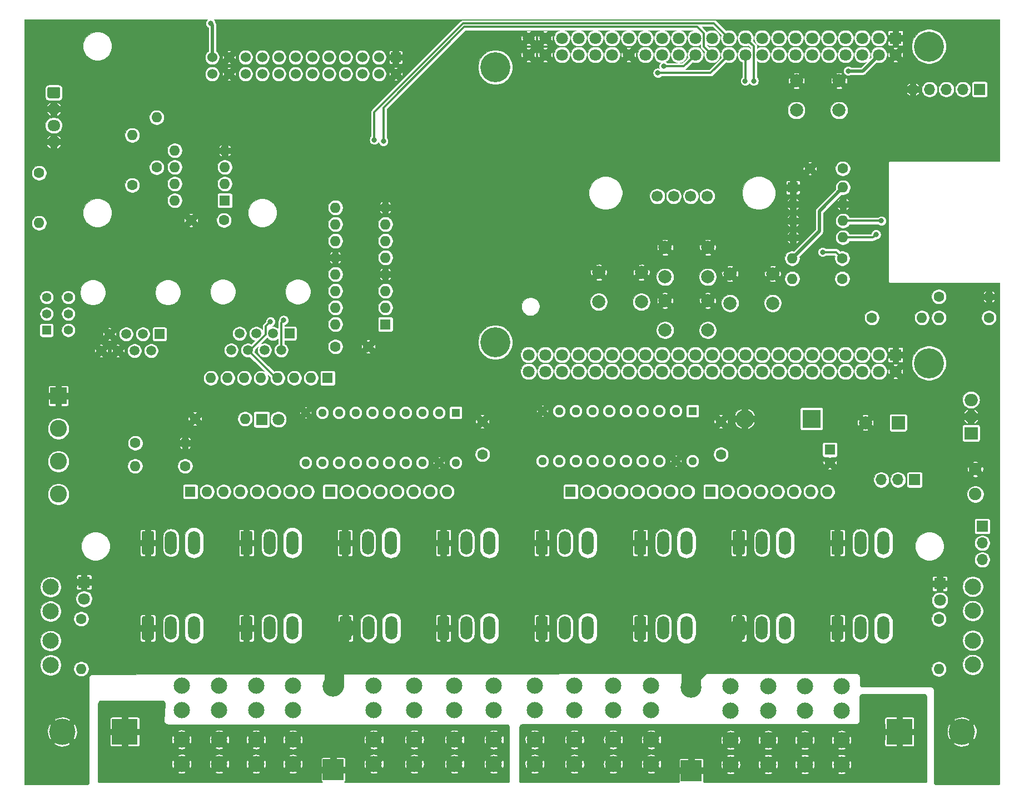
<source format=gbr>
G04 #@! TF.GenerationSoftware,KiCad,Pcbnew,(5.1.10)-1*
G04 #@! TF.CreationDate,2021-09-06T22:39:22-04:00*
G04 #@! TF.ProjectId,BBB_16,4242425f-3136-42e6-9b69-6361645f7063,v2.0*
G04 #@! TF.SameCoordinates,Original*
G04 #@! TF.FileFunction,Copper,L2,Bot*
G04 #@! TF.FilePolarity,Positive*
%FSLAX46Y46*%
G04 Gerber Fmt 4.6, Leading zero omitted, Abs format (unit mm)*
G04 Created by KiCad (PCBNEW (5.1.10)-1) date 2021-09-06 22:39:22*
%MOMM*%
%LPD*%
G01*
G04 APERTURE LIST*
G04 #@! TA.AperFunction,ComponentPad*
%ADD10O,1.600000X1.600000*%
G04 #@! TD*
G04 #@! TA.AperFunction,ComponentPad*
%ADD11C,1.600000*%
G04 #@! TD*
G04 #@! TA.AperFunction,ComponentPad*
%ADD12O,1.700000X1.700000*%
G04 #@! TD*
G04 #@! TA.AperFunction,ComponentPad*
%ADD13R,1.700000X1.700000*%
G04 #@! TD*
G04 #@! TA.AperFunction,ComponentPad*
%ADD14C,1.904000*%
G04 #@! TD*
G04 #@! TA.AperFunction,ComponentPad*
%ADD15O,1.950000X1.700000*%
G04 #@! TD*
G04 #@! TA.AperFunction,ComponentPad*
%ADD16C,2.000000*%
G04 #@! TD*
G04 #@! TA.AperFunction,ComponentPad*
%ADD17C,1.700000*%
G04 #@! TD*
G04 #@! TA.AperFunction,ComponentPad*
%ADD18C,1.530000*%
G04 #@! TD*
G04 #@! TA.AperFunction,ComponentPad*
%ADD19R,1.530000X1.530000*%
G04 #@! TD*
G04 #@! TA.AperFunction,ComponentPad*
%ADD20R,1.600000X1.600000*%
G04 #@! TD*
G04 #@! TA.AperFunction,ComponentPad*
%ADD21C,1.500000*%
G04 #@! TD*
G04 #@! TA.AperFunction,ComponentPad*
%ADD22R,1.500000X1.500000*%
G04 #@! TD*
G04 #@! TA.AperFunction,ComponentPad*
%ADD23C,4.000000*%
G04 #@! TD*
G04 #@! TA.AperFunction,ComponentPad*
%ADD24R,4.000000X4.000000*%
G04 #@! TD*
G04 #@! TA.AperFunction,ComponentPad*
%ADD25C,1.800000*%
G04 #@! TD*
G04 #@! TA.AperFunction,ComponentPad*
%ADD26R,1.800000X1.800000*%
G04 #@! TD*
G04 #@! TA.AperFunction,ComponentPad*
%ADD27C,4.572000*%
G04 #@! TD*
G04 #@! TA.AperFunction,ComponentPad*
%ADD28C,1.400000*%
G04 #@! TD*
G04 #@! TA.AperFunction,ComponentPad*
%ADD29R,1.400000X1.400000*%
G04 #@! TD*
G04 #@! TA.AperFunction,ComponentPad*
%ADD30O,2.000000X1.905000*%
G04 #@! TD*
G04 #@! TA.AperFunction,ComponentPad*
%ADD31R,2.000000X1.905000*%
G04 #@! TD*
G04 #@! TA.AperFunction,ComponentPad*
%ADD32C,2.475000*%
G04 #@! TD*
G04 #@! TA.AperFunction,ComponentPad*
%ADD33R,1.295400X1.295400*%
G04 #@! TD*
G04 #@! TA.AperFunction,ComponentPad*
%ADD34C,1.295400*%
G04 #@! TD*
G04 #@! TA.AperFunction,ComponentPad*
%ADD35R,2.000000X2.000000*%
G04 #@! TD*
G04 #@! TA.AperFunction,ComponentPad*
%ADD36O,2.800000X2.800000*%
G04 #@! TD*
G04 #@! TA.AperFunction,ComponentPad*
%ADD37R,2.800000X2.800000*%
G04 #@! TD*
G04 #@! TA.AperFunction,ComponentPad*
%ADD38O,1.800000X3.600000*%
G04 #@! TD*
G04 #@! TA.AperFunction,ComponentPad*
%ADD39O,3.200000X3.200000*%
G04 #@! TD*
G04 #@! TA.AperFunction,ComponentPad*
%ADD40R,3.200000X3.200000*%
G04 #@! TD*
G04 #@! TA.AperFunction,ComponentPad*
%ADD41C,2.600000*%
G04 #@! TD*
G04 #@! TA.AperFunction,ComponentPad*
%ADD42R,2.600000X2.600000*%
G04 #@! TD*
G04 #@! TA.AperFunction,ViaPad*
%ADD43C,0.800000*%
G04 #@! TD*
G04 #@! TA.AperFunction,Conductor*
%ADD44C,3.000000*%
G04 #@! TD*
G04 #@! TA.AperFunction,Conductor*
%ADD45C,0.350000*%
G04 #@! TD*
G04 #@! TA.AperFunction,Conductor*
%ADD46C,0.500000*%
G04 #@! TD*
G04 #@! TA.AperFunction,Conductor*
%ADD47C,0.254000*%
G04 #@! TD*
G04 #@! TA.AperFunction,Conductor*
%ADD48C,0.100000*%
G04 #@! TD*
G04 APERTURE END LIST*
D10*
X217187000Y-79099800D03*
D11*
X209567000Y-79099800D03*
D10*
X209547000Y-82299800D03*
D11*
X217167000Y-82299800D03*
D10*
X206987000Y-82299800D03*
D11*
X199367000Y-82299800D03*
D10*
X72517000Y-67869800D03*
D11*
X72517000Y-60249800D03*
D10*
X94787000Y-101399800D03*
D11*
X87167000Y-101399800D03*
D10*
X87147000Y-104899800D03*
D11*
X94767000Y-104899800D03*
X95667000Y-67449800D03*
X100667000Y-67449800D03*
D12*
X216167000Y-119179800D03*
X216167000Y-116639800D03*
D13*
X216167000Y-114099800D03*
D14*
X215117459Y-105395360D03*
X215117459Y-109205360D03*
D15*
X74767000Y-55499800D03*
X74767000Y-52999800D03*
X74767000Y-50499800D03*
G04 #@! TA.AperFunction,ComponentPad*
G36*
G01*
X74042000Y-47149800D02*
X75492000Y-47149800D01*
G75*
G02*
X75742000Y-47399800I0J-250000D01*
G01*
X75742000Y-48599800D01*
G75*
G02*
X75492000Y-48849800I-250000J0D01*
G01*
X74042000Y-48849800D01*
G75*
G02*
X73792000Y-48599800I0J250000D01*
G01*
X73792000Y-47399800D01*
G75*
G02*
X74042000Y-47149800I250000J0D01*
G01*
G37*
G04 #@! TD.AperFunction*
D16*
X184267000Y-75599800D03*
X184267000Y-80099800D03*
X177767000Y-75599800D03*
X177767000Y-80099800D03*
X164267000Y-75399800D03*
X164267000Y-79899800D03*
X157767000Y-75399800D03*
X157767000Y-79899800D03*
D17*
X166667000Y-63799800D03*
X169167000Y-63799800D03*
X171767000Y-63799800D03*
X174267000Y-63799800D03*
D18*
X98897000Y-45169800D03*
X98897000Y-42629800D03*
X101437000Y-45169800D03*
X101437000Y-42629800D03*
X103977000Y-45169800D03*
X103977000Y-42629800D03*
X106517000Y-45169800D03*
X106517000Y-42629800D03*
X109057000Y-45169800D03*
X109057000Y-42629800D03*
X111597000Y-45169800D03*
X111597000Y-42629800D03*
X114137000Y-45169800D03*
X114137000Y-42629800D03*
X116677000Y-45169800D03*
X116677000Y-42629800D03*
X119217000Y-45169800D03*
X119217000Y-42629800D03*
X121757000Y-45169800D03*
X121757000Y-42629800D03*
X124297000Y-45169800D03*
X124297000Y-42629800D03*
X126837000Y-45169800D03*
D19*
X126837000Y-42629800D03*
D10*
X117647000Y-83299800D03*
X125267000Y-65519800D03*
X117647000Y-80759800D03*
X125267000Y-68059800D03*
X117647000Y-78219800D03*
X125267000Y-70599800D03*
X117647000Y-75679800D03*
X125267000Y-73139800D03*
X117647000Y-73139800D03*
X125267000Y-75679800D03*
X117647000Y-70599800D03*
X125267000Y-78219800D03*
X117647000Y-68059800D03*
X125267000Y-80759800D03*
X117647000Y-65519800D03*
D20*
X125267000Y-83299800D03*
D10*
X98687000Y-91499800D03*
X101227000Y-91499800D03*
X103767000Y-91499800D03*
X106307000Y-91499800D03*
X108847000Y-91499800D03*
X111387000Y-91499800D03*
X113927000Y-91499800D03*
D20*
X116467000Y-91499800D03*
D21*
X101777000Y-87239800D03*
X103047000Y-84699800D03*
X104317000Y-87239800D03*
X105587000Y-84699800D03*
X106857000Y-87239800D03*
X108127000Y-84699800D03*
X109397000Y-87239800D03*
D22*
X110667000Y-84699800D03*
D23*
X213067000Y-145399800D03*
D24*
X203567000Y-145399800D03*
D23*
X76067000Y-145399800D03*
D24*
X85567000Y-145399800D03*
D11*
X122667000Y-86699800D03*
X117667000Y-86699800D03*
D16*
X174367000Y-71599800D03*
X174367000Y-76099800D03*
X167867000Y-71599800D03*
X167867000Y-76099800D03*
X174367000Y-79699800D03*
X174367000Y-84199800D03*
X167867000Y-79699800D03*
X167867000Y-84199800D03*
D25*
X147082000Y-90499800D03*
X147082000Y-87959800D03*
X149622000Y-90499800D03*
X149622000Y-87959800D03*
X152162000Y-90499800D03*
X152162000Y-87959800D03*
X154702000Y-90499800D03*
X154702000Y-87959800D03*
X157242000Y-90499800D03*
X157242000Y-87959800D03*
X159782000Y-90499800D03*
X159782000Y-87959800D03*
X162322000Y-90499800D03*
X162322000Y-87959800D03*
X164862000Y-90499800D03*
X164862000Y-87959800D03*
X167402000Y-90499800D03*
X167402000Y-87959800D03*
X169942000Y-90499800D03*
X169942000Y-87959800D03*
X172482000Y-90499800D03*
X172482000Y-87959800D03*
X175022000Y-90499800D03*
X175022000Y-87959800D03*
X177562000Y-90499800D03*
X177562000Y-87959800D03*
X180102000Y-90499800D03*
X180102000Y-87959800D03*
X182642000Y-90499800D03*
X182642000Y-87959800D03*
X185182000Y-90499800D03*
X185182000Y-87959800D03*
X187722000Y-90499800D03*
X187722000Y-87959800D03*
X190262000Y-90499800D03*
X190262000Y-87959800D03*
X192802000Y-90499800D03*
X192802000Y-87959800D03*
X195342000Y-90499800D03*
X195342000Y-87959800D03*
X197882000Y-90499800D03*
X197882000Y-87959800D03*
X200422000Y-90499800D03*
X200422000Y-87959800D03*
X202962000Y-90499800D03*
D26*
X202962000Y-87959800D03*
D25*
X147082000Y-42239800D03*
X147082000Y-39699800D03*
X149622000Y-42239800D03*
X149622000Y-39699800D03*
X152162000Y-42239800D03*
X152162000Y-39699800D03*
X154702000Y-42239800D03*
X154702000Y-39699800D03*
X157242000Y-42239800D03*
X157242000Y-39699800D03*
X159782000Y-42239800D03*
X159782000Y-39699800D03*
X162322000Y-42239800D03*
X162322000Y-39699800D03*
X164862000Y-42239800D03*
X164862000Y-39699800D03*
X167402000Y-42239800D03*
X167402000Y-39699800D03*
X169942000Y-42239800D03*
X169942000Y-39699800D03*
X172482000Y-42239800D03*
X172482000Y-39699800D03*
X175022000Y-42239800D03*
X175022000Y-39699800D03*
X177562000Y-42239800D03*
X177562000Y-39699800D03*
X180102000Y-42239800D03*
X180102000Y-39699800D03*
X182642000Y-42239800D03*
X182642000Y-39699800D03*
X185182000Y-42239800D03*
X185182000Y-39699800D03*
X187722000Y-42239800D03*
X187722000Y-39699800D03*
X190262000Y-42239800D03*
X190262000Y-39699800D03*
X192802000Y-42239800D03*
X192802000Y-39699800D03*
X195342000Y-42239800D03*
X195342000Y-39699800D03*
X197882000Y-42239800D03*
X197882000Y-39699800D03*
X200422000Y-42239800D03*
X200422000Y-39699800D03*
X202962000Y-42239800D03*
D26*
X202962000Y-39699800D03*
D27*
X142002000Y-86054800D03*
X208042000Y-89229800D03*
X208042000Y-40969800D03*
X142002000Y-44144800D03*
D28*
X76967000Y-79199800D03*
X76967000Y-81699800D03*
X76967000Y-84199800D03*
X73667000Y-79199800D03*
X73667000Y-81699800D03*
D29*
X73667000Y-84199800D03*
D21*
X81977000Y-87339800D03*
X83247000Y-84799800D03*
X84517000Y-87339800D03*
X85787000Y-84799800D03*
X87057000Y-87339800D03*
X88327000Y-84799800D03*
X89597000Y-87339800D03*
D22*
X90867000Y-84799800D03*
D10*
X194963740Y-62460500D03*
X187343740Y-70080500D03*
X194963740Y-65000500D03*
X187343740Y-67540500D03*
X194963740Y-67540500D03*
X187343740Y-65000500D03*
X194963740Y-70080500D03*
D20*
X187343740Y-62460500D03*
D16*
X194367000Y-46199800D03*
X194367000Y-50699800D03*
X187867000Y-46199800D03*
X187867000Y-50699800D03*
D10*
X103887000Y-97699800D03*
D11*
X96267000Y-97699800D03*
D30*
X214467000Y-94819800D03*
X214467000Y-97359800D03*
D31*
X214467000Y-99899800D03*
D25*
X209722200Y-125371000D03*
D26*
X209722200Y-122831000D03*
D25*
X79370200Y-125144000D03*
D26*
X79370200Y-122604000D03*
X106416900Y-97795900D03*
D25*
X108956900Y-97795900D03*
D10*
X187223740Y-76360500D03*
D11*
X194843740Y-76360500D03*
D10*
X187223740Y-73260500D03*
D11*
X194843740Y-73260500D03*
X189925280Y-59569000D03*
X194925280Y-59569000D03*
D10*
X86717000Y-54479800D03*
D11*
X86717000Y-62099800D03*
D12*
X200787000Y-106999800D03*
X203327000Y-106999800D03*
D13*
X205867000Y-106999800D03*
D32*
X214726000Y-123281800D03*
X214726000Y-135181800D03*
X214726000Y-126981800D03*
X214726000Y-131481800D03*
D10*
X209544400Y-135835800D03*
D11*
X209544400Y-128215800D03*
D10*
X78938400Y-135812000D03*
D11*
X78938400Y-128192000D03*
D33*
X172045000Y-96519800D03*
D34*
X169505000Y-96519800D03*
X166965000Y-96519800D03*
X164425000Y-96519800D03*
X161885000Y-96519800D03*
X159345000Y-96519800D03*
X156805000Y-96519800D03*
X154265000Y-96519800D03*
X151725000Y-96519800D03*
X149185000Y-96519800D03*
X149185000Y-104139800D03*
X151725000Y-104139800D03*
X154265000Y-104139800D03*
X156805000Y-104139800D03*
X159345000Y-104139800D03*
X161885000Y-104139800D03*
X164425000Y-104139800D03*
X166965000Y-104139800D03*
X169505000Y-104139800D03*
X172045000Y-104139800D03*
X135977000Y-104393800D03*
X133437000Y-104393800D03*
X130897000Y-104393800D03*
X128357000Y-104393800D03*
X125817000Y-104393800D03*
X123277000Y-104393800D03*
X120737000Y-104393800D03*
X118197000Y-104393800D03*
X115657000Y-104393800D03*
X113117000Y-104393800D03*
X113117000Y-96773800D03*
X115657000Y-96773800D03*
X118197000Y-96773800D03*
X120737000Y-96773800D03*
X123277000Y-96773800D03*
X125817000Y-96773800D03*
X128357000Y-96773800D03*
X130897000Y-96773800D03*
X133437000Y-96773800D03*
D33*
X135977000Y-96773800D03*
D16*
X198367000Y-98299800D03*
D35*
X203367000Y-98299800D03*
D36*
X180007000Y-97699800D03*
D37*
X190167000Y-97699800D03*
D12*
X205607000Y-47499800D03*
X208147000Y-47499800D03*
X210687000Y-47499800D03*
X213227000Y-47499800D03*
D13*
X215767000Y-47499800D03*
D10*
X93197000Y-64449800D03*
X100817000Y-56829800D03*
X93197000Y-61909800D03*
X100817000Y-59369800D03*
X93197000Y-59369800D03*
X100817000Y-61909800D03*
X93197000Y-56829800D03*
D20*
X100817000Y-64449800D03*
D10*
X90417000Y-51779800D03*
D11*
X90417000Y-59399800D03*
D32*
X123512600Y-138398600D03*
X123512600Y-150298600D03*
X123512600Y-142098600D03*
X123512600Y-146598600D03*
D38*
X111100000Y-116600000D03*
X107600000Y-116600000D03*
G04 #@! TA.AperFunction,ComponentPad*
G36*
G01*
X103200000Y-118150000D02*
X103200000Y-115050000D01*
G75*
G02*
X103450000Y-114800000I250000J0D01*
G01*
X104750000Y-114800000D01*
G75*
G02*
X105000000Y-115050000I0J-250000D01*
G01*
X105000000Y-118150000D01*
G75*
G02*
X104750000Y-118400000I-250000J0D01*
G01*
X103450000Y-118400000D01*
G75*
G02*
X103200000Y-118150000I0J250000D01*
G01*
G37*
G04 #@! TD.AperFunction*
D32*
X105567600Y-138403600D03*
X105567600Y-150303600D03*
X105567600Y-142103600D03*
X105567600Y-146603600D03*
D39*
X171847600Y-138605000D03*
D40*
X171847600Y-151305000D03*
D39*
X117332600Y-138468600D03*
D40*
X117332600Y-151168600D03*
D11*
X176363000Y-98123800D03*
X176363000Y-103123800D03*
D10*
X192592600Y-108813600D03*
X190052600Y-108813600D03*
X187512600Y-108813600D03*
X184972600Y-108813600D03*
X182432600Y-108813600D03*
X179892600Y-108813600D03*
X177352600Y-108813600D03*
D20*
X174812600Y-108813600D03*
D10*
X171266200Y-108813600D03*
X168726200Y-108813600D03*
X166186200Y-108813600D03*
X163646200Y-108813600D03*
X161106200Y-108813600D03*
X158566200Y-108813600D03*
X156026200Y-108813600D03*
D20*
X153486200Y-108813600D03*
D10*
X134632700Y-108813600D03*
X132092700Y-108813600D03*
X129552700Y-108813600D03*
X127012700Y-108813600D03*
X124472700Y-108813600D03*
X121932700Y-108813600D03*
X119392700Y-108813600D03*
D20*
X116852700Y-108813600D03*
D10*
X113341500Y-108813600D03*
X110801500Y-108813600D03*
X108261500Y-108813600D03*
X105721500Y-108813600D03*
X103181500Y-108813600D03*
X100641500Y-108813600D03*
X98101500Y-108813600D03*
D20*
X95561500Y-108813600D03*
D38*
X201100000Y-129600000D03*
X197600000Y-129600000D03*
G04 #@! TA.AperFunction,ComponentPad*
G36*
G01*
X193200000Y-131150000D02*
X193200000Y-128050000D01*
G75*
G02*
X193450000Y-127800000I250000J0D01*
G01*
X194750000Y-127800000D01*
G75*
G02*
X195000000Y-128050000I0J-250000D01*
G01*
X195000000Y-131150000D01*
G75*
G02*
X194750000Y-131400000I-250000J0D01*
G01*
X193450000Y-131400000D01*
G75*
G02*
X193200000Y-131150000I0J250000D01*
G01*
G37*
G04 #@! TD.AperFunction*
X201100000Y-116600000D03*
X197600000Y-116600000D03*
G04 #@! TA.AperFunction,ComponentPad*
G36*
G01*
X193200000Y-118150000D02*
X193200000Y-115050000D01*
G75*
G02*
X193450000Y-114800000I250000J0D01*
G01*
X194750000Y-114800000D01*
G75*
G02*
X195000000Y-115050000I0J-250000D01*
G01*
X195000000Y-118150000D01*
G75*
G02*
X194750000Y-118400000I-250000J0D01*
G01*
X193450000Y-118400000D01*
G75*
G02*
X193200000Y-118150000I0J250000D01*
G01*
G37*
G04 #@! TD.AperFunction*
X186100000Y-129600000D03*
X182600000Y-129600000D03*
G04 #@! TA.AperFunction,ComponentPad*
G36*
G01*
X178200000Y-131150000D02*
X178200000Y-128050000D01*
G75*
G02*
X178450000Y-127800000I250000J0D01*
G01*
X179750000Y-127800000D01*
G75*
G02*
X180000000Y-128050000I0J-250000D01*
G01*
X180000000Y-131150000D01*
G75*
G02*
X179750000Y-131400000I-250000J0D01*
G01*
X178450000Y-131400000D01*
G75*
G02*
X178200000Y-131150000I0J250000D01*
G01*
G37*
G04 #@! TD.AperFunction*
X186100000Y-116600000D03*
X182600000Y-116600000D03*
G04 #@! TA.AperFunction,ComponentPad*
G36*
G01*
X178200000Y-118150000D02*
X178200000Y-115050000D01*
G75*
G02*
X178450000Y-114800000I250000J0D01*
G01*
X179750000Y-114800000D01*
G75*
G02*
X180000000Y-115050000I0J-250000D01*
G01*
X180000000Y-118150000D01*
G75*
G02*
X179750000Y-118400000I-250000J0D01*
G01*
X178450000Y-118400000D01*
G75*
G02*
X178200000Y-118150000I0J250000D01*
G01*
G37*
G04 #@! TD.AperFunction*
X171100000Y-129600000D03*
X167600000Y-129600000D03*
G04 #@! TA.AperFunction,ComponentPad*
G36*
G01*
X163200000Y-131150000D02*
X163200000Y-128050000D01*
G75*
G02*
X163450000Y-127800000I250000J0D01*
G01*
X164750000Y-127800000D01*
G75*
G02*
X165000000Y-128050000I0J-250000D01*
G01*
X165000000Y-131150000D01*
G75*
G02*
X164750000Y-131400000I-250000J0D01*
G01*
X163450000Y-131400000D01*
G75*
G02*
X163200000Y-131150000I0J250000D01*
G01*
G37*
G04 #@! TD.AperFunction*
X171100000Y-116600000D03*
X167600000Y-116600000D03*
G04 #@! TA.AperFunction,ComponentPad*
G36*
G01*
X163200000Y-118150000D02*
X163200000Y-115050000D01*
G75*
G02*
X163450000Y-114800000I250000J0D01*
G01*
X164750000Y-114800000D01*
G75*
G02*
X165000000Y-115050000I0J-250000D01*
G01*
X165000000Y-118150000D01*
G75*
G02*
X164750000Y-118400000I-250000J0D01*
G01*
X163450000Y-118400000D01*
G75*
G02*
X163200000Y-118150000I0J250000D01*
G01*
G37*
G04 #@! TD.AperFunction*
X156100000Y-129600000D03*
X152600000Y-129600000D03*
G04 #@! TA.AperFunction,ComponentPad*
G36*
G01*
X148200000Y-131150000D02*
X148200000Y-128050000D01*
G75*
G02*
X148450000Y-127800000I250000J0D01*
G01*
X149750000Y-127800000D01*
G75*
G02*
X150000000Y-128050000I0J-250000D01*
G01*
X150000000Y-131150000D01*
G75*
G02*
X149750000Y-131400000I-250000J0D01*
G01*
X148450000Y-131400000D01*
G75*
G02*
X148200000Y-131150000I0J250000D01*
G01*
G37*
G04 #@! TD.AperFunction*
X156100000Y-116600000D03*
X152600000Y-116600000D03*
G04 #@! TA.AperFunction,ComponentPad*
G36*
G01*
X148200000Y-118150000D02*
X148200000Y-115050000D01*
G75*
G02*
X148450000Y-114800000I250000J0D01*
G01*
X149750000Y-114800000D01*
G75*
G02*
X150000000Y-115050000I0J-250000D01*
G01*
X150000000Y-118150000D01*
G75*
G02*
X149750000Y-118400000I-250000J0D01*
G01*
X148450000Y-118400000D01*
G75*
G02*
X148200000Y-118150000I0J250000D01*
G01*
G37*
G04 #@! TD.AperFunction*
X141100000Y-129600000D03*
X137600000Y-129600000D03*
G04 #@! TA.AperFunction,ComponentPad*
G36*
G01*
X133200000Y-131150000D02*
X133200000Y-128050000D01*
G75*
G02*
X133450000Y-127800000I250000J0D01*
G01*
X134750000Y-127800000D01*
G75*
G02*
X135000000Y-128050000I0J-250000D01*
G01*
X135000000Y-131150000D01*
G75*
G02*
X134750000Y-131400000I-250000J0D01*
G01*
X133450000Y-131400000D01*
G75*
G02*
X133200000Y-131150000I0J250000D01*
G01*
G37*
G04 #@! TD.AperFunction*
X141100000Y-116600000D03*
X137600000Y-116600000D03*
G04 #@! TA.AperFunction,ComponentPad*
G36*
G01*
X133200000Y-118150000D02*
X133200000Y-115050000D01*
G75*
G02*
X133450000Y-114800000I250000J0D01*
G01*
X134750000Y-114800000D01*
G75*
G02*
X135000000Y-115050000I0J-250000D01*
G01*
X135000000Y-118150000D01*
G75*
G02*
X134750000Y-118400000I-250000J0D01*
G01*
X133450000Y-118400000D01*
G75*
G02*
X133200000Y-118150000I0J250000D01*
G01*
G37*
G04 #@! TD.AperFunction*
X126214342Y-129600000D03*
X122714342Y-129600000D03*
G04 #@! TA.AperFunction,ComponentPad*
G36*
G01*
X118314342Y-131150000D02*
X118314342Y-128050000D01*
G75*
G02*
X118564342Y-127800000I250000J0D01*
G01*
X119864342Y-127800000D01*
G75*
G02*
X120114342Y-128050000I0J-250000D01*
G01*
X120114342Y-131150000D01*
G75*
G02*
X119864342Y-131400000I-250000J0D01*
G01*
X118564342Y-131400000D01*
G75*
G02*
X118314342Y-131150000I0J250000D01*
G01*
G37*
G04 #@! TD.AperFunction*
X126100000Y-116600000D03*
X122600000Y-116600000D03*
G04 #@! TA.AperFunction,ComponentPad*
G36*
G01*
X118200000Y-118150000D02*
X118200000Y-115050000D01*
G75*
G02*
X118450000Y-114800000I250000J0D01*
G01*
X119750000Y-114800000D01*
G75*
G02*
X120000000Y-115050000I0J-250000D01*
G01*
X120000000Y-118150000D01*
G75*
G02*
X119750000Y-118400000I-250000J0D01*
G01*
X118450000Y-118400000D01*
G75*
G02*
X118200000Y-118150000I0J250000D01*
G01*
G37*
G04 #@! TD.AperFunction*
X111100000Y-129600000D03*
X107600000Y-129600000D03*
G04 #@! TA.AperFunction,ComponentPad*
G36*
G01*
X103200000Y-131150000D02*
X103200000Y-128050000D01*
G75*
G02*
X103450000Y-127800000I250000J0D01*
G01*
X104750000Y-127800000D01*
G75*
G02*
X105000000Y-128050000I0J-250000D01*
G01*
X105000000Y-131150000D01*
G75*
G02*
X104750000Y-131400000I-250000J0D01*
G01*
X103450000Y-131400000D01*
G75*
G02*
X103200000Y-131150000I0J250000D01*
G01*
G37*
G04 #@! TD.AperFunction*
X96100000Y-129600000D03*
X92600000Y-129600000D03*
G04 #@! TA.AperFunction,ComponentPad*
G36*
G01*
X88200000Y-131150000D02*
X88200000Y-128050000D01*
G75*
G02*
X88450000Y-127800000I250000J0D01*
G01*
X89750000Y-127800000D01*
G75*
G02*
X90000000Y-128050000I0J-250000D01*
G01*
X90000000Y-131150000D01*
G75*
G02*
X89750000Y-131400000I-250000J0D01*
G01*
X88450000Y-131400000D01*
G75*
G02*
X88200000Y-131150000I0J250000D01*
G01*
G37*
G04 #@! TD.AperFunction*
X96100000Y-116600000D03*
X92600000Y-116600000D03*
G04 #@! TA.AperFunction,ComponentPad*
G36*
G01*
X88200000Y-118150000D02*
X88200000Y-115050000D01*
G75*
G02*
X88450000Y-114800000I250000J0D01*
G01*
X89750000Y-114800000D01*
G75*
G02*
X90000000Y-115050000I0J-250000D01*
G01*
X90000000Y-118150000D01*
G75*
G02*
X89750000Y-118400000I-250000J0D01*
G01*
X88450000Y-118400000D01*
G75*
G02*
X88200000Y-118150000I0J250000D01*
G01*
G37*
G04 #@! TD.AperFunction*
D41*
X75467000Y-109199800D03*
X75467000Y-104199800D03*
X75467000Y-99199800D03*
D42*
X75467000Y-94199800D03*
D32*
X194729100Y-138463600D03*
X194729100Y-150363600D03*
X194729100Y-142163600D03*
X194729100Y-146663600D03*
X189141100Y-138463600D03*
X189141100Y-150363600D03*
X189141100Y-142163600D03*
X189141100Y-146663600D03*
X183553100Y-138463600D03*
X183553100Y-150363600D03*
X183553100Y-142163600D03*
X183553100Y-146663600D03*
X177847600Y-138463600D03*
X177847600Y-150363600D03*
X177847600Y-142163600D03*
X177847600Y-146663600D03*
X165761100Y-138398600D03*
X165761100Y-150298600D03*
X165761100Y-142098600D03*
X165761100Y-146598600D03*
X159942600Y-138398600D03*
X159942600Y-150298600D03*
X159942600Y-142098600D03*
X159942600Y-146598600D03*
X154062600Y-138398600D03*
X154062600Y-150298600D03*
X154062600Y-142098600D03*
X154062600Y-146598600D03*
X148002600Y-138398600D03*
X148002600Y-150298600D03*
X148002600Y-142098600D03*
X148002600Y-146598600D03*
X141793100Y-138398600D03*
X141793100Y-150298600D03*
X141793100Y-142098600D03*
X141793100Y-146598600D03*
X135792600Y-138398600D03*
X135792600Y-150298600D03*
X135792600Y-142098600D03*
X135792600Y-146598600D03*
X129672600Y-138398600D03*
X129672600Y-150298600D03*
X129672600Y-142098600D03*
X129672600Y-146598600D03*
X111167600Y-138403600D03*
X111167600Y-150303600D03*
X111167600Y-142103600D03*
X111167600Y-146603600D03*
X99967600Y-138403600D03*
X99967600Y-150303600D03*
X99967600Y-142103600D03*
X99967600Y-146603600D03*
X94222600Y-138388600D03*
X94222600Y-150288600D03*
X94222600Y-142088600D03*
X94222600Y-146588600D03*
X74282600Y-123338600D03*
X74282600Y-135238600D03*
X74282600Y-127038600D03*
X74282600Y-131538600D03*
D11*
X140041000Y-98123800D03*
X140041000Y-103123800D03*
X192967000Y-104399800D03*
D20*
X192967000Y-102399800D03*
D43*
X199751000Y-137867800D03*
X187551000Y-120517800D03*
X167251000Y-110917800D03*
X173301000Y-114717800D03*
X168351000Y-125267800D03*
X157951000Y-112417800D03*
X154201000Y-111167800D03*
X158001000Y-121017800D03*
X143151000Y-113817800D03*
X142751000Y-121517800D03*
X127251000Y-113767800D03*
X128651000Y-119967800D03*
X98451000Y-114417800D03*
X98651000Y-119967800D03*
X142151000Y-126167800D03*
X84067000Y-74699800D03*
X86093940Y-89458600D03*
X166167000Y-58599800D03*
X166267000Y-53899800D03*
X140267000Y-51699800D03*
X144767000Y-88899800D03*
X138667000Y-84899800D03*
X127067000Y-80199800D03*
X126967000Y-69399800D03*
X132167000Y-56099800D03*
X144467000Y-78499800D03*
X131967000Y-66499800D03*
X153167000Y-65899800D03*
X174867000Y-47299800D03*
X187567000Y-58399800D03*
X192767000Y-70099800D03*
X200667000Y-45299800D03*
X200167000Y-55099800D03*
X204167000Y-56999800D03*
X217467000Y-56999800D03*
X217567000Y-38999800D03*
X181467000Y-70199800D03*
X196167000Y-78099800D03*
X190167000Y-74399800D03*
X208867000Y-108099800D03*
X211067000Y-92899800D03*
X200667000Y-75499800D03*
X191867000Y-85499800D03*
X161667000Y-68199800D03*
X175167000Y-53299800D03*
X176067000Y-61899800D03*
X137967000Y-41599800D03*
X137867000Y-45399800D03*
X111967000Y-55199800D03*
X114867000Y-65599800D03*
X98367000Y-85999800D03*
X101567000Y-83299800D03*
X104567000Y-76199800D03*
X93967000Y-75799800D03*
X90167000Y-91699800D03*
X79467000Y-100799800D03*
X84067000Y-135799800D03*
X81867000Y-135799800D03*
X71567000Y-132899800D03*
X88067000Y-78499800D03*
X88567000Y-50699800D03*
X71267000Y-38899800D03*
X104467000Y-54999800D03*
X103267000Y-62099800D03*
X111767000Y-62249800D03*
X99717000Y-49699800D03*
X95667000Y-56749800D03*
X95717000Y-49749800D03*
X95117000Y-41049800D03*
X91067000Y-57199800D03*
X88367000Y-57299800D03*
X88167000Y-63599800D03*
X91467000Y-66149800D03*
X98817000Y-72599800D03*
X84317000Y-54349800D03*
X71767000Y-108199800D03*
X72767000Y-103599800D03*
X72767000Y-86499800D03*
X77867000Y-107899800D03*
X77767000Y-110799800D03*
X91567000Y-109099800D03*
X90567000Y-104999800D03*
X84867000Y-103099800D03*
X78467000Y-105199800D03*
X76367000Y-74699800D03*
X84167000Y-71999800D03*
X206367000Y-101299800D03*
X201867000Y-104899800D03*
X200867000Y-109299800D03*
X178267000Y-104199800D03*
X188067000Y-100599800D03*
X195567000Y-92699800D03*
X192867000Y-96299800D03*
X120167000Y-91299800D03*
X141467000Y-80799800D03*
X158967000Y-81799800D03*
X166067000Y-83199800D03*
X152367000Y-84799800D03*
X149367000Y-72599800D03*
X149567000Y-77699800D03*
X140167000Y-63399800D03*
X145567000Y-58099800D03*
X157167000Y-51099800D03*
X165167000Y-65799800D03*
X178667000Y-71699800D03*
X173467000Y-66599800D03*
X121667000Y-56299800D03*
X123867000Y-59499800D03*
X134367000Y-73999800D03*
X116167000Y-89199800D03*
X115667000Y-81699800D03*
X112567000Y-85099800D03*
X116167000Y-69499800D03*
X113867000Y-73199800D03*
X216267000Y-85099800D03*
X216767000Y-92999800D03*
X216567000Y-102199800D03*
X216967000Y-107999800D03*
X124967000Y-55399800D03*
X123567000Y-55199800D03*
X195767000Y-44699800D03*
X98651382Y-37449789D03*
X191867000Y-72299800D03*
X180067000Y-46224843D03*
X199991999Y-69599800D03*
X181367000Y-46224843D03*
X200807700Y-67540500D03*
X166767000Y-44999800D03*
X167667000Y-43999800D03*
X107767000Y-82899800D03*
X109773454Y-82674790D03*
D44*
X171847600Y-136852400D02*
X179100000Y-129600000D01*
X171847600Y-138605000D02*
X171847600Y-136852400D01*
X117442600Y-138358600D02*
X117332600Y-138468600D01*
X119214342Y-129600000D02*
X117442600Y-131371742D01*
X117442600Y-131371742D02*
X117442600Y-138358600D01*
D45*
X124967000Y-50299800D02*
X124967000Y-55399800D01*
X137267000Y-37999800D02*
X124967000Y-50299800D01*
X172767000Y-37999800D02*
X137267000Y-37999800D01*
X173767000Y-38999800D02*
X172767000Y-37999800D01*
X173767000Y-40984800D02*
X173767000Y-38999800D01*
X175022000Y-42239800D02*
X173767000Y-40984800D01*
X137109868Y-37449810D02*
X123567000Y-50992678D01*
X177562000Y-39699800D02*
X175312010Y-37449810D01*
X123567000Y-50992678D02*
X123567000Y-55199800D01*
X175312010Y-37449810D02*
X137109868Y-37449810D01*
D46*
X194963740Y-62460500D02*
X191359120Y-66065120D01*
X191359120Y-69125120D02*
X187223740Y-73260500D01*
X191359120Y-66065120D02*
X191359120Y-69125120D01*
X197962000Y-44699800D02*
X200422000Y-42239800D01*
X195767000Y-44699800D02*
X197962000Y-44699800D01*
X98897000Y-42629800D02*
X98897000Y-37695407D01*
X98897000Y-37695407D02*
X98651382Y-37449789D01*
D45*
X193883040Y-72299800D02*
X194843740Y-73260500D01*
X191867000Y-72299800D02*
X193883040Y-72299800D01*
X180102000Y-42239800D02*
X180102000Y-46189843D01*
X180102000Y-46189843D02*
X180067000Y-46224843D01*
X194963740Y-70080500D02*
X199511299Y-70080500D01*
X199511299Y-70080500D02*
X199991999Y-69599800D01*
X180102000Y-39699800D02*
X181367000Y-40964800D01*
X181367000Y-40964800D02*
X181367000Y-46224843D01*
X194963740Y-67540500D02*
X200807700Y-67540500D01*
X174802000Y-44999800D02*
X166767000Y-44999800D01*
X177562000Y-42239800D02*
X174802000Y-44999800D01*
X172482000Y-42239800D02*
X170722000Y-43999800D01*
X170722000Y-43999800D02*
X167667000Y-43999800D01*
X108577000Y-91499800D02*
X108847000Y-91499800D01*
X104317000Y-87239800D02*
X108577000Y-91499800D01*
X104638002Y-87239800D02*
X104317000Y-87239800D01*
X107051999Y-84825803D02*
X104638002Y-87239800D01*
X107051999Y-83614801D02*
X107051999Y-84825803D01*
X107767000Y-82899800D02*
X107051999Y-83614801D01*
X109397000Y-83051244D02*
X109773454Y-82674790D01*
X109397000Y-87239800D02*
X109397000Y-83051244D01*
D47*
X207356919Y-139741413D02*
X207448658Y-139779305D01*
X207527451Y-139839667D01*
X207587922Y-139918384D01*
X207625935Y-140010069D01*
X207640000Y-140116814D01*
X207640000Y-153049019D01*
X173739453Y-153052664D01*
X173751170Y-153030743D01*
X173769868Y-152969103D01*
X173776182Y-152905000D01*
X173774600Y-151759750D01*
X173692850Y-151678000D01*
X172220600Y-151678000D01*
X172220600Y-151698000D01*
X171474600Y-151698000D01*
X171474600Y-151678000D01*
X170002350Y-151678000D01*
X169920600Y-151759750D01*
X169919018Y-152905000D01*
X169925332Y-152969103D01*
X169944030Y-153030743D01*
X169955964Y-153053071D01*
X145739600Y-153055675D01*
X145739600Y-151582627D01*
X147246075Y-151582627D01*
X147406710Y-151753358D01*
X147701969Y-151841658D01*
X148008781Y-151870659D01*
X148315355Y-151839246D01*
X148598490Y-151753358D01*
X148759125Y-151582627D01*
X153306075Y-151582627D01*
X153466710Y-151753358D01*
X153761969Y-151841658D01*
X154068781Y-151870659D01*
X154375355Y-151839246D01*
X154658490Y-151753358D01*
X154819125Y-151582627D01*
X159186075Y-151582627D01*
X159346710Y-151753358D01*
X159641969Y-151841658D01*
X159948781Y-151870659D01*
X160255355Y-151839246D01*
X160538490Y-151753358D01*
X160699125Y-151582627D01*
X165004575Y-151582627D01*
X165165210Y-151753358D01*
X165460469Y-151841658D01*
X165767281Y-151870659D01*
X166073855Y-151839246D01*
X166356990Y-151753358D01*
X166456468Y-151647627D01*
X177091075Y-151647627D01*
X177251710Y-151818358D01*
X177546969Y-151906658D01*
X177853781Y-151935659D01*
X178160355Y-151904246D01*
X178443490Y-151818358D01*
X178604125Y-151647627D01*
X182796575Y-151647627D01*
X182957210Y-151818358D01*
X183252469Y-151906658D01*
X183559281Y-151935659D01*
X183865855Y-151904246D01*
X184148990Y-151818358D01*
X184309625Y-151647627D01*
X188384575Y-151647627D01*
X188545210Y-151818358D01*
X188840469Y-151906658D01*
X189147281Y-151935659D01*
X189453855Y-151904246D01*
X189736990Y-151818358D01*
X189897625Y-151647627D01*
X193972575Y-151647627D01*
X194133210Y-151818358D01*
X194428469Y-151906658D01*
X194735281Y-151935659D01*
X195041855Y-151904246D01*
X195324990Y-151818358D01*
X195485625Y-151647627D01*
X194729100Y-150891102D01*
X193972575Y-151647627D01*
X189897625Y-151647627D01*
X189141100Y-150891102D01*
X188384575Y-151647627D01*
X184309625Y-151647627D01*
X183553100Y-150891102D01*
X182796575Y-151647627D01*
X178604125Y-151647627D01*
X177847600Y-150891102D01*
X177091075Y-151647627D01*
X166456468Y-151647627D01*
X166517625Y-151582627D01*
X165761100Y-150826102D01*
X165004575Y-151582627D01*
X160699125Y-151582627D01*
X159942600Y-150826102D01*
X159186075Y-151582627D01*
X154819125Y-151582627D01*
X154062600Y-150826102D01*
X153306075Y-151582627D01*
X148759125Y-151582627D01*
X148002600Y-150826102D01*
X147246075Y-151582627D01*
X145739600Y-151582627D01*
X145739600Y-150304781D01*
X146430541Y-150304781D01*
X146461954Y-150611355D01*
X146547842Y-150894490D01*
X146718573Y-151055125D01*
X147475098Y-150298600D01*
X148530102Y-150298600D01*
X149286627Y-151055125D01*
X149457358Y-150894490D01*
X149545658Y-150599231D01*
X149573490Y-150304781D01*
X152490541Y-150304781D01*
X152521954Y-150611355D01*
X152607842Y-150894490D01*
X152778573Y-151055125D01*
X153535098Y-150298600D01*
X154590102Y-150298600D01*
X155346627Y-151055125D01*
X155517358Y-150894490D01*
X155605658Y-150599231D01*
X155633490Y-150304781D01*
X158370541Y-150304781D01*
X158401954Y-150611355D01*
X158487842Y-150894490D01*
X158658573Y-151055125D01*
X159415098Y-150298600D01*
X160470102Y-150298600D01*
X161226627Y-151055125D01*
X161397358Y-150894490D01*
X161485658Y-150599231D01*
X161513490Y-150304781D01*
X164189041Y-150304781D01*
X164220454Y-150611355D01*
X164306342Y-150894490D01*
X164477073Y-151055125D01*
X165233598Y-150298600D01*
X166288602Y-150298600D01*
X167045127Y-151055125D01*
X167215858Y-150894490D01*
X167304158Y-150599231D01*
X167333159Y-150292419D01*
X167301746Y-149985845D01*
X167216553Y-149705000D01*
X169919018Y-149705000D01*
X169920600Y-150850250D01*
X170002350Y-150932000D01*
X171474600Y-150932000D01*
X171474600Y-149459750D01*
X172220600Y-149459750D01*
X172220600Y-150932000D01*
X173692850Y-150932000D01*
X173774600Y-150850250D01*
X173775263Y-150369781D01*
X176275541Y-150369781D01*
X176306954Y-150676355D01*
X176392842Y-150959490D01*
X176563573Y-151120125D01*
X177320098Y-150363600D01*
X178375102Y-150363600D01*
X179131627Y-151120125D01*
X179302358Y-150959490D01*
X179390658Y-150664231D01*
X179418490Y-150369781D01*
X181981041Y-150369781D01*
X182012454Y-150676355D01*
X182098342Y-150959490D01*
X182269073Y-151120125D01*
X183025598Y-150363600D01*
X184080602Y-150363600D01*
X184837127Y-151120125D01*
X185007858Y-150959490D01*
X185096158Y-150664231D01*
X185123990Y-150369781D01*
X187569041Y-150369781D01*
X187600454Y-150676355D01*
X187686342Y-150959490D01*
X187857073Y-151120125D01*
X188613598Y-150363600D01*
X189668602Y-150363600D01*
X190425127Y-151120125D01*
X190595858Y-150959490D01*
X190684158Y-150664231D01*
X190711990Y-150369781D01*
X193157041Y-150369781D01*
X193188454Y-150676355D01*
X193274342Y-150959490D01*
X193445073Y-151120125D01*
X194201598Y-150363600D01*
X195256602Y-150363600D01*
X196013127Y-151120125D01*
X196183858Y-150959490D01*
X196272158Y-150664231D01*
X196301159Y-150357419D01*
X196269746Y-150050845D01*
X196183858Y-149767710D01*
X196013127Y-149607075D01*
X195256602Y-150363600D01*
X194201598Y-150363600D01*
X193445073Y-149607075D01*
X193274342Y-149767710D01*
X193186042Y-150062969D01*
X193157041Y-150369781D01*
X190711990Y-150369781D01*
X190713159Y-150357419D01*
X190681746Y-150050845D01*
X190595858Y-149767710D01*
X190425127Y-149607075D01*
X189668602Y-150363600D01*
X188613598Y-150363600D01*
X187857073Y-149607075D01*
X187686342Y-149767710D01*
X187598042Y-150062969D01*
X187569041Y-150369781D01*
X185123990Y-150369781D01*
X185125159Y-150357419D01*
X185093746Y-150050845D01*
X185007858Y-149767710D01*
X184837127Y-149607075D01*
X184080602Y-150363600D01*
X183025598Y-150363600D01*
X182269073Y-149607075D01*
X182098342Y-149767710D01*
X182010042Y-150062969D01*
X181981041Y-150369781D01*
X179418490Y-150369781D01*
X179419659Y-150357419D01*
X179388246Y-150050845D01*
X179302358Y-149767710D01*
X179131627Y-149607075D01*
X178375102Y-150363600D01*
X177320098Y-150363600D01*
X176563573Y-149607075D01*
X176392842Y-149767710D01*
X176304542Y-150062969D01*
X176275541Y-150369781D01*
X173775263Y-150369781D01*
X173776182Y-149705000D01*
X173769868Y-149640897D01*
X173751170Y-149579257D01*
X173720806Y-149522450D01*
X173679943Y-149472657D01*
X173630150Y-149431794D01*
X173573343Y-149401430D01*
X173511703Y-149382732D01*
X173447600Y-149376418D01*
X172302350Y-149378000D01*
X172220600Y-149459750D01*
X171474600Y-149459750D01*
X171392850Y-149378000D01*
X170247600Y-149376418D01*
X170183497Y-149382732D01*
X170121857Y-149401430D01*
X170065050Y-149431794D01*
X170015257Y-149472657D01*
X169974394Y-149522450D01*
X169944030Y-149579257D01*
X169925332Y-149640897D01*
X169919018Y-149705000D01*
X167216553Y-149705000D01*
X167215858Y-149702710D01*
X167045127Y-149542075D01*
X166288602Y-150298600D01*
X165233598Y-150298600D01*
X164477073Y-149542075D01*
X164306342Y-149702710D01*
X164218042Y-149997969D01*
X164189041Y-150304781D01*
X161513490Y-150304781D01*
X161514659Y-150292419D01*
X161483246Y-149985845D01*
X161397358Y-149702710D01*
X161226627Y-149542075D01*
X160470102Y-150298600D01*
X159415098Y-150298600D01*
X158658573Y-149542075D01*
X158487842Y-149702710D01*
X158399542Y-149997969D01*
X158370541Y-150304781D01*
X155633490Y-150304781D01*
X155634659Y-150292419D01*
X155603246Y-149985845D01*
X155517358Y-149702710D01*
X155346627Y-149542075D01*
X154590102Y-150298600D01*
X153535098Y-150298600D01*
X152778573Y-149542075D01*
X152607842Y-149702710D01*
X152519542Y-149997969D01*
X152490541Y-150304781D01*
X149573490Y-150304781D01*
X149574659Y-150292419D01*
X149543246Y-149985845D01*
X149457358Y-149702710D01*
X149286627Y-149542075D01*
X148530102Y-150298600D01*
X147475098Y-150298600D01*
X146718573Y-149542075D01*
X146547842Y-149702710D01*
X146459542Y-149997969D01*
X146430541Y-150304781D01*
X145739600Y-150304781D01*
X145739600Y-149014573D01*
X147246075Y-149014573D01*
X148002600Y-149771098D01*
X148759125Y-149014573D01*
X153306075Y-149014573D01*
X154062600Y-149771098D01*
X154819125Y-149014573D01*
X159186075Y-149014573D01*
X159942600Y-149771098D01*
X160699125Y-149014573D01*
X165004575Y-149014573D01*
X165761100Y-149771098D01*
X166452625Y-149079573D01*
X177091075Y-149079573D01*
X177847600Y-149836098D01*
X178604125Y-149079573D01*
X182796575Y-149079573D01*
X183553100Y-149836098D01*
X184309625Y-149079573D01*
X188384575Y-149079573D01*
X189141100Y-149836098D01*
X189897625Y-149079573D01*
X193972575Y-149079573D01*
X194729100Y-149836098D01*
X195485625Y-149079573D01*
X195324990Y-148908842D01*
X195029731Y-148820542D01*
X194722919Y-148791541D01*
X194416345Y-148822954D01*
X194133210Y-148908842D01*
X193972575Y-149079573D01*
X189897625Y-149079573D01*
X189736990Y-148908842D01*
X189441731Y-148820542D01*
X189134919Y-148791541D01*
X188828345Y-148822954D01*
X188545210Y-148908842D01*
X188384575Y-149079573D01*
X184309625Y-149079573D01*
X184148990Y-148908842D01*
X183853731Y-148820542D01*
X183546919Y-148791541D01*
X183240345Y-148822954D01*
X182957210Y-148908842D01*
X182796575Y-149079573D01*
X178604125Y-149079573D01*
X178443490Y-148908842D01*
X178148231Y-148820542D01*
X177841419Y-148791541D01*
X177534845Y-148822954D01*
X177251710Y-148908842D01*
X177091075Y-149079573D01*
X166452625Y-149079573D01*
X166517625Y-149014573D01*
X166356990Y-148843842D01*
X166061731Y-148755542D01*
X165754919Y-148726541D01*
X165448345Y-148757954D01*
X165165210Y-148843842D01*
X165004575Y-149014573D01*
X160699125Y-149014573D01*
X160538490Y-148843842D01*
X160243231Y-148755542D01*
X159936419Y-148726541D01*
X159629845Y-148757954D01*
X159346710Y-148843842D01*
X159186075Y-149014573D01*
X154819125Y-149014573D01*
X154658490Y-148843842D01*
X154363231Y-148755542D01*
X154056419Y-148726541D01*
X153749845Y-148757954D01*
X153466710Y-148843842D01*
X153306075Y-149014573D01*
X148759125Y-149014573D01*
X148598490Y-148843842D01*
X148303231Y-148755542D01*
X147996419Y-148726541D01*
X147689845Y-148757954D01*
X147406710Y-148843842D01*
X147246075Y-149014573D01*
X145739600Y-149014573D01*
X145739600Y-147882627D01*
X147246075Y-147882627D01*
X147406710Y-148053358D01*
X147701969Y-148141658D01*
X148008781Y-148170659D01*
X148315355Y-148139246D01*
X148598490Y-148053358D01*
X148759125Y-147882627D01*
X153306075Y-147882627D01*
X153466710Y-148053358D01*
X153761969Y-148141658D01*
X154068781Y-148170659D01*
X154375355Y-148139246D01*
X154658490Y-148053358D01*
X154819125Y-147882627D01*
X159186075Y-147882627D01*
X159346710Y-148053358D01*
X159641969Y-148141658D01*
X159948781Y-148170659D01*
X160255355Y-148139246D01*
X160538490Y-148053358D01*
X160699125Y-147882627D01*
X165004575Y-147882627D01*
X165165210Y-148053358D01*
X165460469Y-148141658D01*
X165767281Y-148170659D01*
X166073855Y-148139246D01*
X166356990Y-148053358D01*
X166456468Y-147947627D01*
X177091075Y-147947627D01*
X177251710Y-148118358D01*
X177546969Y-148206658D01*
X177853781Y-148235659D01*
X178160355Y-148204246D01*
X178443490Y-148118358D01*
X178604125Y-147947627D01*
X182796575Y-147947627D01*
X182957210Y-148118358D01*
X183252469Y-148206658D01*
X183559281Y-148235659D01*
X183865855Y-148204246D01*
X184148990Y-148118358D01*
X184309625Y-147947627D01*
X188384575Y-147947627D01*
X188545210Y-148118358D01*
X188840469Y-148206658D01*
X189147281Y-148235659D01*
X189453855Y-148204246D01*
X189736990Y-148118358D01*
X189897625Y-147947627D01*
X193972575Y-147947627D01*
X194133210Y-148118358D01*
X194428469Y-148206658D01*
X194735281Y-148235659D01*
X195041855Y-148204246D01*
X195324990Y-148118358D01*
X195485625Y-147947627D01*
X194729100Y-147191102D01*
X193972575Y-147947627D01*
X189897625Y-147947627D01*
X189141100Y-147191102D01*
X188384575Y-147947627D01*
X184309625Y-147947627D01*
X183553100Y-147191102D01*
X182796575Y-147947627D01*
X178604125Y-147947627D01*
X177847600Y-147191102D01*
X177091075Y-147947627D01*
X166456468Y-147947627D01*
X166517625Y-147882627D01*
X165761100Y-147126102D01*
X165004575Y-147882627D01*
X160699125Y-147882627D01*
X159942600Y-147126102D01*
X159186075Y-147882627D01*
X154819125Y-147882627D01*
X154062600Y-147126102D01*
X153306075Y-147882627D01*
X148759125Y-147882627D01*
X148002600Y-147126102D01*
X147246075Y-147882627D01*
X145739600Y-147882627D01*
X145739600Y-146604781D01*
X146430541Y-146604781D01*
X146461954Y-146911355D01*
X146547842Y-147194490D01*
X146718573Y-147355125D01*
X147475098Y-146598600D01*
X148530102Y-146598600D01*
X149286627Y-147355125D01*
X149457358Y-147194490D01*
X149545658Y-146899231D01*
X149573490Y-146604781D01*
X152490541Y-146604781D01*
X152521954Y-146911355D01*
X152607842Y-147194490D01*
X152778573Y-147355125D01*
X153535098Y-146598600D01*
X154590102Y-146598600D01*
X155346627Y-147355125D01*
X155517358Y-147194490D01*
X155605658Y-146899231D01*
X155633490Y-146604781D01*
X158370541Y-146604781D01*
X158401954Y-146911355D01*
X158487842Y-147194490D01*
X158658573Y-147355125D01*
X159415098Y-146598600D01*
X160470102Y-146598600D01*
X161226627Y-147355125D01*
X161397358Y-147194490D01*
X161485658Y-146899231D01*
X161513490Y-146604781D01*
X164189041Y-146604781D01*
X164220454Y-146911355D01*
X164306342Y-147194490D01*
X164477073Y-147355125D01*
X165233598Y-146598600D01*
X166288602Y-146598600D01*
X167045127Y-147355125D01*
X167215858Y-147194490D01*
X167304158Y-146899231D01*
X167325846Y-146669781D01*
X176275541Y-146669781D01*
X176306954Y-146976355D01*
X176392842Y-147259490D01*
X176563573Y-147420125D01*
X177320098Y-146663600D01*
X178375102Y-146663600D01*
X179131627Y-147420125D01*
X179302358Y-147259490D01*
X179390658Y-146964231D01*
X179418490Y-146669781D01*
X181981041Y-146669781D01*
X182012454Y-146976355D01*
X182098342Y-147259490D01*
X182269073Y-147420125D01*
X183025598Y-146663600D01*
X184080602Y-146663600D01*
X184837127Y-147420125D01*
X185007858Y-147259490D01*
X185096158Y-146964231D01*
X185123990Y-146669781D01*
X187569041Y-146669781D01*
X187600454Y-146976355D01*
X187686342Y-147259490D01*
X187857073Y-147420125D01*
X188613598Y-146663600D01*
X189668602Y-146663600D01*
X190425127Y-147420125D01*
X190595858Y-147259490D01*
X190684158Y-146964231D01*
X190711990Y-146669781D01*
X193157041Y-146669781D01*
X193188454Y-146976355D01*
X193274342Y-147259490D01*
X193445073Y-147420125D01*
X194201598Y-146663600D01*
X195256602Y-146663600D01*
X196013127Y-147420125D01*
X196034729Y-147399800D01*
X201238418Y-147399800D01*
X201244732Y-147463903D01*
X201263430Y-147525543D01*
X201293794Y-147582350D01*
X201334657Y-147632143D01*
X201384450Y-147673006D01*
X201441257Y-147703370D01*
X201502897Y-147722068D01*
X201567000Y-147728382D01*
X203112250Y-147726800D01*
X203194000Y-147645050D01*
X203194000Y-145772800D01*
X203940000Y-145772800D01*
X203940000Y-147645050D01*
X204021750Y-147726800D01*
X205567000Y-147728382D01*
X205631103Y-147722068D01*
X205692743Y-147703370D01*
X205749550Y-147673006D01*
X205799343Y-147632143D01*
X205840206Y-147582350D01*
X205870570Y-147525543D01*
X205889268Y-147463903D01*
X205895582Y-147399800D01*
X205894000Y-145854550D01*
X205812250Y-145772800D01*
X203940000Y-145772800D01*
X203194000Y-145772800D01*
X201321750Y-145772800D01*
X201240000Y-145854550D01*
X201238418Y-147399800D01*
X196034729Y-147399800D01*
X196183858Y-147259490D01*
X196272158Y-146964231D01*
X196301159Y-146657419D01*
X196269746Y-146350845D01*
X196183858Y-146067710D01*
X196013127Y-145907075D01*
X195256602Y-146663600D01*
X194201598Y-146663600D01*
X193445073Y-145907075D01*
X193274342Y-146067710D01*
X193186042Y-146362969D01*
X193157041Y-146669781D01*
X190711990Y-146669781D01*
X190713159Y-146657419D01*
X190681746Y-146350845D01*
X190595858Y-146067710D01*
X190425127Y-145907075D01*
X189668602Y-146663600D01*
X188613598Y-146663600D01*
X187857073Y-145907075D01*
X187686342Y-146067710D01*
X187598042Y-146362969D01*
X187569041Y-146669781D01*
X185123990Y-146669781D01*
X185125159Y-146657419D01*
X185093746Y-146350845D01*
X185007858Y-146067710D01*
X184837127Y-145907075D01*
X184080602Y-146663600D01*
X183025598Y-146663600D01*
X182269073Y-145907075D01*
X182098342Y-146067710D01*
X182010042Y-146362969D01*
X181981041Y-146669781D01*
X179418490Y-146669781D01*
X179419659Y-146657419D01*
X179388246Y-146350845D01*
X179302358Y-146067710D01*
X179131627Y-145907075D01*
X178375102Y-146663600D01*
X177320098Y-146663600D01*
X176563573Y-145907075D01*
X176392842Y-146067710D01*
X176304542Y-146362969D01*
X176275541Y-146669781D01*
X167325846Y-146669781D01*
X167333159Y-146592419D01*
X167301746Y-146285845D01*
X167215858Y-146002710D01*
X167045127Y-145842075D01*
X166288602Y-146598600D01*
X165233598Y-146598600D01*
X164477073Y-145842075D01*
X164306342Y-146002710D01*
X164218042Y-146297969D01*
X164189041Y-146604781D01*
X161513490Y-146604781D01*
X161514659Y-146592419D01*
X161483246Y-146285845D01*
X161397358Y-146002710D01*
X161226627Y-145842075D01*
X160470102Y-146598600D01*
X159415098Y-146598600D01*
X158658573Y-145842075D01*
X158487842Y-146002710D01*
X158399542Y-146297969D01*
X158370541Y-146604781D01*
X155633490Y-146604781D01*
X155634659Y-146592419D01*
X155603246Y-146285845D01*
X155517358Y-146002710D01*
X155346627Y-145842075D01*
X154590102Y-146598600D01*
X153535098Y-146598600D01*
X152778573Y-145842075D01*
X152607842Y-146002710D01*
X152519542Y-146297969D01*
X152490541Y-146604781D01*
X149573490Y-146604781D01*
X149574659Y-146592419D01*
X149543246Y-146285845D01*
X149457358Y-146002710D01*
X149286627Y-145842075D01*
X148530102Y-146598600D01*
X147475098Y-146598600D01*
X146718573Y-145842075D01*
X146547842Y-146002710D01*
X146459542Y-146297969D01*
X146430541Y-146604781D01*
X145739600Y-146604781D01*
X145739600Y-145314573D01*
X147246075Y-145314573D01*
X148002600Y-146071098D01*
X148759125Y-145314573D01*
X153306075Y-145314573D01*
X154062600Y-146071098D01*
X154819125Y-145314573D01*
X159186075Y-145314573D01*
X159942600Y-146071098D01*
X160699125Y-145314573D01*
X165004575Y-145314573D01*
X165761100Y-146071098D01*
X166452625Y-145379573D01*
X177091075Y-145379573D01*
X177847600Y-146136098D01*
X178604125Y-145379573D01*
X182796575Y-145379573D01*
X183553100Y-146136098D01*
X184309625Y-145379573D01*
X188384575Y-145379573D01*
X189141100Y-146136098D01*
X189897625Y-145379573D01*
X193972575Y-145379573D01*
X194729100Y-146136098D01*
X195485625Y-145379573D01*
X195324990Y-145208842D01*
X195029731Y-145120542D01*
X194722919Y-145091541D01*
X194416345Y-145122954D01*
X194133210Y-145208842D01*
X193972575Y-145379573D01*
X189897625Y-145379573D01*
X189736990Y-145208842D01*
X189441731Y-145120542D01*
X189134919Y-145091541D01*
X188828345Y-145122954D01*
X188545210Y-145208842D01*
X188384575Y-145379573D01*
X184309625Y-145379573D01*
X184148990Y-145208842D01*
X183853731Y-145120542D01*
X183546919Y-145091541D01*
X183240345Y-145122954D01*
X182957210Y-145208842D01*
X182796575Y-145379573D01*
X178604125Y-145379573D01*
X178443490Y-145208842D01*
X178148231Y-145120542D01*
X177841419Y-145091541D01*
X177534845Y-145122954D01*
X177251710Y-145208842D01*
X177091075Y-145379573D01*
X166452625Y-145379573D01*
X166517625Y-145314573D01*
X166356990Y-145143842D01*
X166061731Y-145055542D01*
X165754919Y-145026541D01*
X165448345Y-145057954D01*
X165165210Y-145143842D01*
X165004575Y-145314573D01*
X160699125Y-145314573D01*
X160538490Y-145143842D01*
X160243231Y-145055542D01*
X159936419Y-145026541D01*
X159629845Y-145057954D01*
X159346710Y-145143842D01*
X159186075Y-145314573D01*
X154819125Y-145314573D01*
X154658490Y-145143842D01*
X154363231Y-145055542D01*
X154056419Y-145026541D01*
X153749845Y-145057954D01*
X153466710Y-145143842D01*
X153306075Y-145314573D01*
X148759125Y-145314573D01*
X148598490Y-145143842D01*
X148303231Y-145055542D01*
X147996419Y-145026541D01*
X147689845Y-145057954D01*
X147406710Y-145143842D01*
X147246075Y-145314573D01*
X145739600Y-145314573D01*
X145739600Y-144724971D01*
X145753642Y-144618319D01*
X145791599Y-144526687D01*
X145851982Y-144448002D01*
X145930668Y-144387631D01*
X146022303Y-144349682D01*
X146128962Y-144335650D01*
X196939539Y-144340551D01*
X196956117Y-144339466D01*
X197087607Y-144322167D01*
X197119634Y-144313588D01*
X197242165Y-144262844D01*
X197270879Y-144246268D01*
X197376100Y-144165539D01*
X197399546Y-144142096D01*
X197480286Y-144036882D01*
X197496865Y-144008168D01*
X197547620Y-143885642D01*
X197556201Y-143853617D01*
X197573513Y-143722129D01*
X197574600Y-143705551D01*
X197574600Y-143399800D01*
X201238418Y-143399800D01*
X201240000Y-144945050D01*
X201321750Y-145026800D01*
X203194000Y-145026800D01*
X203194000Y-143154550D01*
X203940000Y-143154550D01*
X203940000Y-145026800D01*
X205812250Y-145026800D01*
X205894000Y-144945050D01*
X205895582Y-143399800D01*
X205889268Y-143335697D01*
X205870570Y-143274057D01*
X205840206Y-143217250D01*
X205799343Y-143167457D01*
X205749550Y-143126594D01*
X205692743Y-143096230D01*
X205631103Y-143077532D01*
X205567000Y-143071218D01*
X204021750Y-143072800D01*
X203940000Y-143154550D01*
X203194000Y-143154550D01*
X203112250Y-143072800D01*
X201567000Y-143071218D01*
X201502897Y-143077532D01*
X201441257Y-143096230D01*
X201384450Y-143126594D01*
X201334657Y-143167457D01*
X201293794Y-143217250D01*
X201263430Y-143274057D01*
X201244732Y-143335697D01*
X201238418Y-143399800D01*
X197574600Y-143399800D01*
X197574600Y-140129234D01*
X197588616Y-140022678D01*
X197626507Y-139931115D01*
X197686787Y-139852467D01*
X197765355Y-139792082D01*
X197856864Y-139754070D01*
X197963406Y-139739911D01*
X207250158Y-139727491D01*
X207356919Y-139741413D01*
G04 #@! TA.AperFunction,Conductor*
D48*
G36*
X207356919Y-139741413D02*
G01*
X207448658Y-139779305D01*
X207527451Y-139839667D01*
X207587922Y-139918384D01*
X207625935Y-140010069D01*
X207640000Y-140116814D01*
X207640000Y-153049019D01*
X173739453Y-153052664D01*
X173751170Y-153030743D01*
X173769868Y-152969103D01*
X173776182Y-152905000D01*
X173774600Y-151759750D01*
X173692850Y-151678000D01*
X172220600Y-151678000D01*
X172220600Y-151698000D01*
X171474600Y-151698000D01*
X171474600Y-151678000D01*
X170002350Y-151678000D01*
X169920600Y-151759750D01*
X169919018Y-152905000D01*
X169925332Y-152969103D01*
X169944030Y-153030743D01*
X169955964Y-153053071D01*
X145739600Y-153055675D01*
X145739600Y-151582627D01*
X147246075Y-151582627D01*
X147406710Y-151753358D01*
X147701969Y-151841658D01*
X148008781Y-151870659D01*
X148315355Y-151839246D01*
X148598490Y-151753358D01*
X148759125Y-151582627D01*
X153306075Y-151582627D01*
X153466710Y-151753358D01*
X153761969Y-151841658D01*
X154068781Y-151870659D01*
X154375355Y-151839246D01*
X154658490Y-151753358D01*
X154819125Y-151582627D01*
X159186075Y-151582627D01*
X159346710Y-151753358D01*
X159641969Y-151841658D01*
X159948781Y-151870659D01*
X160255355Y-151839246D01*
X160538490Y-151753358D01*
X160699125Y-151582627D01*
X165004575Y-151582627D01*
X165165210Y-151753358D01*
X165460469Y-151841658D01*
X165767281Y-151870659D01*
X166073855Y-151839246D01*
X166356990Y-151753358D01*
X166456468Y-151647627D01*
X177091075Y-151647627D01*
X177251710Y-151818358D01*
X177546969Y-151906658D01*
X177853781Y-151935659D01*
X178160355Y-151904246D01*
X178443490Y-151818358D01*
X178604125Y-151647627D01*
X182796575Y-151647627D01*
X182957210Y-151818358D01*
X183252469Y-151906658D01*
X183559281Y-151935659D01*
X183865855Y-151904246D01*
X184148990Y-151818358D01*
X184309625Y-151647627D01*
X188384575Y-151647627D01*
X188545210Y-151818358D01*
X188840469Y-151906658D01*
X189147281Y-151935659D01*
X189453855Y-151904246D01*
X189736990Y-151818358D01*
X189897625Y-151647627D01*
X193972575Y-151647627D01*
X194133210Y-151818358D01*
X194428469Y-151906658D01*
X194735281Y-151935659D01*
X195041855Y-151904246D01*
X195324990Y-151818358D01*
X195485625Y-151647627D01*
X194729100Y-150891102D01*
X193972575Y-151647627D01*
X189897625Y-151647627D01*
X189141100Y-150891102D01*
X188384575Y-151647627D01*
X184309625Y-151647627D01*
X183553100Y-150891102D01*
X182796575Y-151647627D01*
X178604125Y-151647627D01*
X177847600Y-150891102D01*
X177091075Y-151647627D01*
X166456468Y-151647627D01*
X166517625Y-151582627D01*
X165761100Y-150826102D01*
X165004575Y-151582627D01*
X160699125Y-151582627D01*
X159942600Y-150826102D01*
X159186075Y-151582627D01*
X154819125Y-151582627D01*
X154062600Y-150826102D01*
X153306075Y-151582627D01*
X148759125Y-151582627D01*
X148002600Y-150826102D01*
X147246075Y-151582627D01*
X145739600Y-151582627D01*
X145739600Y-150304781D01*
X146430541Y-150304781D01*
X146461954Y-150611355D01*
X146547842Y-150894490D01*
X146718573Y-151055125D01*
X147475098Y-150298600D01*
X148530102Y-150298600D01*
X149286627Y-151055125D01*
X149457358Y-150894490D01*
X149545658Y-150599231D01*
X149573490Y-150304781D01*
X152490541Y-150304781D01*
X152521954Y-150611355D01*
X152607842Y-150894490D01*
X152778573Y-151055125D01*
X153535098Y-150298600D01*
X154590102Y-150298600D01*
X155346627Y-151055125D01*
X155517358Y-150894490D01*
X155605658Y-150599231D01*
X155633490Y-150304781D01*
X158370541Y-150304781D01*
X158401954Y-150611355D01*
X158487842Y-150894490D01*
X158658573Y-151055125D01*
X159415098Y-150298600D01*
X160470102Y-150298600D01*
X161226627Y-151055125D01*
X161397358Y-150894490D01*
X161485658Y-150599231D01*
X161513490Y-150304781D01*
X164189041Y-150304781D01*
X164220454Y-150611355D01*
X164306342Y-150894490D01*
X164477073Y-151055125D01*
X165233598Y-150298600D01*
X166288602Y-150298600D01*
X167045127Y-151055125D01*
X167215858Y-150894490D01*
X167304158Y-150599231D01*
X167333159Y-150292419D01*
X167301746Y-149985845D01*
X167216553Y-149705000D01*
X169919018Y-149705000D01*
X169920600Y-150850250D01*
X170002350Y-150932000D01*
X171474600Y-150932000D01*
X171474600Y-149459750D01*
X172220600Y-149459750D01*
X172220600Y-150932000D01*
X173692850Y-150932000D01*
X173774600Y-150850250D01*
X173775263Y-150369781D01*
X176275541Y-150369781D01*
X176306954Y-150676355D01*
X176392842Y-150959490D01*
X176563573Y-151120125D01*
X177320098Y-150363600D01*
X178375102Y-150363600D01*
X179131627Y-151120125D01*
X179302358Y-150959490D01*
X179390658Y-150664231D01*
X179418490Y-150369781D01*
X181981041Y-150369781D01*
X182012454Y-150676355D01*
X182098342Y-150959490D01*
X182269073Y-151120125D01*
X183025598Y-150363600D01*
X184080602Y-150363600D01*
X184837127Y-151120125D01*
X185007858Y-150959490D01*
X185096158Y-150664231D01*
X185123990Y-150369781D01*
X187569041Y-150369781D01*
X187600454Y-150676355D01*
X187686342Y-150959490D01*
X187857073Y-151120125D01*
X188613598Y-150363600D01*
X189668602Y-150363600D01*
X190425127Y-151120125D01*
X190595858Y-150959490D01*
X190684158Y-150664231D01*
X190711990Y-150369781D01*
X193157041Y-150369781D01*
X193188454Y-150676355D01*
X193274342Y-150959490D01*
X193445073Y-151120125D01*
X194201598Y-150363600D01*
X195256602Y-150363600D01*
X196013127Y-151120125D01*
X196183858Y-150959490D01*
X196272158Y-150664231D01*
X196301159Y-150357419D01*
X196269746Y-150050845D01*
X196183858Y-149767710D01*
X196013127Y-149607075D01*
X195256602Y-150363600D01*
X194201598Y-150363600D01*
X193445073Y-149607075D01*
X193274342Y-149767710D01*
X193186042Y-150062969D01*
X193157041Y-150369781D01*
X190711990Y-150369781D01*
X190713159Y-150357419D01*
X190681746Y-150050845D01*
X190595858Y-149767710D01*
X190425127Y-149607075D01*
X189668602Y-150363600D01*
X188613598Y-150363600D01*
X187857073Y-149607075D01*
X187686342Y-149767710D01*
X187598042Y-150062969D01*
X187569041Y-150369781D01*
X185123990Y-150369781D01*
X185125159Y-150357419D01*
X185093746Y-150050845D01*
X185007858Y-149767710D01*
X184837127Y-149607075D01*
X184080602Y-150363600D01*
X183025598Y-150363600D01*
X182269073Y-149607075D01*
X182098342Y-149767710D01*
X182010042Y-150062969D01*
X181981041Y-150369781D01*
X179418490Y-150369781D01*
X179419659Y-150357419D01*
X179388246Y-150050845D01*
X179302358Y-149767710D01*
X179131627Y-149607075D01*
X178375102Y-150363600D01*
X177320098Y-150363600D01*
X176563573Y-149607075D01*
X176392842Y-149767710D01*
X176304542Y-150062969D01*
X176275541Y-150369781D01*
X173775263Y-150369781D01*
X173776182Y-149705000D01*
X173769868Y-149640897D01*
X173751170Y-149579257D01*
X173720806Y-149522450D01*
X173679943Y-149472657D01*
X173630150Y-149431794D01*
X173573343Y-149401430D01*
X173511703Y-149382732D01*
X173447600Y-149376418D01*
X172302350Y-149378000D01*
X172220600Y-149459750D01*
X171474600Y-149459750D01*
X171392850Y-149378000D01*
X170247600Y-149376418D01*
X170183497Y-149382732D01*
X170121857Y-149401430D01*
X170065050Y-149431794D01*
X170015257Y-149472657D01*
X169974394Y-149522450D01*
X169944030Y-149579257D01*
X169925332Y-149640897D01*
X169919018Y-149705000D01*
X167216553Y-149705000D01*
X167215858Y-149702710D01*
X167045127Y-149542075D01*
X166288602Y-150298600D01*
X165233598Y-150298600D01*
X164477073Y-149542075D01*
X164306342Y-149702710D01*
X164218042Y-149997969D01*
X164189041Y-150304781D01*
X161513490Y-150304781D01*
X161514659Y-150292419D01*
X161483246Y-149985845D01*
X161397358Y-149702710D01*
X161226627Y-149542075D01*
X160470102Y-150298600D01*
X159415098Y-150298600D01*
X158658573Y-149542075D01*
X158487842Y-149702710D01*
X158399542Y-149997969D01*
X158370541Y-150304781D01*
X155633490Y-150304781D01*
X155634659Y-150292419D01*
X155603246Y-149985845D01*
X155517358Y-149702710D01*
X155346627Y-149542075D01*
X154590102Y-150298600D01*
X153535098Y-150298600D01*
X152778573Y-149542075D01*
X152607842Y-149702710D01*
X152519542Y-149997969D01*
X152490541Y-150304781D01*
X149573490Y-150304781D01*
X149574659Y-150292419D01*
X149543246Y-149985845D01*
X149457358Y-149702710D01*
X149286627Y-149542075D01*
X148530102Y-150298600D01*
X147475098Y-150298600D01*
X146718573Y-149542075D01*
X146547842Y-149702710D01*
X146459542Y-149997969D01*
X146430541Y-150304781D01*
X145739600Y-150304781D01*
X145739600Y-149014573D01*
X147246075Y-149014573D01*
X148002600Y-149771098D01*
X148759125Y-149014573D01*
X153306075Y-149014573D01*
X154062600Y-149771098D01*
X154819125Y-149014573D01*
X159186075Y-149014573D01*
X159942600Y-149771098D01*
X160699125Y-149014573D01*
X165004575Y-149014573D01*
X165761100Y-149771098D01*
X166452625Y-149079573D01*
X177091075Y-149079573D01*
X177847600Y-149836098D01*
X178604125Y-149079573D01*
X182796575Y-149079573D01*
X183553100Y-149836098D01*
X184309625Y-149079573D01*
X188384575Y-149079573D01*
X189141100Y-149836098D01*
X189897625Y-149079573D01*
X193972575Y-149079573D01*
X194729100Y-149836098D01*
X195485625Y-149079573D01*
X195324990Y-148908842D01*
X195029731Y-148820542D01*
X194722919Y-148791541D01*
X194416345Y-148822954D01*
X194133210Y-148908842D01*
X193972575Y-149079573D01*
X189897625Y-149079573D01*
X189736990Y-148908842D01*
X189441731Y-148820542D01*
X189134919Y-148791541D01*
X188828345Y-148822954D01*
X188545210Y-148908842D01*
X188384575Y-149079573D01*
X184309625Y-149079573D01*
X184148990Y-148908842D01*
X183853731Y-148820542D01*
X183546919Y-148791541D01*
X183240345Y-148822954D01*
X182957210Y-148908842D01*
X182796575Y-149079573D01*
X178604125Y-149079573D01*
X178443490Y-148908842D01*
X178148231Y-148820542D01*
X177841419Y-148791541D01*
X177534845Y-148822954D01*
X177251710Y-148908842D01*
X177091075Y-149079573D01*
X166452625Y-149079573D01*
X166517625Y-149014573D01*
X166356990Y-148843842D01*
X166061731Y-148755542D01*
X165754919Y-148726541D01*
X165448345Y-148757954D01*
X165165210Y-148843842D01*
X165004575Y-149014573D01*
X160699125Y-149014573D01*
X160538490Y-148843842D01*
X160243231Y-148755542D01*
X159936419Y-148726541D01*
X159629845Y-148757954D01*
X159346710Y-148843842D01*
X159186075Y-149014573D01*
X154819125Y-149014573D01*
X154658490Y-148843842D01*
X154363231Y-148755542D01*
X154056419Y-148726541D01*
X153749845Y-148757954D01*
X153466710Y-148843842D01*
X153306075Y-149014573D01*
X148759125Y-149014573D01*
X148598490Y-148843842D01*
X148303231Y-148755542D01*
X147996419Y-148726541D01*
X147689845Y-148757954D01*
X147406710Y-148843842D01*
X147246075Y-149014573D01*
X145739600Y-149014573D01*
X145739600Y-147882627D01*
X147246075Y-147882627D01*
X147406710Y-148053358D01*
X147701969Y-148141658D01*
X148008781Y-148170659D01*
X148315355Y-148139246D01*
X148598490Y-148053358D01*
X148759125Y-147882627D01*
X153306075Y-147882627D01*
X153466710Y-148053358D01*
X153761969Y-148141658D01*
X154068781Y-148170659D01*
X154375355Y-148139246D01*
X154658490Y-148053358D01*
X154819125Y-147882627D01*
X159186075Y-147882627D01*
X159346710Y-148053358D01*
X159641969Y-148141658D01*
X159948781Y-148170659D01*
X160255355Y-148139246D01*
X160538490Y-148053358D01*
X160699125Y-147882627D01*
X165004575Y-147882627D01*
X165165210Y-148053358D01*
X165460469Y-148141658D01*
X165767281Y-148170659D01*
X166073855Y-148139246D01*
X166356990Y-148053358D01*
X166456468Y-147947627D01*
X177091075Y-147947627D01*
X177251710Y-148118358D01*
X177546969Y-148206658D01*
X177853781Y-148235659D01*
X178160355Y-148204246D01*
X178443490Y-148118358D01*
X178604125Y-147947627D01*
X182796575Y-147947627D01*
X182957210Y-148118358D01*
X183252469Y-148206658D01*
X183559281Y-148235659D01*
X183865855Y-148204246D01*
X184148990Y-148118358D01*
X184309625Y-147947627D01*
X188384575Y-147947627D01*
X188545210Y-148118358D01*
X188840469Y-148206658D01*
X189147281Y-148235659D01*
X189453855Y-148204246D01*
X189736990Y-148118358D01*
X189897625Y-147947627D01*
X193972575Y-147947627D01*
X194133210Y-148118358D01*
X194428469Y-148206658D01*
X194735281Y-148235659D01*
X195041855Y-148204246D01*
X195324990Y-148118358D01*
X195485625Y-147947627D01*
X194729100Y-147191102D01*
X193972575Y-147947627D01*
X189897625Y-147947627D01*
X189141100Y-147191102D01*
X188384575Y-147947627D01*
X184309625Y-147947627D01*
X183553100Y-147191102D01*
X182796575Y-147947627D01*
X178604125Y-147947627D01*
X177847600Y-147191102D01*
X177091075Y-147947627D01*
X166456468Y-147947627D01*
X166517625Y-147882627D01*
X165761100Y-147126102D01*
X165004575Y-147882627D01*
X160699125Y-147882627D01*
X159942600Y-147126102D01*
X159186075Y-147882627D01*
X154819125Y-147882627D01*
X154062600Y-147126102D01*
X153306075Y-147882627D01*
X148759125Y-147882627D01*
X148002600Y-147126102D01*
X147246075Y-147882627D01*
X145739600Y-147882627D01*
X145739600Y-146604781D01*
X146430541Y-146604781D01*
X146461954Y-146911355D01*
X146547842Y-147194490D01*
X146718573Y-147355125D01*
X147475098Y-146598600D01*
X148530102Y-146598600D01*
X149286627Y-147355125D01*
X149457358Y-147194490D01*
X149545658Y-146899231D01*
X149573490Y-146604781D01*
X152490541Y-146604781D01*
X152521954Y-146911355D01*
X152607842Y-147194490D01*
X152778573Y-147355125D01*
X153535098Y-146598600D01*
X154590102Y-146598600D01*
X155346627Y-147355125D01*
X155517358Y-147194490D01*
X155605658Y-146899231D01*
X155633490Y-146604781D01*
X158370541Y-146604781D01*
X158401954Y-146911355D01*
X158487842Y-147194490D01*
X158658573Y-147355125D01*
X159415098Y-146598600D01*
X160470102Y-146598600D01*
X161226627Y-147355125D01*
X161397358Y-147194490D01*
X161485658Y-146899231D01*
X161513490Y-146604781D01*
X164189041Y-146604781D01*
X164220454Y-146911355D01*
X164306342Y-147194490D01*
X164477073Y-147355125D01*
X165233598Y-146598600D01*
X166288602Y-146598600D01*
X167045127Y-147355125D01*
X167215858Y-147194490D01*
X167304158Y-146899231D01*
X167325846Y-146669781D01*
X176275541Y-146669781D01*
X176306954Y-146976355D01*
X176392842Y-147259490D01*
X176563573Y-147420125D01*
X177320098Y-146663600D01*
X178375102Y-146663600D01*
X179131627Y-147420125D01*
X179302358Y-147259490D01*
X179390658Y-146964231D01*
X179418490Y-146669781D01*
X181981041Y-146669781D01*
X182012454Y-146976355D01*
X182098342Y-147259490D01*
X182269073Y-147420125D01*
X183025598Y-146663600D01*
X184080602Y-146663600D01*
X184837127Y-147420125D01*
X185007858Y-147259490D01*
X185096158Y-146964231D01*
X185123990Y-146669781D01*
X187569041Y-146669781D01*
X187600454Y-146976355D01*
X187686342Y-147259490D01*
X187857073Y-147420125D01*
X188613598Y-146663600D01*
X189668602Y-146663600D01*
X190425127Y-147420125D01*
X190595858Y-147259490D01*
X190684158Y-146964231D01*
X190711990Y-146669781D01*
X193157041Y-146669781D01*
X193188454Y-146976355D01*
X193274342Y-147259490D01*
X193445073Y-147420125D01*
X194201598Y-146663600D01*
X195256602Y-146663600D01*
X196013127Y-147420125D01*
X196034729Y-147399800D01*
X201238418Y-147399800D01*
X201244732Y-147463903D01*
X201263430Y-147525543D01*
X201293794Y-147582350D01*
X201334657Y-147632143D01*
X201384450Y-147673006D01*
X201441257Y-147703370D01*
X201502897Y-147722068D01*
X201567000Y-147728382D01*
X203112250Y-147726800D01*
X203194000Y-147645050D01*
X203194000Y-145772800D01*
X203940000Y-145772800D01*
X203940000Y-147645050D01*
X204021750Y-147726800D01*
X205567000Y-147728382D01*
X205631103Y-147722068D01*
X205692743Y-147703370D01*
X205749550Y-147673006D01*
X205799343Y-147632143D01*
X205840206Y-147582350D01*
X205870570Y-147525543D01*
X205889268Y-147463903D01*
X205895582Y-147399800D01*
X205894000Y-145854550D01*
X205812250Y-145772800D01*
X203940000Y-145772800D01*
X203194000Y-145772800D01*
X201321750Y-145772800D01*
X201240000Y-145854550D01*
X201238418Y-147399800D01*
X196034729Y-147399800D01*
X196183858Y-147259490D01*
X196272158Y-146964231D01*
X196301159Y-146657419D01*
X196269746Y-146350845D01*
X196183858Y-146067710D01*
X196013127Y-145907075D01*
X195256602Y-146663600D01*
X194201598Y-146663600D01*
X193445073Y-145907075D01*
X193274342Y-146067710D01*
X193186042Y-146362969D01*
X193157041Y-146669781D01*
X190711990Y-146669781D01*
X190713159Y-146657419D01*
X190681746Y-146350845D01*
X190595858Y-146067710D01*
X190425127Y-145907075D01*
X189668602Y-146663600D01*
X188613598Y-146663600D01*
X187857073Y-145907075D01*
X187686342Y-146067710D01*
X187598042Y-146362969D01*
X187569041Y-146669781D01*
X185123990Y-146669781D01*
X185125159Y-146657419D01*
X185093746Y-146350845D01*
X185007858Y-146067710D01*
X184837127Y-145907075D01*
X184080602Y-146663600D01*
X183025598Y-146663600D01*
X182269073Y-145907075D01*
X182098342Y-146067710D01*
X182010042Y-146362969D01*
X181981041Y-146669781D01*
X179418490Y-146669781D01*
X179419659Y-146657419D01*
X179388246Y-146350845D01*
X179302358Y-146067710D01*
X179131627Y-145907075D01*
X178375102Y-146663600D01*
X177320098Y-146663600D01*
X176563573Y-145907075D01*
X176392842Y-146067710D01*
X176304542Y-146362969D01*
X176275541Y-146669781D01*
X167325846Y-146669781D01*
X167333159Y-146592419D01*
X167301746Y-146285845D01*
X167215858Y-146002710D01*
X167045127Y-145842075D01*
X166288602Y-146598600D01*
X165233598Y-146598600D01*
X164477073Y-145842075D01*
X164306342Y-146002710D01*
X164218042Y-146297969D01*
X164189041Y-146604781D01*
X161513490Y-146604781D01*
X161514659Y-146592419D01*
X161483246Y-146285845D01*
X161397358Y-146002710D01*
X161226627Y-145842075D01*
X160470102Y-146598600D01*
X159415098Y-146598600D01*
X158658573Y-145842075D01*
X158487842Y-146002710D01*
X158399542Y-146297969D01*
X158370541Y-146604781D01*
X155633490Y-146604781D01*
X155634659Y-146592419D01*
X155603246Y-146285845D01*
X155517358Y-146002710D01*
X155346627Y-145842075D01*
X154590102Y-146598600D01*
X153535098Y-146598600D01*
X152778573Y-145842075D01*
X152607842Y-146002710D01*
X152519542Y-146297969D01*
X152490541Y-146604781D01*
X149573490Y-146604781D01*
X149574659Y-146592419D01*
X149543246Y-146285845D01*
X149457358Y-146002710D01*
X149286627Y-145842075D01*
X148530102Y-146598600D01*
X147475098Y-146598600D01*
X146718573Y-145842075D01*
X146547842Y-146002710D01*
X146459542Y-146297969D01*
X146430541Y-146604781D01*
X145739600Y-146604781D01*
X145739600Y-145314573D01*
X147246075Y-145314573D01*
X148002600Y-146071098D01*
X148759125Y-145314573D01*
X153306075Y-145314573D01*
X154062600Y-146071098D01*
X154819125Y-145314573D01*
X159186075Y-145314573D01*
X159942600Y-146071098D01*
X160699125Y-145314573D01*
X165004575Y-145314573D01*
X165761100Y-146071098D01*
X166452625Y-145379573D01*
X177091075Y-145379573D01*
X177847600Y-146136098D01*
X178604125Y-145379573D01*
X182796575Y-145379573D01*
X183553100Y-146136098D01*
X184309625Y-145379573D01*
X188384575Y-145379573D01*
X189141100Y-146136098D01*
X189897625Y-145379573D01*
X193972575Y-145379573D01*
X194729100Y-146136098D01*
X195485625Y-145379573D01*
X195324990Y-145208842D01*
X195029731Y-145120542D01*
X194722919Y-145091541D01*
X194416345Y-145122954D01*
X194133210Y-145208842D01*
X193972575Y-145379573D01*
X189897625Y-145379573D01*
X189736990Y-145208842D01*
X189441731Y-145120542D01*
X189134919Y-145091541D01*
X188828345Y-145122954D01*
X188545210Y-145208842D01*
X188384575Y-145379573D01*
X184309625Y-145379573D01*
X184148990Y-145208842D01*
X183853731Y-145120542D01*
X183546919Y-145091541D01*
X183240345Y-145122954D01*
X182957210Y-145208842D01*
X182796575Y-145379573D01*
X178604125Y-145379573D01*
X178443490Y-145208842D01*
X178148231Y-145120542D01*
X177841419Y-145091541D01*
X177534845Y-145122954D01*
X177251710Y-145208842D01*
X177091075Y-145379573D01*
X166452625Y-145379573D01*
X166517625Y-145314573D01*
X166356990Y-145143842D01*
X166061731Y-145055542D01*
X165754919Y-145026541D01*
X165448345Y-145057954D01*
X165165210Y-145143842D01*
X165004575Y-145314573D01*
X160699125Y-145314573D01*
X160538490Y-145143842D01*
X160243231Y-145055542D01*
X159936419Y-145026541D01*
X159629845Y-145057954D01*
X159346710Y-145143842D01*
X159186075Y-145314573D01*
X154819125Y-145314573D01*
X154658490Y-145143842D01*
X154363231Y-145055542D01*
X154056419Y-145026541D01*
X153749845Y-145057954D01*
X153466710Y-145143842D01*
X153306075Y-145314573D01*
X148759125Y-145314573D01*
X148598490Y-145143842D01*
X148303231Y-145055542D01*
X147996419Y-145026541D01*
X147689845Y-145057954D01*
X147406710Y-145143842D01*
X147246075Y-145314573D01*
X145739600Y-145314573D01*
X145739600Y-144724971D01*
X145753642Y-144618319D01*
X145791599Y-144526687D01*
X145851982Y-144448002D01*
X145930668Y-144387631D01*
X146022303Y-144349682D01*
X146128962Y-144335650D01*
X196939539Y-144340551D01*
X196956117Y-144339466D01*
X197087607Y-144322167D01*
X197119634Y-144313588D01*
X197242165Y-144262844D01*
X197270879Y-144246268D01*
X197376100Y-144165539D01*
X197399546Y-144142096D01*
X197480286Y-144036882D01*
X197496865Y-144008168D01*
X197547620Y-143885642D01*
X197556201Y-143853617D01*
X197573513Y-143722129D01*
X197574600Y-143705551D01*
X197574600Y-143399800D01*
X201238418Y-143399800D01*
X201240000Y-144945050D01*
X201321750Y-145026800D01*
X203194000Y-145026800D01*
X203194000Y-143154550D01*
X203940000Y-143154550D01*
X203940000Y-145026800D01*
X205812250Y-145026800D01*
X205894000Y-144945050D01*
X205895582Y-143399800D01*
X205889268Y-143335697D01*
X205870570Y-143274057D01*
X205840206Y-143217250D01*
X205799343Y-143167457D01*
X205749550Y-143126594D01*
X205692743Y-143096230D01*
X205631103Y-143077532D01*
X205567000Y-143071218D01*
X204021750Y-143072800D01*
X203940000Y-143154550D01*
X203194000Y-143154550D01*
X203112250Y-143072800D01*
X201567000Y-143071218D01*
X201502897Y-143077532D01*
X201441257Y-143096230D01*
X201384450Y-143126594D01*
X201334657Y-143167457D01*
X201293794Y-143217250D01*
X201263430Y-143274057D01*
X201244732Y-143335697D01*
X201238418Y-143399800D01*
X197574600Y-143399800D01*
X197574600Y-140129234D01*
X197588616Y-140022678D01*
X197626507Y-139931115D01*
X197686787Y-139852467D01*
X197765355Y-139792082D01*
X197856864Y-139754070D01*
X197963406Y-139739911D01*
X207250158Y-139727491D01*
X207356919Y-139741413D01*
G37*
G04 #@! TD.AperFunction*
D47*
X91332561Y-140741808D02*
X91426746Y-140782310D01*
X91506665Y-140846523D01*
X91566502Y-140929777D01*
X91601892Y-141025995D01*
X91610968Y-141136833D01*
X91474536Y-143676537D01*
X91474777Y-143693715D01*
X91485968Y-143830376D01*
X91493351Y-143863851D01*
X91540684Y-143992540D01*
X91556750Y-144022821D01*
X91636776Y-144134164D01*
X91660357Y-144159045D01*
X91767247Y-144244929D01*
X91796622Y-144262597D01*
X91922587Y-144316765D01*
X91955619Y-144325933D01*
X92091483Y-144344438D01*
X92108622Y-144345600D01*
X143676279Y-144345600D01*
X143782925Y-144359640D01*
X143874551Y-144397593D01*
X143953232Y-144457968D01*
X144013607Y-144536649D01*
X144051560Y-144628275D01*
X144065600Y-144734921D01*
X144065600Y-153055854D01*
X119083842Y-153058540D01*
X119115150Y-153041806D01*
X119164943Y-153000943D01*
X119205806Y-152951150D01*
X119236170Y-152894343D01*
X119254868Y-152832703D01*
X119261182Y-152768600D01*
X119259600Y-151623350D01*
X119218877Y-151582627D01*
X122756075Y-151582627D01*
X122916710Y-151753358D01*
X123211969Y-151841658D01*
X123518781Y-151870659D01*
X123825355Y-151839246D01*
X124108490Y-151753358D01*
X124269125Y-151582627D01*
X128916075Y-151582627D01*
X129076710Y-151753358D01*
X129371969Y-151841658D01*
X129678781Y-151870659D01*
X129985355Y-151839246D01*
X130268490Y-151753358D01*
X130429125Y-151582627D01*
X135036075Y-151582627D01*
X135196710Y-151753358D01*
X135491969Y-151841658D01*
X135798781Y-151870659D01*
X136105355Y-151839246D01*
X136388490Y-151753358D01*
X136549125Y-151582627D01*
X141036575Y-151582627D01*
X141197210Y-151753358D01*
X141492469Y-151841658D01*
X141799281Y-151870659D01*
X142105855Y-151839246D01*
X142388990Y-151753358D01*
X142549625Y-151582627D01*
X141793100Y-150826102D01*
X141036575Y-151582627D01*
X136549125Y-151582627D01*
X135792600Y-150826102D01*
X135036075Y-151582627D01*
X130429125Y-151582627D01*
X129672600Y-150826102D01*
X128916075Y-151582627D01*
X124269125Y-151582627D01*
X123512600Y-150826102D01*
X122756075Y-151582627D01*
X119218877Y-151582627D01*
X119177850Y-151541600D01*
X117705600Y-151541600D01*
X117705600Y-151561600D01*
X116959600Y-151561600D01*
X116959600Y-151541600D01*
X115487350Y-151541600D01*
X115405600Y-151623350D01*
X115404018Y-152768600D01*
X115410332Y-152832703D01*
X115429030Y-152894343D01*
X115459394Y-152951150D01*
X115500257Y-153000943D01*
X115550050Y-153041806D01*
X115582062Y-153058917D01*
X81594000Y-153062571D01*
X81594000Y-151572627D01*
X93466075Y-151572627D01*
X93626710Y-151743358D01*
X93921969Y-151831658D01*
X94228781Y-151860659D01*
X94535355Y-151829246D01*
X94818490Y-151743358D01*
X94965012Y-151587627D01*
X99211075Y-151587627D01*
X99371710Y-151758358D01*
X99666969Y-151846658D01*
X99973781Y-151875659D01*
X100280355Y-151844246D01*
X100563490Y-151758358D01*
X100724125Y-151587627D01*
X104811075Y-151587627D01*
X104971710Y-151758358D01*
X105266969Y-151846658D01*
X105573781Y-151875659D01*
X105880355Y-151844246D01*
X106163490Y-151758358D01*
X106324125Y-151587627D01*
X110411075Y-151587627D01*
X110571710Y-151758358D01*
X110866969Y-151846658D01*
X111173781Y-151875659D01*
X111480355Y-151844246D01*
X111763490Y-151758358D01*
X111924125Y-151587627D01*
X111167600Y-150831102D01*
X110411075Y-151587627D01*
X106324125Y-151587627D01*
X105567600Y-150831102D01*
X104811075Y-151587627D01*
X100724125Y-151587627D01*
X99967600Y-150831102D01*
X99211075Y-151587627D01*
X94965012Y-151587627D01*
X94979125Y-151572627D01*
X94222600Y-150816102D01*
X93466075Y-151572627D01*
X81594000Y-151572627D01*
X81594000Y-150294781D01*
X92650541Y-150294781D01*
X92681954Y-150601355D01*
X92767842Y-150884490D01*
X92938573Y-151045125D01*
X93695098Y-150288600D01*
X94750102Y-150288600D01*
X95506627Y-151045125D01*
X95677358Y-150884490D01*
X95765658Y-150589231D01*
X95792072Y-150309781D01*
X98395541Y-150309781D01*
X98426954Y-150616355D01*
X98512842Y-150899490D01*
X98683573Y-151060125D01*
X99440098Y-150303600D01*
X100495102Y-150303600D01*
X101251627Y-151060125D01*
X101422358Y-150899490D01*
X101510658Y-150604231D01*
X101538490Y-150309781D01*
X103995541Y-150309781D01*
X104026954Y-150616355D01*
X104112842Y-150899490D01*
X104283573Y-151060125D01*
X105040098Y-150303600D01*
X106095102Y-150303600D01*
X106851627Y-151060125D01*
X107022358Y-150899490D01*
X107110658Y-150604231D01*
X107138490Y-150309781D01*
X109595541Y-150309781D01*
X109626954Y-150616355D01*
X109712842Y-150899490D01*
X109883573Y-151060125D01*
X110640098Y-150303600D01*
X111695102Y-150303600D01*
X112451627Y-151060125D01*
X112622358Y-150899490D01*
X112710658Y-150604231D01*
X112739659Y-150297419D01*
X112708246Y-149990845D01*
X112622358Y-149707710D01*
X112474505Y-149568600D01*
X115404018Y-149568600D01*
X115405600Y-150713850D01*
X115487350Y-150795600D01*
X116959600Y-150795600D01*
X116959600Y-149323350D01*
X117705600Y-149323350D01*
X117705600Y-150795600D01*
X119177850Y-150795600D01*
X119259600Y-150713850D01*
X119260165Y-150304781D01*
X121940541Y-150304781D01*
X121971954Y-150611355D01*
X122057842Y-150894490D01*
X122228573Y-151055125D01*
X122985098Y-150298600D01*
X124040102Y-150298600D01*
X124796627Y-151055125D01*
X124967358Y-150894490D01*
X125055658Y-150599231D01*
X125083490Y-150304781D01*
X128100541Y-150304781D01*
X128131954Y-150611355D01*
X128217842Y-150894490D01*
X128388573Y-151055125D01*
X129145098Y-150298600D01*
X130200102Y-150298600D01*
X130956627Y-151055125D01*
X131127358Y-150894490D01*
X131215658Y-150599231D01*
X131243490Y-150304781D01*
X134220541Y-150304781D01*
X134251954Y-150611355D01*
X134337842Y-150894490D01*
X134508573Y-151055125D01*
X135265098Y-150298600D01*
X136320102Y-150298600D01*
X137076627Y-151055125D01*
X137247358Y-150894490D01*
X137335658Y-150599231D01*
X137363490Y-150304781D01*
X140221041Y-150304781D01*
X140252454Y-150611355D01*
X140338342Y-150894490D01*
X140509073Y-151055125D01*
X141265598Y-150298600D01*
X142320602Y-150298600D01*
X143077127Y-151055125D01*
X143247858Y-150894490D01*
X143336158Y-150599231D01*
X143365159Y-150292419D01*
X143333746Y-149985845D01*
X143247858Y-149702710D01*
X143077127Y-149542075D01*
X142320602Y-150298600D01*
X141265598Y-150298600D01*
X140509073Y-149542075D01*
X140338342Y-149702710D01*
X140250042Y-149997969D01*
X140221041Y-150304781D01*
X137363490Y-150304781D01*
X137364659Y-150292419D01*
X137333246Y-149985845D01*
X137247358Y-149702710D01*
X137076627Y-149542075D01*
X136320102Y-150298600D01*
X135265098Y-150298600D01*
X134508573Y-149542075D01*
X134337842Y-149702710D01*
X134249542Y-149997969D01*
X134220541Y-150304781D01*
X131243490Y-150304781D01*
X131244659Y-150292419D01*
X131213246Y-149985845D01*
X131127358Y-149702710D01*
X130956627Y-149542075D01*
X130200102Y-150298600D01*
X129145098Y-150298600D01*
X128388573Y-149542075D01*
X128217842Y-149702710D01*
X128129542Y-149997969D01*
X128100541Y-150304781D01*
X125083490Y-150304781D01*
X125084659Y-150292419D01*
X125053246Y-149985845D01*
X124967358Y-149702710D01*
X124796627Y-149542075D01*
X124040102Y-150298600D01*
X122985098Y-150298600D01*
X122228573Y-149542075D01*
X122057842Y-149702710D01*
X121969542Y-149997969D01*
X121940541Y-150304781D01*
X119260165Y-150304781D01*
X119261182Y-149568600D01*
X119254868Y-149504497D01*
X119236170Y-149442857D01*
X119205806Y-149386050D01*
X119164943Y-149336257D01*
X119115150Y-149295394D01*
X119058343Y-149265030D01*
X118996703Y-149246332D01*
X118932600Y-149240018D01*
X117787350Y-149241600D01*
X117705600Y-149323350D01*
X116959600Y-149323350D01*
X116877850Y-149241600D01*
X115732600Y-149240018D01*
X115668497Y-149246332D01*
X115606857Y-149265030D01*
X115550050Y-149295394D01*
X115500257Y-149336257D01*
X115459394Y-149386050D01*
X115429030Y-149442857D01*
X115410332Y-149504497D01*
X115404018Y-149568600D01*
X112474505Y-149568600D01*
X112451627Y-149547075D01*
X111695102Y-150303600D01*
X110640098Y-150303600D01*
X109883573Y-149547075D01*
X109712842Y-149707710D01*
X109624542Y-150002969D01*
X109595541Y-150309781D01*
X107138490Y-150309781D01*
X107139659Y-150297419D01*
X107108246Y-149990845D01*
X107022358Y-149707710D01*
X106851627Y-149547075D01*
X106095102Y-150303600D01*
X105040098Y-150303600D01*
X104283573Y-149547075D01*
X104112842Y-149707710D01*
X104024542Y-150002969D01*
X103995541Y-150309781D01*
X101538490Y-150309781D01*
X101539659Y-150297419D01*
X101508246Y-149990845D01*
X101422358Y-149707710D01*
X101251627Y-149547075D01*
X100495102Y-150303600D01*
X99440098Y-150303600D01*
X98683573Y-149547075D01*
X98512842Y-149707710D01*
X98424542Y-150002969D01*
X98395541Y-150309781D01*
X95792072Y-150309781D01*
X95794659Y-150282419D01*
X95763246Y-149975845D01*
X95677358Y-149692710D01*
X95506627Y-149532075D01*
X94750102Y-150288600D01*
X93695098Y-150288600D01*
X92938573Y-149532075D01*
X92767842Y-149692710D01*
X92679542Y-149987969D01*
X92650541Y-150294781D01*
X81594000Y-150294781D01*
X81594000Y-149004573D01*
X93466075Y-149004573D01*
X94222600Y-149761098D01*
X94964125Y-149019573D01*
X99211075Y-149019573D01*
X99967600Y-149776098D01*
X100724125Y-149019573D01*
X104811075Y-149019573D01*
X105567600Y-149776098D01*
X106324125Y-149019573D01*
X110411075Y-149019573D01*
X111167600Y-149776098D01*
X111924125Y-149019573D01*
X111919421Y-149014573D01*
X122756075Y-149014573D01*
X123512600Y-149771098D01*
X124269125Y-149014573D01*
X128916075Y-149014573D01*
X129672600Y-149771098D01*
X130429125Y-149014573D01*
X135036075Y-149014573D01*
X135792600Y-149771098D01*
X136549125Y-149014573D01*
X141036575Y-149014573D01*
X141793100Y-149771098D01*
X142549625Y-149014573D01*
X142388990Y-148843842D01*
X142093731Y-148755542D01*
X141786919Y-148726541D01*
X141480345Y-148757954D01*
X141197210Y-148843842D01*
X141036575Y-149014573D01*
X136549125Y-149014573D01*
X136388490Y-148843842D01*
X136093231Y-148755542D01*
X135786419Y-148726541D01*
X135479845Y-148757954D01*
X135196710Y-148843842D01*
X135036075Y-149014573D01*
X130429125Y-149014573D01*
X130268490Y-148843842D01*
X129973231Y-148755542D01*
X129666419Y-148726541D01*
X129359845Y-148757954D01*
X129076710Y-148843842D01*
X128916075Y-149014573D01*
X124269125Y-149014573D01*
X124108490Y-148843842D01*
X123813231Y-148755542D01*
X123506419Y-148726541D01*
X123199845Y-148757954D01*
X122916710Y-148843842D01*
X122756075Y-149014573D01*
X111919421Y-149014573D01*
X111763490Y-148848842D01*
X111468231Y-148760542D01*
X111161419Y-148731541D01*
X110854845Y-148762954D01*
X110571710Y-148848842D01*
X110411075Y-149019573D01*
X106324125Y-149019573D01*
X106163490Y-148848842D01*
X105868231Y-148760542D01*
X105561419Y-148731541D01*
X105254845Y-148762954D01*
X104971710Y-148848842D01*
X104811075Y-149019573D01*
X100724125Y-149019573D01*
X100563490Y-148848842D01*
X100268231Y-148760542D01*
X99961419Y-148731541D01*
X99654845Y-148762954D01*
X99371710Y-148848842D01*
X99211075Y-149019573D01*
X94964125Y-149019573D01*
X94979125Y-149004573D01*
X94818490Y-148833842D01*
X94523231Y-148745542D01*
X94216419Y-148716541D01*
X93909845Y-148747954D01*
X93626710Y-148833842D01*
X93466075Y-149004573D01*
X81594000Y-149004573D01*
X81594000Y-147872627D01*
X93466075Y-147872627D01*
X93626710Y-148043358D01*
X93921969Y-148131658D01*
X94228781Y-148160659D01*
X94535355Y-148129246D01*
X94818490Y-148043358D01*
X94965012Y-147887627D01*
X99211075Y-147887627D01*
X99371710Y-148058358D01*
X99666969Y-148146658D01*
X99973781Y-148175659D01*
X100280355Y-148144246D01*
X100563490Y-148058358D01*
X100724125Y-147887627D01*
X104811075Y-147887627D01*
X104971710Y-148058358D01*
X105266969Y-148146658D01*
X105573781Y-148175659D01*
X105880355Y-148144246D01*
X106163490Y-148058358D01*
X106324125Y-147887627D01*
X110411075Y-147887627D01*
X110571710Y-148058358D01*
X110866969Y-148146658D01*
X111173781Y-148175659D01*
X111480355Y-148144246D01*
X111763490Y-148058358D01*
X111924125Y-147887627D01*
X111919125Y-147882627D01*
X122756075Y-147882627D01*
X122916710Y-148053358D01*
X123211969Y-148141658D01*
X123518781Y-148170659D01*
X123825355Y-148139246D01*
X124108490Y-148053358D01*
X124269125Y-147882627D01*
X128916075Y-147882627D01*
X129076710Y-148053358D01*
X129371969Y-148141658D01*
X129678781Y-148170659D01*
X129985355Y-148139246D01*
X130268490Y-148053358D01*
X130429125Y-147882627D01*
X135036075Y-147882627D01*
X135196710Y-148053358D01*
X135491969Y-148141658D01*
X135798781Y-148170659D01*
X136105355Y-148139246D01*
X136388490Y-148053358D01*
X136549125Y-147882627D01*
X141036575Y-147882627D01*
X141197210Y-148053358D01*
X141492469Y-148141658D01*
X141799281Y-148170659D01*
X142105855Y-148139246D01*
X142388990Y-148053358D01*
X142549625Y-147882627D01*
X141793100Y-147126102D01*
X141036575Y-147882627D01*
X136549125Y-147882627D01*
X135792600Y-147126102D01*
X135036075Y-147882627D01*
X130429125Y-147882627D01*
X129672600Y-147126102D01*
X128916075Y-147882627D01*
X124269125Y-147882627D01*
X123512600Y-147126102D01*
X122756075Y-147882627D01*
X111919125Y-147882627D01*
X111167600Y-147131102D01*
X110411075Y-147887627D01*
X106324125Y-147887627D01*
X105567600Y-147131102D01*
X104811075Y-147887627D01*
X100724125Y-147887627D01*
X99967600Y-147131102D01*
X99211075Y-147887627D01*
X94965012Y-147887627D01*
X94979125Y-147872627D01*
X94222600Y-147116102D01*
X93466075Y-147872627D01*
X81594000Y-147872627D01*
X81594000Y-147399800D01*
X83238418Y-147399800D01*
X83244732Y-147463903D01*
X83263430Y-147525543D01*
X83293794Y-147582350D01*
X83334657Y-147632143D01*
X83384450Y-147673006D01*
X83441257Y-147703370D01*
X83502897Y-147722068D01*
X83567000Y-147728382D01*
X85112250Y-147726800D01*
X85194000Y-147645050D01*
X85194000Y-145772800D01*
X85940000Y-145772800D01*
X85940000Y-147645050D01*
X86021750Y-147726800D01*
X87567000Y-147728382D01*
X87631103Y-147722068D01*
X87692743Y-147703370D01*
X87749550Y-147673006D01*
X87799343Y-147632143D01*
X87840206Y-147582350D01*
X87870570Y-147525543D01*
X87889268Y-147463903D01*
X87895582Y-147399800D01*
X87894758Y-146594781D01*
X92650541Y-146594781D01*
X92681954Y-146901355D01*
X92767842Y-147184490D01*
X92938573Y-147345125D01*
X93695098Y-146588600D01*
X94750102Y-146588600D01*
X95506627Y-147345125D01*
X95677358Y-147184490D01*
X95765658Y-146889231D01*
X95792072Y-146609781D01*
X98395541Y-146609781D01*
X98426954Y-146916355D01*
X98512842Y-147199490D01*
X98683573Y-147360125D01*
X99440098Y-146603600D01*
X100495102Y-146603600D01*
X101251627Y-147360125D01*
X101422358Y-147199490D01*
X101510658Y-146904231D01*
X101538490Y-146609781D01*
X103995541Y-146609781D01*
X104026954Y-146916355D01*
X104112842Y-147199490D01*
X104283573Y-147360125D01*
X105040098Y-146603600D01*
X106095102Y-146603600D01*
X106851627Y-147360125D01*
X107022358Y-147199490D01*
X107110658Y-146904231D01*
X107138490Y-146609781D01*
X109595541Y-146609781D01*
X109626954Y-146916355D01*
X109712842Y-147199490D01*
X109883573Y-147360125D01*
X110640098Y-146603600D01*
X111695102Y-146603600D01*
X112451627Y-147360125D01*
X112622358Y-147199490D01*
X112710658Y-146904231D01*
X112738963Y-146604781D01*
X121940541Y-146604781D01*
X121971954Y-146911355D01*
X122057842Y-147194490D01*
X122228573Y-147355125D01*
X122985098Y-146598600D01*
X124040102Y-146598600D01*
X124796627Y-147355125D01*
X124967358Y-147194490D01*
X125055658Y-146899231D01*
X125083490Y-146604781D01*
X128100541Y-146604781D01*
X128131954Y-146911355D01*
X128217842Y-147194490D01*
X128388573Y-147355125D01*
X129145098Y-146598600D01*
X130200102Y-146598600D01*
X130956627Y-147355125D01*
X131127358Y-147194490D01*
X131215658Y-146899231D01*
X131243490Y-146604781D01*
X134220541Y-146604781D01*
X134251954Y-146911355D01*
X134337842Y-147194490D01*
X134508573Y-147355125D01*
X135265098Y-146598600D01*
X136320102Y-146598600D01*
X137076627Y-147355125D01*
X137247358Y-147194490D01*
X137335658Y-146899231D01*
X137363490Y-146604781D01*
X140221041Y-146604781D01*
X140252454Y-146911355D01*
X140338342Y-147194490D01*
X140509073Y-147355125D01*
X141265598Y-146598600D01*
X142320602Y-146598600D01*
X143077127Y-147355125D01*
X143247858Y-147194490D01*
X143336158Y-146899231D01*
X143365159Y-146592419D01*
X143333746Y-146285845D01*
X143247858Y-146002710D01*
X143077127Y-145842075D01*
X142320602Y-146598600D01*
X141265598Y-146598600D01*
X140509073Y-145842075D01*
X140338342Y-146002710D01*
X140250042Y-146297969D01*
X140221041Y-146604781D01*
X137363490Y-146604781D01*
X137364659Y-146592419D01*
X137333246Y-146285845D01*
X137247358Y-146002710D01*
X137076627Y-145842075D01*
X136320102Y-146598600D01*
X135265098Y-146598600D01*
X134508573Y-145842075D01*
X134337842Y-146002710D01*
X134249542Y-146297969D01*
X134220541Y-146604781D01*
X131243490Y-146604781D01*
X131244659Y-146592419D01*
X131213246Y-146285845D01*
X131127358Y-146002710D01*
X130956627Y-145842075D01*
X130200102Y-146598600D01*
X129145098Y-146598600D01*
X128388573Y-145842075D01*
X128217842Y-146002710D01*
X128129542Y-146297969D01*
X128100541Y-146604781D01*
X125083490Y-146604781D01*
X125084659Y-146592419D01*
X125053246Y-146285845D01*
X124967358Y-146002710D01*
X124796627Y-145842075D01*
X124040102Y-146598600D01*
X122985098Y-146598600D01*
X122228573Y-145842075D01*
X122057842Y-146002710D01*
X121969542Y-146297969D01*
X121940541Y-146604781D01*
X112738963Y-146604781D01*
X112739659Y-146597419D01*
X112708246Y-146290845D01*
X112622358Y-146007710D01*
X112451627Y-145847075D01*
X111695102Y-146603600D01*
X110640098Y-146603600D01*
X109883573Y-145847075D01*
X109712842Y-146007710D01*
X109624542Y-146302969D01*
X109595541Y-146609781D01*
X107138490Y-146609781D01*
X107139659Y-146597419D01*
X107108246Y-146290845D01*
X107022358Y-146007710D01*
X106851627Y-145847075D01*
X106095102Y-146603600D01*
X105040098Y-146603600D01*
X104283573Y-145847075D01*
X104112842Y-146007710D01*
X104024542Y-146302969D01*
X103995541Y-146609781D01*
X101538490Y-146609781D01*
X101539659Y-146597419D01*
X101508246Y-146290845D01*
X101422358Y-146007710D01*
X101251627Y-145847075D01*
X100495102Y-146603600D01*
X99440098Y-146603600D01*
X98683573Y-145847075D01*
X98512842Y-146007710D01*
X98424542Y-146302969D01*
X98395541Y-146609781D01*
X95792072Y-146609781D01*
X95794659Y-146582419D01*
X95763246Y-146275845D01*
X95677358Y-145992710D01*
X95506627Y-145832075D01*
X94750102Y-146588600D01*
X93695098Y-146588600D01*
X92938573Y-145832075D01*
X92767842Y-145992710D01*
X92679542Y-146287969D01*
X92650541Y-146594781D01*
X87894758Y-146594781D01*
X87894000Y-145854550D01*
X87812250Y-145772800D01*
X85940000Y-145772800D01*
X85194000Y-145772800D01*
X83321750Y-145772800D01*
X83240000Y-145854550D01*
X83238418Y-147399800D01*
X81594000Y-147399800D01*
X81594000Y-145304573D01*
X93466075Y-145304573D01*
X94222600Y-146061098D01*
X94964125Y-145319573D01*
X99211075Y-145319573D01*
X99967600Y-146076098D01*
X100724125Y-145319573D01*
X104811075Y-145319573D01*
X105567600Y-146076098D01*
X106324125Y-145319573D01*
X110411075Y-145319573D01*
X111167600Y-146076098D01*
X111924125Y-145319573D01*
X111919421Y-145314573D01*
X122756075Y-145314573D01*
X123512600Y-146071098D01*
X124269125Y-145314573D01*
X128916075Y-145314573D01*
X129672600Y-146071098D01*
X130429125Y-145314573D01*
X135036075Y-145314573D01*
X135792600Y-146071098D01*
X136549125Y-145314573D01*
X141036575Y-145314573D01*
X141793100Y-146071098D01*
X142549625Y-145314573D01*
X142388990Y-145143842D01*
X142093731Y-145055542D01*
X141786919Y-145026541D01*
X141480345Y-145057954D01*
X141197210Y-145143842D01*
X141036575Y-145314573D01*
X136549125Y-145314573D01*
X136388490Y-145143842D01*
X136093231Y-145055542D01*
X135786419Y-145026541D01*
X135479845Y-145057954D01*
X135196710Y-145143842D01*
X135036075Y-145314573D01*
X130429125Y-145314573D01*
X130268490Y-145143842D01*
X129973231Y-145055542D01*
X129666419Y-145026541D01*
X129359845Y-145057954D01*
X129076710Y-145143842D01*
X128916075Y-145314573D01*
X124269125Y-145314573D01*
X124108490Y-145143842D01*
X123813231Y-145055542D01*
X123506419Y-145026541D01*
X123199845Y-145057954D01*
X122916710Y-145143842D01*
X122756075Y-145314573D01*
X111919421Y-145314573D01*
X111763490Y-145148842D01*
X111468231Y-145060542D01*
X111161419Y-145031541D01*
X110854845Y-145062954D01*
X110571710Y-145148842D01*
X110411075Y-145319573D01*
X106324125Y-145319573D01*
X106163490Y-145148842D01*
X105868231Y-145060542D01*
X105561419Y-145031541D01*
X105254845Y-145062954D01*
X104971710Y-145148842D01*
X104811075Y-145319573D01*
X100724125Y-145319573D01*
X100563490Y-145148842D01*
X100268231Y-145060542D01*
X99961419Y-145031541D01*
X99654845Y-145062954D01*
X99371710Y-145148842D01*
X99211075Y-145319573D01*
X94964125Y-145319573D01*
X94979125Y-145304573D01*
X94818490Y-145133842D01*
X94523231Y-145045542D01*
X94216419Y-145016541D01*
X93909845Y-145047954D01*
X93626710Y-145133842D01*
X93466075Y-145304573D01*
X81594000Y-145304573D01*
X81594000Y-143399800D01*
X83238418Y-143399800D01*
X83240000Y-144945050D01*
X83321750Y-145026800D01*
X85194000Y-145026800D01*
X85194000Y-143154550D01*
X85940000Y-143154550D01*
X85940000Y-145026800D01*
X87812250Y-145026800D01*
X87894000Y-144945050D01*
X87895582Y-143399800D01*
X87889268Y-143335697D01*
X87870570Y-143274057D01*
X87840206Y-143217250D01*
X87799343Y-143167457D01*
X87749550Y-143126594D01*
X87692743Y-143096230D01*
X87631103Y-143077532D01*
X87567000Y-143071218D01*
X86021750Y-143072800D01*
X85940000Y-143154550D01*
X85194000Y-143154550D01*
X85112250Y-143072800D01*
X83567000Y-143071218D01*
X83502897Y-143077532D01*
X83441257Y-143096230D01*
X83384450Y-143126594D01*
X83334657Y-143167457D01*
X83293794Y-143217250D01*
X83263430Y-143274057D01*
X83244732Y-143335697D01*
X83238418Y-143399800D01*
X81594000Y-143399800D01*
X81594000Y-141116121D01*
X81608040Y-141009475D01*
X81645993Y-140917849D01*
X81706368Y-140839168D01*
X81785049Y-140778793D01*
X81876675Y-140740840D01*
X81983321Y-140726800D01*
X91222370Y-140726800D01*
X91332561Y-140741808D01*
G04 #@! TA.AperFunction,Conductor*
D48*
G36*
X91332561Y-140741808D02*
G01*
X91426746Y-140782310D01*
X91506665Y-140846523D01*
X91566502Y-140929777D01*
X91601892Y-141025995D01*
X91610968Y-141136833D01*
X91474536Y-143676537D01*
X91474777Y-143693715D01*
X91485968Y-143830376D01*
X91493351Y-143863851D01*
X91540684Y-143992540D01*
X91556750Y-144022821D01*
X91636776Y-144134164D01*
X91660357Y-144159045D01*
X91767247Y-144244929D01*
X91796622Y-144262597D01*
X91922587Y-144316765D01*
X91955619Y-144325933D01*
X92091483Y-144344438D01*
X92108622Y-144345600D01*
X143676279Y-144345600D01*
X143782925Y-144359640D01*
X143874551Y-144397593D01*
X143953232Y-144457968D01*
X144013607Y-144536649D01*
X144051560Y-144628275D01*
X144065600Y-144734921D01*
X144065600Y-153055854D01*
X119083842Y-153058540D01*
X119115150Y-153041806D01*
X119164943Y-153000943D01*
X119205806Y-152951150D01*
X119236170Y-152894343D01*
X119254868Y-152832703D01*
X119261182Y-152768600D01*
X119259600Y-151623350D01*
X119218877Y-151582627D01*
X122756075Y-151582627D01*
X122916710Y-151753358D01*
X123211969Y-151841658D01*
X123518781Y-151870659D01*
X123825355Y-151839246D01*
X124108490Y-151753358D01*
X124269125Y-151582627D01*
X128916075Y-151582627D01*
X129076710Y-151753358D01*
X129371969Y-151841658D01*
X129678781Y-151870659D01*
X129985355Y-151839246D01*
X130268490Y-151753358D01*
X130429125Y-151582627D01*
X135036075Y-151582627D01*
X135196710Y-151753358D01*
X135491969Y-151841658D01*
X135798781Y-151870659D01*
X136105355Y-151839246D01*
X136388490Y-151753358D01*
X136549125Y-151582627D01*
X141036575Y-151582627D01*
X141197210Y-151753358D01*
X141492469Y-151841658D01*
X141799281Y-151870659D01*
X142105855Y-151839246D01*
X142388990Y-151753358D01*
X142549625Y-151582627D01*
X141793100Y-150826102D01*
X141036575Y-151582627D01*
X136549125Y-151582627D01*
X135792600Y-150826102D01*
X135036075Y-151582627D01*
X130429125Y-151582627D01*
X129672600Y-150826102D01*
X128916075Y-151582627D01*
X124269125Y-151582627D01*
X123512600Y-150826102D01*
X122756075Y-151582627D01*
X119218877Y-151582627D01*
X119177850Y-151541600D01*
X117705600Y-151541600D01*
X117705600Y-151561600D01*
X116959600Y-151561600D01*
X116959600Y-151541600D01*
X115487350Y-151541600D01*
X115405600Y-151623350D01*
X115404018Y-152768600D01*
X115410332Y-152832703D01*
X115429030Y-152894343D01*
X115459394Y-152951150D01*
X115500257Y-153000943D01*
X115550050Y-153041806D01*
X115582062Y-153058917D01*
X81594000Y-153062571D01*
X81594000Y-151572627D01*
X93466075Y-151572627D01*
X93626710Y-151743358D01*
X93921969Y-151831658D01*
X94228781Y-151860659D01*
X94535355Y-151829246D01*
X94818490Y-151743358D01*
X94965012Y-151587627D01*
X99211075Y-151587627D01*
X99371710Y-151758358D01*
X99666969Y-151846658D01*
X99973781Y-151875659D01*
X100280355Y-151844246D01*
X100563490Y-151758358D01*
X100724125Y-151587627D01*
X104811075Y-151587627D01*
X104971710Y-151758358D01*
X105266969Y-151846658D01*
X105573781Y-151875659D01*
X105880355Y-151844246D01*
X106163490Y-151758358D01*
X106324125Y-151587627D01*
X110411075Y-151587627D01*
X110571710Y-151758358D01*
X110866969Y-151846658D01*
X111173781Y-151875659D01*
X111480355Y-151844246D01*
X111763490Y-151758358D01*
X111924125Y-151587627D01*
X111167600Y-150831102D01*
X110411075Y-151587627D01*
X106324125Y-151587627D01*
X105567600Y-150831102D01*
X104811075Y-151587627D01*
X100724125Y-151587627D01*
X99967600Y-150831102D01*
X99211075Y-151587627D01*
X94965012Y-151587627D01*
X94979125Y-151572627D01*
X94222600Y-150816102D01*
X93466075Y-151572627D01*
X81594000Y-151572627D01*
X81594000Y-150294781D01*
X92650541Y-150294781D01*
X92681954Y-150601355D01*
X92767842Y-150884490D01*
X92938573Y-151045125D01*
X93695098Y-150288600D01*
X94750102Y-150288600D01*
X95506627Y-151045125D01*
X95677358Y-150884490D01*
X95765658Y-150589231D01*
X95792072Y-150309781D01*
X98395541Y-150309781D01*
X98426954Y-150616355D01*
X98512842Y-150899490D01*
X98683573Y-151060125D01*
X99440098Y-150303600D01*
X100495102Y-150303600D01*
X101251627Y-151060125D01*
X101422358Y-150899490D01*
X101510658Y-150604231D01*
X101538490Y-150309781D01*
X103995541Y-150309781D01*
X104026954Y-150616355D01*
X104112842Y-150899490D01*
X104283573Y-151060125D01*
X105040098Y-150303600D01*
X106095102Y-150303600D01*
X106851627Y-151060125D01*
X107022358Y-150899490D01*
X107110658Y-150604231D01*
X107138490Y-150309781D01*
X109595541Y-150309781D01*
X109626954Y-150616355D01*
X109712842Y-150899490D01*
X109883573Y-151060125D01*
X110640098Y-150303600D01*
X111695102Y-150303600D01*
X112451627Y-151060125D01*
X112622358Y-150899490D01*
X112710658Y-150604231D01*
X112739659Y-150297419D01*
X112708246Y-149990845D01*
X112622358Y-149707710D01*
X112474505Y-149568600D01*
X115404018Y-149568600D01*
X115405600Y-150713850D01*
X115487350Y-150795600D01*
X116959600Y-150795600D01*
X116959600Y-149323350D01*
X117705600Y-149323350D01*
X117705600Y-150795600D01*
X119177850Y-150795600D01*
X119259600Y-150713850D01*
X119260165Y-150304781D01*
X121940541Y-150304781D01*
X121971954Y-150611355D01*
X122057842Y-150894490D01*
X122228573Y-151055125D01*
X122985098Y-150298600D01*
X124040102Y-150298600D01*
X124796627Y-151055125D01*
X124967358Y-150894490D01*
X125055658Y-150599231D01*
X125083490Y-150304781D01*
X128100541Y-150304781D01*
X128131954Y-150611355D01*
X128217842Y-150894490D01*
X128388573Y-151055125D01*
X129145098Y-150298600D01*
X130200102Y-150298600D01*
X130956627Y-151055125D01*
X131127358Y-150894490D01*
X131215658Y-150599231D01*
X131243490Y-150304781D01*
X134220541Y-150304781D01*
X134251954Y-150611355D01*
X134337842Y-150894490D01*
X134508573Y-151055125D01*
X135265098Y-150298600D01*
X136320102Y-150298600D01*
X137076627Y-151055125D01*
X137247358Y-150894490D01*
X137335658Y-150599231D01*
X137363490Y-150304781D01*
X140221041Y-150304781D01*
X140252454Y-150611355D01*
X140338342Y-150894490D01*
X140509073Y-151055125D01*
X141265598Y-150298600D01*
X142320602Y-150298600D01*
X143077127Y-151055125D01*
X143247858Y-150894490D01*
X143336158Y-150599231D01*
X143365159Y-150292419D01*
X143333746Y-149985845D01*
X143247858Y-149702710D01*
X143077127Y-149542075D01*
X142320602Y-150298600D01*
X141265598Y-150298600D01*
X140509073Y-149542075D01*
X140338342Y-149702710D01*
X140250042Y-149997969D01*
X140221041Y-150304781D01*
X137363490Y-150304781D01*
X137364659Y-150292419D01*
X137333246Y-149985845D01*
X137247358Y-149702710D01*
X137076627Y-149542075D01*
X136320102Y-150298600D01*
X135265098Y-150298600D01*
X134508573Y-149542075D01*
X134337842Y-149702710D01*
X134249542Y-149997969D01*
X134220541Y-150304781D01*
X131243490Y-150304781D01*
X131244659Y-150292419D01*
X131213246Y-149985845D01*
X131127358Y-149702710D01*
X130956627Y-149542075D01*
X130200102Y-150298600D01*
X129145098Y-150298600D01*
X128388573Y-149542075D01*
X128217842Y-149702710D01*
X128129542Y-149997969D01*
X128100541Y-150304781D01*
X125083490Y-150304781D01*
X125084659Y-150292419D01*
X125053246Y-149985845D01*
X124967358Y-149702710D01*
X124796627Y-149542075D01*
X124040102Y-150298600D01*
X122985098Y-150298600D01*
X122228573Y-149542075D01*
X122057842Y-149702710D01*
X121969542Y-149997969D01*
X121940541Y-150304781D01*
X119260165Y-150304781D01*
X119261182Y-149568600D01*
X119254868Y-149504497D01*
X119236170Y-149442857D01*
X119205806Y-149386050D01*
X119164943Y-149336257D01*
X119115150Y-149295394D01*
X119058343Y-149265030D01*
X118996703Y-149246332D01*
X118932600Y-149240018D01*
X117787350Y-149241600D01*
X117705600Y-149323350D01*
X116959600Y-149323350D01*
X116877850Y-149241600D01*
X115732600Y-149240018D01*
X115668497Y-149246332D01*
X115606857Y-149265030D01*
X115550050Y-149295394D01*
X115500257Y-149336257D01*
X115459394Y-149386050D01*
X115429030Y-149442857D01*
X115410332Y-149504497D01*
X115404018Y-149568600D01*
X112474505Y-149568600D01*
X112451627Y-149547075D01*
X111695102Y-150303600D01*
X110640098Y-150303600D01*
X109883573Y-149547075D01*
X109712842Y-149707710D01*
X109624542Y-150002969D01*
X109595541Y-150309781D01*
X107138490Y-150309781D01*
X107139659Y-150297419D01*
X107108246Y-149990845D01*
X107022358Y-149707710D01*
X106851627Y-149547075D01*
X106095102Y-150303600D01*
X105040098Y-150303600D01*
X104283573Y-149547075D01*
X104112842Y-149707710D01*
X104024542Y-150002969D01*
X103995541Y-150309781D01*
X101538490Y-150309781D01*
X101539659Y-150297419D01*
X101508246Y-149990845D01*
X101422358Y-149707710D01*
X101251627Y-149547075D01*
X100495102Y-150303600D01*
X99440098Y-150303600D01*
X98683573Y-149547075D01*
X98512842Y-149707710D01*
X98424542Y-150002969D01*
X98395541Y-150309781D01*
X95792072Y-150309781D01*
X95794659Y-150282419D01*
X95763246Y-149975845D01*
X95677358Y-149692710D01*
X95506627Y-149532075D01*
X94750102Y-150288600D01*
X93695098Y-150288600D01*
X92938573Y-149532075D01*
X92767842Y-149692710D01*
X92679542Y-149987969D01*
X92650541Y-150294781D01*
X81594000Y-150294781D01*
X81594000Y-149004573D01*
X93466075Y-149004573D01*
X94222600Y-149761098D01*
X94964125Y-149019573D01*
X99211075Y-149019573D01*
X99967600Y-149776098D01*
X100724125Y-149019573D01*
X104811075Y-149019573D01*
X105567600Y-149776098D01*
X106324125Y-149019573D01*
X110411075Y-149019573D01*
X111167600Y-149776098D01*
X111924125Y-149019573D01*
X111919421Y-149014573D01*
X122756075Y-149014573D01*
X123512600Y-149771098D01*
X124269125Y-149014573D01*
X128916075Y-149014573D01*
X129672600Y-149771098D01*
X130429125Y-149014573D01*
X135036075Y-149014573D01*
X135792600Y-149771098D01*
X136549125Y-149014573D01*
X141036575Y-149014573D01*
X141793100Y-149771098D01*
X142549625Y-149014573D01*
X142388990Y-148843842D01*
X142093731Y-148755542D01*
X141786919Y-148726541D01*
X141480345Y-148757954D01*
X141197210Y-148843842D01*
X141036575Y-149014573D01*
X136549125Y-149014573D01*
X136388490Y-148843842D01*
X136093231Y-148755542D01*
X135786419Y-148726541D01*
X135479845Y-148757954D01*
X135196710Y-148843842D01*
X135036075Y-149014573D01*
X130429125Y-149014573D01*
X130268490Y-148843842D01*
X129973231Y-148755542D01*
X129666419Y-148726541D01*
X129359845Y-148757954D01*
X129076710Y-148843842D01*
X128916075Y-149014573D01*
X124269125Y-149014573D01*
X124108490Y-148843842D01*
X123813231Y-148755542D01*
X123506419Y-148726541D01*
X123199845Y-148757954D01*
X122916710Y-148843842D01*
X122756075Y-149014573D01*
X111919421Y-149014573D01*
X111763490Y-148848842D01*
X111468231Y-148760542D01*
X111161419Y-148731541D01*
X110854845Y-148762954D01*
X110571710Y-148848842D01*
X110411075Y-149019573D01*
X106324125Y-149019573D01*
X106163490Y-148848842D01*
X105868231Y-148760542D01*
X105561419Y-148731541D01*
X105254845Y-148762954D01*
X104971710Y-148848842D01*
X104811075Y-149019573D01*
X100724125Y-149019573D01*
X100563490Y-148848842D01*
X100268231Y-148760542D01*
X99961419Y-148731541D01*
X99654845Y-148762954D01*
X99371710Y-148848842D01*
X99211075Y-149019573D01*
X94964125Y-149019573D01*
X94979125Y-149004573D01*
X94818490Y-148833842D01*
X94523231Y-148745542D01*
X94216419Y-148716541D01*
X93909845Y-148747954D01*
X93626710Y-148833842D01*
X93466075Y-149004573D01*
X81594000Y-149004573D01*
X81594000Y-147872627D01*
X93466075Y-147872627D01*
X93626710Y-148043358D01*
X93921969Y-148131658D01*
X94228781Y-148160659D01*
X94535355Y-148129246D01*
X94818490Y-148043358D01*
X94965012Y-147887627D01*
X99211075Y-147887627D01*
X99371710Y-148058358D01*
X99666969Y-148146658D01*
X99973781Y-148175659D01*
X100280355Y-148144246D01*
X100563490Y-148058358D01*
X100724125Y-147887627D01*
X104811075Y-147887627D01*
X104971710Y-148058358D01*
X105266969Y-148146658D01*
X105573781Y-148175659D01*
X105880355Y-148144246D01*
X106163490Y-148058358D01*
X106324125Y-147887627D01*
X110411075Y-147887627D01*
X110571710Y-148058358D01*
X110866969Y-148146658D01*
X111173781Y-148175659D01*
X111480355Y-148144246D01*
X111763490Y-148058358D01*
X111924125Y-147887627D01*
X111919125Y-147882627D01*
X122756075Y-147882627D01*
X122916710Y-148053358D01*
X123211969Y-148141658D01*
X123518781Y-148170659D01*
X123825355Y-148139246D01*
X124108490Y-148053358D01*
X124269125Y-147882627D01*
X128916075Y-147882627D01*
X129076710Y-148053358D01*
X129371969Y-148141658D01*
X129678781Y-148170659D01*
X129985355Y-148139246D01*
X130268490Y-148053358D01*
X130429125Y-147882627D01*
X135036075Y-147882627D01*
X135196710Y-148053358D01*
X135491969Y-148141658D01*
X135798781Y-148170659D01*
X136105355Y-148139246D01*
X136388490Y-148053358D01*
X136549125Y-147882627D01*
X141036575Y-147882627D01*
X141197210Y-148053358D01*
X141492469Y-148141658D01*
X141799281Y-148170659D01*
X142105855Y-148139246D01*
X142388990Y-148053358D01*
X142549625Y-147882627D01*
X141793100Y-147126102D01*
X141036575Y-147882627D01*
X136549125Y-147882627D01*
X135792600Y-147126102D01*
X135036075Y-147882627D01*
X130429125Y-147882627D01*
X129672600Y-147126102D01*
X128916075Y-147882627D01*
X124269125Y-147882627D01*
X123512600Y-147126102D01*
X122756075Y-147882627D01*
X111919125Y-147882627D01*
X111167600Y-147131102D01*
X110411075Y-147887627D01*
X106324125Y-147887627D01*
X105567600Y-147131102D01*
X104811075Y-147887627D01*
X100724125Y-147887627D01*
X99967600Y-147131102D01*
X99211075Y-147887627D01*
X94965012Y-147887627D01*
X94979125Y-147872627D01*
X94222600Y-147116102D01*
X93466075Y-147872627D01*
X81594000Y-147872627D01*
X81594000Y-147399800D01*
X83238418Y-147399800D01*
X83244732Y-147463903D01*
X83263430Y-147525543D01*
X83293794Y-147582350D01*
X83334657Y-147632143D01*
X83384450Y-147673006D01*
X83441257Y-147703370D01*
X83502897Y-147722068D01*
X83567000Y-147728382D01*
X85112250Y-147726800D01*
X85194000Y-147645050D01*
X85194000Y-145772800D01*
X85940000Y-145772800D01*
X85940000Y-147645050D01*
X86021750Y-147726800D01*
X87567000Y-147728382D01*
X87631103Y-147722068D01*
X87692743Y-147703370D01*
X87749550Y-147673006D01*
X87799343Y-147632143D01*
X87840206Y-147582350D01*
X87870570Y-147525543D01*
X87889268Y-147463903D01*
X87895582Y-147399800D01*
X87894758Y-146594781D01*
X92650541Y-146594781D01*
X92681954Y-146901355D01*
X92767842Y-147184490D01*
X92938573Y-147345125D01*
X93695098Y-146588600D01*
X94750102Y-146588600D01*
X95506627Y-147345125D01*
X95677358Y-147184490D01*
X95765658Y-146889231D01*
X95792072Y-146609781D01*
X98395541Y-146609781D01*
X98426954Y-146916355D01*
X98512842Y-147199490D01*
X98683573Y-147360125D01*
X99440098Y-146603600D01*
X100495102Y-146603600D01*
X101251627Y-147360125D01*
X101422358Y-147199490D01*
X101510658Y-146904231D01*
X101538490Y-146609781D01*
X103995541Y-146609781D01*
X104026954Y-146916355D01*
X104112842Y-147199490D01*
X104283573Y-147360125D01*
X105040098Y-146603600D01*
X106095102Y-146603600D01*
X106851627Y-147360125D01*
X107022358Y-147199490D01*
X107110658Y-146904231D01*
X107138490Y-146609781D01*
X109595541Y-146609781D01*
X109626954Y-146916355D01*
X109712842Y-147199490D01*
X109883573Y-147360125D01*
X110640098Y-146603600D01*
X111695102Y-146603600D01*
X112451627Y-147360125D01*
X112622358Y-147199490D01*
X112710658Y-146904231D01*
X112738963Y-146604781D01*
X121940541Y-146604781D01*
X121971954Y-146911355D01*
X122057842Y-147194490D01*
X122228573Y-147355125D01*
X122985098Y-146598600D01*
X124040102Y-146598600D01*
X124796627Y-147355125D01*
X124967358Y-147194490D01*
X125055658Y-146899231D01*
X125083490Y-146604781D01*
X128100541Y-146604781D01*
X128131954Y-146911355D01*
X128217842Y-147194490D01*
X128388573Y-147355125D01*
X129145098Y-146598600D01*
X130200102Y-146598600D01*
X130956627Y-147355125D01*
X131127358Y-147194490D01*
X131215658Y-146899231D01*
X131243490Y-146604781D01*
X134220541Y-146604781D01*
X134251954Y-146911355D01*
X134337842Y-147194490D01*
X134508573Y-147355125D01*
X135265098Y-146598600D01*
X136320102Y-146598600D01*
X137076627Y-147355125D01*
X137247358Y-147194490D01*
X137335658Y-146899231D01*
X137363490Y-146604781D01*
X140221041Y-146604781D01*
X140252454Y-146911355D01*
X140338342Y-147194490D01*
X140509073Y-147355125D01*
X141265598Y-146598600D01*
X142320602Y-146598600D01*
X143077127Y-147355125D01*
X143247858Y-147194490D01*
X143336158Y-146899231D01*
X143365159Y-146592419D01*
X143333746Y-146285845D01*
X143247858Y-146002710D01*
X143077127Y-145842075D01*
X142320602Y-146598600D01*
X141265598Y-146598600D01*
X140509073Y-145842075D01*
X140338342Y-146002710D01*
X140250042Y-146297969D01*
X140221041Y-146604781D01*
X137363490Y-146604781D01*
X137364659Y-146592419D01*
X137333246Y-146285845D01*
X137247358Y-146002710D01*
X137076627Y-145842075D01*
X136320102Y-146598600D01*
X135265098Y-146598600D01*
X134508573Y-145842075D01*
X134337842Y-146002710D01*
X134249542Y-146297969D01*
X134220541Y-146604781D01*
X131243490Y-146604781D01*
X131244659Y-146592419D01*
X131213246Y-146285845D01*
X131127358Y-146002710D01*
X130956627Y-145842075D01*
X130200102Y-146598600D01*
X129145098Y-146598600D01*
X128388573Y-145842075D01*
X128217842Y-146002710D01*
X128129542Y-146297969D01*
X128100541Y-146604781D01*
X125083490Y-146604781D01*
X125084659Y-146592419D01*
X125053246Y-146285845D01*
X124967358Y-146002710D01*
X124796627Y-145842075D01*
X124040102Y-146598600D01*
X122985098Y-146598600D01*
X122228573Y-145842075D01*
X122057842Y-146002710D01*
X121969542Y-146297969D01*
X121940541Y-146604781D01*
X112738963Y-146604781D01*
X112739659Y-146597419D01*
X112708246Y-146290845D01*
X112622358Y-146007710D01*
X112451627Y-145847075D01*
X111695102Y-146603600D01*
X110640098Y-146603600D01*
X109883573Y-145847075D01*
X109712842Y-146007710D01*
X109624542Y-146302969D01*
X109595541Y-146609781D01*
X107138490Y-146609781D01*
X107139659Y-146597419D01*
X107108246Y-146290845D01*
X107022358Y-146007710D01*
X106851627Y-145847075D01*
X106095102Y-146603600D01*
X105040098Y-146603600D01*
X104283573Y-145847075D01*
X104112842Y-146007710D01*
X104024542Y-146302969D01*
X103995541Y-146609781D01*
X101538490Y-146609781D01*
X101539659Y-146597419D01*
X101508246Y-146290845D01*
X101422358Y-146007710D01*
X101251627Y-145847075D01*
X100495102Y-146603600D01*
X99440098Y-146603600D01*
X98683573Y-145847075D01*
X98512842Y-146007710D01*
X98424542Y-146302969D01*
X98395541Y-146609781D01*
X95792072Y-146609781D01*
X95794659Y-146582419D01*
X95763246Y-146275845D01*
X95677358Y-145992710D01*
X95506627Y-145832075D01*
X94750102Y-146588600D01*
X93695098Y-146588600D01*
X92938573Y-145832075D01*
X92767842Y-145992710D01*
X92679542Y-146287969D01*
X92650541Y-146594781D01*
X87894758Y-146594781D01*
X87894000Y-145854550D01*
X87812250Y-145772800D01*
X85940000Y-145772800D01*
X85194000Y-145772800D01*
X83321750Y-145772800D01*
X83240000Y-145854550D01*
X83238418Y-147399800D01*
X81594000Y-147399800D01*
X81594000Y-145304573D01*
X93466075Y-145304573D01*
X94222600Y-146061098D01*
X94964125Y-145319573D01*
X99211075Y-145319573D01*
X99967600Y-146076098D01*
X100724125Y-145319573D01*
X104811075Y-145319573D01*
X105567600Y-146076098D01*
X106324125Y-145319573D01*
X110411075Y-145319573D01*
X111167600Y-146076098D01*
X111924125Y-145319573D01*
X111919421Y-145314573D01*
X122756075Y-145314573D01*
X123512600Y-146071098D01*
X124269125Y-145314573D01*
X128916075Y-145314573D01*
X129672600Y-146071098D01*
X130429125Y-145314573D01*
X135036075Y-145314573D01*
X135792600Y-146071098D01*
X136549125Y-145314573D01*
X141036575Y-145314573D01*
X141793100Y-146071098D01*
X142549625Y-145314573D01*
X142388990Y-145143842D01*
X142093731Y-145055542D01*
X141786919Y-145026541D01*
X141480345Y-145057954D01*
X141197210Y-145143842D01*
X141036575Y-145314573D01*
X136549125Y-145314573D01*
X136388490Y-145143842D01*
X136093231Y-145055542D01*
X135786419Y-145026541D01*
X135479845Y-145057954D01*
X135196710Y-145143842D01*
X135036075Y-145314573D01*
X130429125Y-145314573D01*
X130268490Y-145143842D01*
X129973231Y-145055542D01*
X129666419Y-145026541D01*
X129359845Y-145057954D01*
X129076710Y-145143842D01*
X128916075Y-145314573D01*
X124269125Y-145314573D01*
X124108490Y-145143842D01*
X123813231Y-145055542D01*
X123506419Y-145026541D01*
X123199845Y-145057954D01*
X122916710Y-145143842D01*
X122756075Y-145314573D01*
X111919421Y-145314573D01*
X111763490Y-145148842D01*
X111468231Y-145060542D01*
X111161419Y-145031541D01*
X110854845Y-145062954D01*
X110571710Y-145148842D01*
X110411075Y-145319573D01*
X106324125Y-145319573D01*
X106163490Y-145148842D01*
X105868231Y-145060542D01*
X105561419Y-145031541D01*
X105254845Y-145062954D01*
X104971710Y-145148842D01*
X104811075Y-145319573D01*
X100724125Y-145319573D01*
X100563490Y-145148842D01*
X100268231Y-145060542D01*
X99961419Y-145031541D01*
X99654845Y-145062954D01*
X99371710Y-145148842D01*
X99211075Y-145319573D01*
X94964125Y-145319573D01*
X94979125Y-145304573D01*
X94818490Y-145133842D01*
X94523231Y-145045542D01*
X94216419Y-145016541D01*
X93909845Y-145047954D01*
X93626710Y-145133842D01*
X93466075Y-145304573D01*
X81594000Y-145304573D01*
X81594000Y-143399800D01*
X83238418Y-143399800D01*
X83240000Y-144945050D01*
X83321750Y-145026800D01*
X85194000Y-145026800D01*
X85194000Y-143154550D01*
X85940000Y-143154550D01*
X85940000Y-145026800D01*
X87812250Y-145026800D01*
X87894000Y-144945050D01*
X87895582Y-143399800D01*
X87889268Y-143335697D01*
X87870570Y-143274057D01*
X87840206Y-143217250D01*
X87799343Y-143167457D01*
X87749550Y-143126594D01*
X87692743Y-143096230D01*
X87631103Y-143077532D01*
X87567000Y-143071218D01*
X86021750Y-143072800D01*
X85940000Y-143154550D01*
X85194000Y-143154550D01*
X85112250Y-143072800D01*
X83567000Y-143071218D01*
X83502897Y-143077532D01*
X83441257Y-143096230D01*
X83384450Y-143126594D01*
X83334657Y-143167457D01*
X83293794Y-143217250D01*
X83263430Y-143274057D01*
X83244732Y-143335697D01*
X83238418Y-143399800D01*
X81594000Y-143399800D01*
X81594000Y-141116121D01*
X81608040Y-141009475D01*
X81645993Y-140917849D01*
X81706368Y-140839168D01*
X81785049Y-140778793D01*
X81876675Y-140740840D01*
X81983321Y-140726800D01*
X91222370Y-140726800D01*
X91332561Y-140741808D01*
G37*
G04 #@! TD.AperFunction*
X98068819Y-36971692D02*
X97986741Y-37094531D01*
X97930204Y-37231022D01*
X97901382Y-37375920D01*
X97901382Y-37523658D01*
X97930204Y-37668556D01*
X97986741Y-37805047D01*
X98068819Y-37927886D01*
X98173285Y-38032352D01*
X98296124Y-38114430D01*
X98297001Y-38114793D01*
X98297000Y-41689708D01*
X98186229Y-41763723D01*
X98030923Y-41919029D01*
X97908900Y-42101649D01*
X97824849Y-42304566D01*
X97782000Y-42519982D01*
X97782000Y-42739618D01*
X97824849Y-42955034D01*
X97908900Y-43157951D01*
X98030923Y-43340571D01*
X98186229Y-43495877D01*
X98368849Y-43617900D01*
X98571766Y-43701951D01*
X98787182Y-43744800D01*
X99006818Y-43744800D01*
X99222234Y-43701951D01*
X99425151Y-43617900D01*
X99533430Y-43545550D01*
X101157646Y-43545550D01*
X101263076Y-43634773D01*
X101462478Y-43649394D01*
X101610924Y-43634773D01*
X101716354Y-43545550D01*
X101437000Y-43266196D01*
X101157646Y-43545550D01*
X99533430Y-43545550D01*
X99607771Y-43495877D01*
X99763077Y-43340571D01*
X99885100Y-43157951D01*
X99969151Y-42955034D01*
X100012000Y-42739618D01*
X100012000Y-42655278D01*
X100417406Y-42655278D01*
X100432027Y-42803724D01*
X100521250Y-42909154D01*
X100800604Y-42629800D01*
X102073396Y-42629800D01*
X102352750Y-42909154D01*
X102441973Y-42803724D01*
X102456594Y-42604322D01*
X102448288Y-42519982D01*
X102862000Y-42519982D01*
X102862000Y-42739618D01*
X102904849Y-42955034D01*
X102988900Y-43157951D01*
X103110923Y-43340571D01*
X103266229Y-43495877D01*
X103448849Y-43617900D01*
X103651766Y-43701951D01*
X103867182Y-43744800D01*
X104086818Y-43744800D01*
X104302234Y-43701951D01*
X104505151Y-43617900D01*
X104687771Y-43495877D01*
X104843077Y-43340571D01*
X104965100Y-43157951D01*
X105049151Y-42955034D01*
X105092000Y-42739618D01*
X105092000Y-42519982D01*
X105402000Y-42519982D01*
X105402000Y-42739618D01*
X105444849Y-42955034D01*
X105528900Y-43157951D01*
X105650923Y-43340571D01*
X105806229Y-43495877D01*
X105988849Y-43617900D01*
X106191766Y-43701951D01*
X106407182Y-43744800D01*
X106626818Y-43744800D01*
X106842234Y-43701951D01*
X107045151Y-43617900D01*
X107227771Y-43495877D01*
X107383077Y-43340571D01*
X107505100Y-43157951D01*
X107589151Y-42955034D01*
X107632000Y-42739618D01*
X107632000Y-42519982D01*
X107942000Y-42519982D01*
X107942000Y-42739618D01*
X107984849Y-42955034D01*
X108068900Y-43157951D01*
X108190923Y-43340571D01*
X108346229Y-43495877D01*
X108528849Y-43617900D01*
X108731766Y-43701951D01*
X108947182Y-43744800D01*
X109166818Y-43744800D01*
X109382234Y-43701951D01*
X109585151Y-43617900D01*
X109767771Y-43495877D01*
X109923077Y-43340571D01*
X110045100Y-43157951D01*
X110129151Y-42955034D01*
X110172000Y-42739618D01*
X110172000Y-42519982D01*
X110482000Y-42519982D01*
X110482000Y-42739618D01*
X110524849Y-42955034D01*
X110608900Y-43157951D01*
X110730923Y-43340571D01*
X110886229Y-43495877D01*
X111068849Y-43617900D01*
X111271766Y-43701951D01*
X111487182Y-43744800D01*
X111706818Y-43744800D01*
X111922234Y-43701951D01*
X112125151Y-43617900D01*
X112307771Y-43495877D01*
X112463077Y-43340571D01*
X112585100Y-43157951D01*
X112669151Y-42955034D01*
X112712000Y-42739618D01*
X112712000Y-42519982D01*
X113022000Y-42519982D01*
X113022000Y-42739618D01*
X113064849Y-42955034D01*
X113148900Y-43157951D01*
X113270923Y-43340571D01*
X113426229Y-43495877D01*
X113608849Y-43617900D01*
X113811766Y-43701951D01*
X114027182Y-43744800D01*
X114246818Y-43744800D01*
X114462234Y-43701951D01*
X114665151Y-43617900D01*
X114847771Y-43495877D01*
X115003077Y-43340571D01*
X115125100Y-43157951D01*
X115209151Y-42955034D01*
X115252000Y-42739618D01*
X115252000Y-42519982D01*
X115562000Y-42519982D01*
X115562000Y-42739618D01*
X115604849Y-42955034D01*
X115688900Y-43157951D01*
X115810923Y-43340571D01*
X115966229Y-43495877D01*
X116148849Y-43617900D01*
X116351766Y-43701951D01*
X116567182Y-43744800D01*
X116786818Y-43744800D01*
X117002234Y-43701951D01*
X117205151Y-43617900D01*
X117387771Y-43495877D01*
X117543077Y-43340571D01*
X117665100Y-43157951D01*
X117749151Y-42955034D01*
X117792000Y-42739618D01*
X117792000Y-42519982D01*
X118102000Y-42519982D01*
X118102000Y-42739618D01*
X118144849Y-42955034D01*
X118228900Y-43157951D01*
X118350923Y-43340571D01*
X118506229Y-43495877D01*
X118688849Y-43617900D01*
X118891766Y-43701951D01*
X119107182Y-43744800D01*
X119326818Y-43744800D01*
X119542234Y-43701951D01*
X119745151Y-43617900D01*
X119927771Y-43495877D01*
X120083077Y-43340571D01*
X120205100Y-43157951D01*
X120289151Y-42955034D01*
X120332000Y-42739618D01*
X120332000Y-42519982D01*
X120642000Y-42519982D01*
X120642000Y-42739618D01*
X120684849Y-42955034D01*
X120768900Y-43157951D01*
X120890923Y-43340571D01*
X121046229Y-43495877D01*
X121228849Y-43617900D01*
X121431766Y-43701951D01*
X121647182Y-43744800D01*
X121866818Y-43744800D01*
X122082234Y-43701951D01*
X122285151Y-43617900D01*
X122467771Y-43495877D01*
X122623077Y-43340571D01*
X122745100Y-43157951D01*
X122829151Y-42955034D01*
X122872000Y-42739618D01*
X122872000Y-42519982D01*
X123182000Y-42519982D01*
X123182000Y-42739618D01*
X123224849Y-42955034D01*
X123308900Y-43157951D01*
X123430923Y-43340571D01*
X123586229Y-43495877D01*
X123768849Y-43617900D01*
X123971766Y-43701951D01*
X124187182Y-43744800D01*
X124406818Y-43744800D01*
X124622234Y-43701951D01*
X124825151Y-43617900D01*
X125007771Y-43495877D01*
X125108848Y-43394800D01*
X125820790Y-43394800D01*
X125825617Y-43443809D01*
X125839912Y-43490934D01*
X125863127Y-43534365D01*
X125894368Y-43572432D01*
X125932435Y-43603673D01*
X125975866Y-43626888D01*
X126022991Y-43641183D01*
X126072000Y-43646010D01*
X126324500Y-43644800D01*
X126387000Y-43582300D01*
X126387000Y-43079800D01*
X127287000Y-43079800D01*
X127287000Y-43582300D01*
X127349500Y-43644800D01*
X127602000Y-43646010D01*
X127651009Y-43641183D01*
X127698134Y-43626888D01*
X127741565Y-43603673D01*
X127779632Y-43572432D01*
X127810873Y-43534365D01*
X127834088Y-43490934D01*
X127848383Y-43443809D01*
X127853210Y-43394800D01*
X127852000Y-43142300D01*
X127789500Y-43079800D01*
X127287000Y-43079800D01*
X126387000Y-43079800D01*
X125884500Y-43079800D01*
X125822000Y-43142300D01*
X125820790Y-43394800D01*
X125108848Y-43394800D01*
X125163077Y-43340571D01*
X125285100Y-43157951D01*
X125369151Y-42955034D01*
X125412000Y-42739618D01*
X125412000Y-42519982D01*
X125369151Y-42304566D01*
X125285100Y-42101649D01*
X125163077Y-41919029D01*
X125108848Y-41864800D01*
X125820790Y-41864800D01*
X125822000Y-42117300D01*
X125884500Y-42179800D01*
X126387000Y-42179800D01*
X126387000Y-41677300D01*
X127287000Y-41677300D01*
X127287000Y-42179800D01*
X127789500Y-42179800D01*
X127852000Y-42117300D01*
X127853210Y-41864800D01*
X127848383Y-41815791D01*
X127834088Y-41768666D01*
X127810873Y-41725235D01*
X127779632Y-41687168D01*
X127741565Y-41655927D01*
X127698134Y-41632712D01*
X127651009Y-41618417D01*
X127602000Y-41613590D01*
X127349500Y-41614800D01*
X127287000Y-41677300D01*
X126387000Y-41677300D01*
X126324500Y-41614800D01*
X126072000Y-41613590D01*
X126022991Y-41618417D01*
X125975866Y-41632712D01*
X125932435Y-41655927D01*
X125894368Y-41687168D01*
X125863127Y-41725235D01*
X125839912Y-41768666D01*
X125825617Y-41815791D01*
X125820790Y-41864800D01*
X125108848Y-41864800D01*
X125007771Y-41763723D01*
X124825151Y-41641700D01*
X124622234Y-41557649D01*
X124406818Y-41514800D01*
X124187182Y-41514800D01*
X123971766Y-41557649D01*
X123768849Y-41641700D01*
X123586229Y-41763723D01*
X123430923Y-41919029D01*
X123308900Y-42101649D01*
X123224849Y-42304566D01*
X123182000Y-42519982D01*
X122872000Y-42519982D01*
X122829151Y-42304566D01*
X122745100Y-42101649D01*
X122623077Y-41919029D01*
X122467771Y-41763723D01*
X122285151Y-41641700D01*
X122082234Y-41557649D01*
X121866818Y-41514800D01*
X121647182Y-41514800D01*
X121431766Y-41557649D01*
X121228849Y-41641700D01*
X121046229Y-41763723D01*
X120890923Y-41919029D01*
X120768900Y-42101649D01*
X120684849Y-42304566D01*
X120642000Y-42519982D01*
X120332000Y-42519982D01*
X120289151Y-42304566D01*
X120205100Y-42101649D01*
X120083077Y-41919029D01*
X119927771Y-41763723D01*
X119745151Y-41641700D01*
X119542234Y-41557649D01*
X119326818Y-41514800D01*
X119107182Y-41514800D01*
X118891766Y-41557649D01*
X118688849Y-41641700D01*
X118506229Y-41763723D01*
X118350923Y-41919029D01*
X118228900Y-42101649D01*
X118144849Y-42304566D01*
X118102000Y-42519982D01*
X117792000Y-42519982D01*
X117749151Y-42304566D01*
X117665100Y-42101649D01*
X117543077Y-41919029D01*
X117387771Y-41763723D01*
X117205151Y-41641700D01*
X117002234Y-41557649D01*
X116786818Y-41514800D01*
X116567182Y-41514800D01*
X116351766Y-41557649D01*
X116148849Y-41641700D01*
X115966229Y-41763723D01*
X115810923Y-41919029D01*
X115688900Y-42101649D01*
X115604849Y-42304566D01*
X115562000Y-42519982D01*
X115252000Y-42519982D01*
X115209151Y-42304566D01*
X115125100Y-42101649D01*
X115003077Y-41919029D01*
X114847771Y-41763723D01*
X114665151Y-41641700D01*
X114462234Y-41557649D01*
X114246818Y-41514800D01*
X114027182Y-41514800D01*
X113811766Y-41557649D01*
X113608849Y-41641700D01*
X113426229Y-41763723D01*
X113270923Y-41919029D01*
X113148900Y-42101649D01*
X113064849Y-42304566D01*
X113022000Y-42519982D01*
X112712000Y-42519982D01*
X112669151Y-42304566D01*
X112585100Y-42101649D01*
X112463077Y-41919029D01*
X112307771Y-41763723D01*
X112125151Y-41641700D01*
X111922234Y-41557649D01*
X111706818Y-41514800D01*
X111487182Y-41514800D01*
X111271766Y-41557649D01*
X111068849Y-41641700D01*
X110886229Y-41763723D01*
X110730923Y-41919029D01*
X110608900Y-42101649D01*
X110524849Y-42304566D01*
X110482000Y-42519982D01*
X110172000Y-42519982D01*
X110129151Y-42304566D01*
X110045100Y-42101649D01*
X109923077Y-41919029D01*
X109767771Y-41763723D01*
X109585151Y-41641700D01*
X109382234Y-41557649D01*
X109166818Y-41514800D01*
X108947182Y-41514800D01*
X108731766Y-41557649D01*
X108528849Y-41641700D01*
X108346229Y-41763723D01*
X108190923Y-41919029D01*
X108068900Y-42101649D01*
X107984849Y-42304566D01*
X107942000Y-42519982D01*
X107632000Y-42519982D01*
X107589151Y-42304566D01*
X107505100Y-42101649D01*
X107383077Y-41919029D01*
X107227771Y-41763723D01*
X107045151Y-41641700D01*
X106842234Y-41557649D01*
X106626818Y-41514800D01*
X106407182Y-41514800D01*
X106191766Y-41557649D01*
X105988849Y-41641700D01*
X105806229Y-41763723D01*
X105650923Y-41919029D01*
X105528900Y-42101649D01*
X105444849Y-42304566D01*
X105402000Y-42519982D01*
X105092000Y-42519982D01*
X105049151Y-42304566D01*
X104965100Y-42101649D01*
X104843077Y-41919029D01*
X104687771Y-41763723D01*
X104505151Y-41641700D01*
X104302234Y-41557649D01*
X104086818Y-41514800D01*
X103867182Y-41514800D01*
X103651766Y-41557649D01*
X103448849Y-41641700D01*
X103266229Y-41763723D01*
X103110923Y-41919029D01*
X102988900Y-42101649D01*
X102904849Y-42304566D01*
X102862000Y-42519982D01*
X102448288Y-42519982D01*
X102441973Y-42455876D01*
X102352750Y-42350446D01*
X102073396Y-42629800D01*
X100800604Y-42629800D01*
X100521250Y-42350446D01*
X100432027Y-42455876D01*
X100417406Y-42655278D01*
X100012000Y-42655278D01*
X100012000Y-42519982D01*
X99969151Y-42304566D01*
X99885100Y-42101649D01*
X99763077Y-41919029D01*
X99607771Y-41763723D01*
X99533431Y-41714050D01*
X101157646Y-41714050D01*
X101437000Y-41993404D01*
X101716354Y-41714050D01*
X101610924Y-41624827D01*
X101411522Y-41610206D01*
X101263076Y-41624827D01*
X101157646Y-41714050D01*
X99533431Y-41714050D01*
X99497000Y-41689708D01*
X99497000Y-37724880D01*
X99499903Y-37695406D01*
X99488318Y-37577785D01*
X99459382Y-37482397D01*
X99454010Y-37464686D01*
X99398311Y-37360479D01*
X99372560Y-37231022D01*
X99316023Y-37094531D01*
X99233945Y-36971692D01*
X99137053Y-36874800D01*
X218770232Y-36874800D01*
X218782549Y-36884251D01*
X218792001Y-36896569D01*
X218792000Y-58403032D01*
X218782549Y-58415349D01*
X218770232Y-58424800D01*
X202075589Y-58424800D01*
X202067000Y-58423954D01*
X202058411Y-58424800D01*
X202032694Y-58427333D01*
X201999707Y-58437339D01*
X201969305Y-58453589D01*
X201942658Y-58475458D01*
X201920789Y-58502105D01*
X201904539Y-58532507D01*
X201894533Y-58565494D01*
X201891154Y-58599800D01*
X201892000Y-58608388D01*
X201892001Y-76791201D01*
X201891154Y-76799800D01*
X201894533Y-76834106D01*
X201904539Y-76867093D01*
X201920789Y-76897495D01*
X201942658Y-76924142D01*
X201969305Y-76946011D01*
X201999707Y-76962261D01*
X202032694Y-76972267D01*
X202058411Y-76974800D01*
X202067000Y-76975646D01*
X202075589Y-76974800D01*
X218769877Y-76974800D01*
X218782324Y-76984356D01*
X218792001Y-76996977D01*
X218792000Y-153353510D01*
X218737078Y-153424826D01*
X208961658Y-153425877D01*
X208927070Y-153399154D01*
X208854666Y-153304143D01*
X208809324Y-153193638D01*
X208793706Y-153071876D01*
X208813163Y-147239577D01*
X211863619Y-147239577D01*
X212128731Y-147456803D01*
X212548061Y-147600325D01*
X212987333Y-147659283D01*
X213429667Y-147631410D01*
X213858064Y-147517777D01*
X214005269Y-147456803D01*
X214270381Y-147239577D01*
X213067000Y-146036196D01*
X211863619Y-147239577D01*
X208813163Y-147239577D01*
X208819567Y-145320133D01*
X210807517Y-145320133D01*
X210835390Y-145762467D01*
X210949023Y-146190864D01*
X211009997Y-146338069D01*
X211227223Y-146603181D01*
X212430604Y-145399800D01*
X213703396Y-145399800D01*
X214906777Y-146603181D01*
X215124003Y-146338069D01*
X215267525Y-145918739D01*
X215326483Y-145479467D01*
X215298610Y-145037133D01*
X215184977Y-144608736D01*
X215124003Y-144461531D01*
X214906777Y-144196419D01*
X213703396Y-145399800D01*
X212430604Y-145399800D01*
X211227223Y-144196419D01*
X211009997Y-144461531D01*
X210866475Y-144880861D01*
X210807517Y-145320133D01*
X208819567Y-145320133D01*
X208825439Y-143560023D01*
X211863619Y-143560023D01*
X213067000Y-144763404D01*
X214270381Y-143560023D01*
X214005269Y-143342797D01*
X213585939Y-143199275D01*
X213146667Y-143140317D01*
X212704333Y-143168190D01*
X212275936Y-143281823D01*
X212128731Y-143342797D01*
X211863619Y-143560023D01*
X208825439Y-143560023D01*
X208840294Y-139107578D01*
X208839884Y-139101024D01*
X208822877Y-138968971D01*
X208819515Y-138956305D01*
X208768779Y-138833206D01*
X208762240Y-138821849D01*
X208681262Y-138716162D01*
X208671998Y-138706894D01*
X208566340Y-138625877D01*
X208554985Y-138619334D01*
X208431905Y-138568554D01*
X208419240Y-138565187D01*
X208287193Y-138548131D01*
X208280639Y-138547719D01*
X197994043Y-138578276D01*
X197872068Y-138562556D01*
X197761399Y-138517004D01*
X197666333Y-138444319D01*
X197593363Y-138349466D01*
X197547484Y-138238935D01*
X197531400Y-138117002D01*
X197531400Y-137055662D01*
X197530972Y-137049130D01*
X197513634Y-136917544D01*
X197510250Y-136904927D01*
X197459419Y-136782322D01*
X197452882Y-136771011D01*
X197372027Y-136665758D01*
X197362784Y-136656527D01*
X197257426Y-136575810D01*
X197246107Y-136569288D01*
X197123436Y-136518616D01*
X197110814Y-136515249D01*
X196979205Y-136498083D01*
X196972673Y-136497663D01*
X105745584Y-136616484D01*
X105743653Y-136616100D01*
X105391547Y-136616100D01*
X105387269Y-136616951D01*
X100182015Y-136623731D01*
X100143653Y-136616100D01*
X99791547Y-136616100D01*
X99750359Y-136624293D01*
X94549307Y-136631067D01*
X94398653Y-136601100D01*
X94046547Y-136601100D01*
X93891586Y-136631924D01*
X80674273Y-136649139D01*
X80667753Y-136649575D01*
X80536402Y-136667027D01*
X80523807Y-136670416D01*
X80401438Y-136721244D01*
X80390150Y-136727775D01*
X80285088Y-136808519D01*
X80275872Y-136817746D01*
X80195265Y-136922913D01*
X80188749Y-136934211D01*
X80138081Y-137056646D01*
X80134708Y-137069244D01*
X80117427Y-137200618D01*
X80117000Y-137207139D01*
X80117000Y-153093596D01*
X80101179Y-153214546D01*
X80056030Y-153324320D01*
X79984168Y-153418785D01*
X79957177Y-153439747D01*
X70342000Y-153440781D01*
X70342000Y-147239577D01*
X74863619Y-147239577D01*
X75128731Y-147456803D01*
X75548061Y-147600325D01*
X75987333Y-147659283D01*
X76429667Y-147631410D01*
X76858064Y-147517777D01*
X77005269Y-147456803D01*
X77270381Y-147239577D01*
X76067000Y-146036196D01*
X74863619Y-147239577D01*
X70342000Y-147239577D01*
X70342000Y-145320133D01*
X73807517Y-145320133D01*
X73835390Y-145762467D01*
X73949023Y-146190864D01*
X74009997Y-146338069D01*
X74227223Y-146603181D01*
X75430604Y-145399800D01*
X76703396Y-145399800D01*
X77906777Y-146603181D01*
X78124003Y-146338069D01*
X78267525Y-145918739D01*
X78326483Y-145479467D01*
X78298610Y-145037133D01*
X78184977Y-144608736D01*
X78124003Y-144461531D01*
X77906777Y-144196419D01*
X76703396Y-145399800D01*
X75430604Y-145399800D01*
X74227223Y-144196419D01*
X74009997Y-144461531D01*
X73866475Y-144880861D01*
X73807517Y-145320133D01*
X70342000Y-145320133D01*
X70342000Y-143560023D01*
X74863619Y-143560023D01*
X76067000Y-144763404D01*
X77270381Y-143560023D01*
X77005269Y-143342797D01*
X76585939Y-143199275D01*
X76146667Y-143140317D01*
X75704333Y-143168190D01*
X75275936Y-143281823D01*
X75128731Y-143342797D01*
X74863619Y-143560023D01*
X70342000Y-143560023D01*
X70342000Y-135082245D01*
X72695100Y-135082245D01*
X72695100Y-135394955D01*
X72756107Y-135701657D01*
X72875776Y-135990563D01*
X73049508Y-136250572D01*
X73270628Y-136471692D01*
X73530637Y-136645424D01*
X73819543Y-136765093D01*
X74126245Y-136826100D01*
X74438955Y-136826100D01*
X74745657Y-136765093D01*
X75034563Y-136645424D01*
X75294572Y-136471692D01*
X75515692Y-136250572D01*
X75689424Y-135990563D01*
X75809093Y-135701657D01*
X75809674Y-135698735D01*
X77788400Y-135698735D01*
X77788400Y-135925265D01*
X77832594Y-136147443D01*
X77919284Y-136356729D01*
X78045137Y-136545082D01*
X78205318Y-136705263D01*
X78393671Y-136831116D01*
X78602957Y-136917806D01*
X78825135Y-136962000D01*
X79051665Y-136962000D01*
X79273843Y-136917806D01*
X79483129Y-136831116D01*
X79671482Y-136705263D01*
X79831663Y-136545082D01*
X79957516Y-136356729D01*
X80044206Y-136147443D01*
X80088400Y-135925265D01*
X80088400Y-135722535D01*
X208394400Y-135722535D01*
X208394400Y-135949065D01*
X208438594Y-136171243D01*
X208525284Y-136380529D01*
X208651137Y-136568882D01*
X208811318Y-136729063D01*
X208999671Y-136854916D01*
X209208957Y-136941606D01*
X209431135Y-136985800D01*
X209657665Y-136985800D01*
X209879843Y-136941606D01*
X210089129Y-136854916D01*
X210277482Y-136729063D01*
X210437663Y-136568882D01*
X210563516Y-136380529D01*
X210650206Y-136171243D01*
X210694400Y-135949065D01*
X210694400Y-135722535D01*
X210650206Y-135500357D01*
X210563516Y-135291071D01*
X210437663Y-135102718D01*
X210360390Y-135025445D01*
X213138500Y-135025445D01*
X213138500Y-135338155D01*
X213199507Y-135644857D01*
X213319176Y-135933763D01*
X213492908Y-136193772D01*
X213714028Y-136414892D01*
X213974037Y-136588624D01*
X214262943Y-136708293D01*
X214569645Y-136769300D01*
X214882355Y-136769300D01*
X215189057Y-136708293D01*
X215477963Y-136588624D01*
X215737972Y-136414892D01*
X215959092Y-136193772D01*
X216132824Y-135933763D01*
X216252493Y-135644857D01*
X216313500Y-135338155D01*
X216313500Y-135025445D01*
X216252493Y-134718743D01*
X216132824Y-134429837D01*
X215959092Y-134169828D01*
X215737972Y-133948708D01*
X215477963Y-133774976D01*
X215189057Y-133655307D01*
X214882355Y-133594300D01*
X214569645Y-133594300D01*
X214262943Y-133655307D01*
X213974037Y-133774976D01*
X213714028Y-133948708D01*
X213492908Y-134169828D01*
X213319176Y-134429837D01*
X213199507Y-134718743D01*
X213138500Y-135025445D01*
X210360390Y-135025445D01*
X210277482Y-134942537D01*
X210089129Y-134816684D01*
X209879843Y-134729994D01*
X209657665Y-134685800D01*
X209431135Y-134685800D01*
X209208957Y-134729994D01*
X208999671Y-134816684D01*
X208811318Y-134942537D01*
X208651137Y-135102718D01*
X208525284Y-135291071D01*
X208438594Y-135500357D01*
X208394400Y-135722535D01*
X80088400Y-135722535D01*
X80088400Y-135698735D01*
X80044206Y-135476557D01*
X79957516Y-135267271D01*
X79831663Y-135078918D01*
X79671482Y-134918737D01*
X79483129Y-134792884D01*
X79273843Y-134706194D01*
X79051665Y-134662000D01*
X78825135Y-134662000D01*
X78602957Y-134706194D01*
X78393671Y-134792884D01*
X78205318Y-134918737D01*
X78045137Y-135078918D01*
X77919284Y-135267271D01*
X77832594Y-135476557D01*
X77788400Y-135698735D01*
X75809674Y-135698735D01*
X75870100Y-135394955D01*
X75870100Y-135082245D01*
X75809093Y-134775543D01*
X75689424Y-134486637D01*
X75515692Y-134226628D01*
X75294572Y-134005508D01*
X75034563Y-133831776D01*
X74745657Y-133712107D01*
X74438955Y-133651100D01*
X74126245Y-133651100D01*
X73819543Y-133712107D01*
X73530637Y-133831776D01*
X73270628Y-134005508D01*
X73049508Y-134226628D01*
X72875776Y-134486637D01*
X72756107Y-134775543D01*
X72695100Y-135082245D01*
X70342000Y-135082245D01*
X70342000Y-131382245D01*
X72695100Y-131382245D01*
X72695100Y-131694955D01*
X72756107Y-132001657D01*
X72875776Y-132290563D01*
X73049508Y-132550572D01*
X73270628Y-132771692D01*
X73530637Y-132945424D01*
X73819543Y-133065093D01*
X74126245Y-133126100D01*
X74438955Y-133126100D01*
X74745657Y-133065093D01*
X75034563Y-132945424D01*
X75294572Y-132771692D01*
X75515692Y-132550572D01*
X75689424Y-132290563D01*
X75809093Y-132001657D01*
X75870100Y-131694955D01*
X75870100Y-131400000D01*
X87948790Y-131400000D01*
X87953617Y-131449009D01*
X87967912Y-131496134D01*
X87991127Y-131539565D01*
X88022368Y-131577632D01*
X88060435Y-131608873D01*
X88103866Y-131632088D01*
X88150991Y-131646383D01*
X88200000Y-131651210D01*
X88587500Y-131650000D01*
X88650000Y-131587500D01*
X88650000Y-130050000D01*
X89550000Y-130050000D01*
X89550000Y-131587500D01*
X89612500Y-131650000D01*
X90000000Y-131651210D01*
X90049009Y-131646383D01*
X90096134Y-131632088D01*
X90139565Y-131608873D01*
X90177632Y-131577632D01*
X90208873Y-131539565D01*
X90232088Y-131496134D01*
X90246383Y-131449009D01*
X90251210Y-131400000D01*
X90250000Y-130112500D01*
X90187500Y-130050000D01*
X89550000Y-130050000D01*
X88650000Y-130050000D01*
X88012500Y-130050000D01*
X87950000Y-130112500D01*
X87948790Y-131400000D01*
X75870100Y-131400000D01*
X75870100Y-131382245D01*
X75809093Y-131075543D01*
X75689424Y-130786637D01*
X75515692Y-130526628D01*
X75294572Y-130305508D01*
X75034563Y-130131776D01*
X74745657Y-130012107D01*
X74438955Y-129951100D01*
X74126245Y-129951100D01*
X73819543Y-130012107D01*
X73530637Y-130131776D01*
X73270628Y-130305508D01*
X73049508Y-130526628D01*
X72875776Y-130786637D01*
X72756107Y-131075543D01*
X72695100Y-131382245D01*
X70342000Y-131382245D01*
X70342000Y-126882245D01*
X72695100Y-126882245D01*
X72695100Y-127194955D01*
X72756107Y-127501657D01*
X72875776Y-127790563D01*
X73049508Y-128050572D01*
X73270628Y-128271692D01*
X73530637Y-128445424D01*
X73819543Y-128565093D01*
X74126245Y-128626100D01*
X74438955Y-128626100D01*
X74745657Y-128565093D01*
X75034563Y-128445424D01*
X75294572Y-128271692D01*
X75487529Y-128078735D01*
X77788400Y-128078735D01*
X77788400Y-128305265D01*
X77832594Y-128527443D01*
X77919284Y-128736729D01*
X78045137Y-128925082D01*
X78205318Y-129085263D01*
X78393671Y-129211116D01*
X78602957Y-129297806D01*
X78825135Y-129342000D01*
X79051665Y-129342000D01*
X79273843Y-129297806D01*
X79483129Y-129211116D01*
X79671482Y-129085263D01*
X79831663Y-128925082D01*
X79957516Y-128736729D01*
X80044206Y-128527443D01*
X80088400Y-128305265D01*
X80088400Y-128078735D01*
X80044206Y-127856557D01*
X80020780Y-127800000D01*
X87948790Y-127800000D01*
X87950000Y-129087500D01*
X88012500Y-129150000D01*
X88650000Y-129150000D01*
X88650000Y-127612500D01*
X89550000Y-127612500D01*
X89550000Y-129150000D01*
X90187500Y-129150000D01*
X90250000Y-129087500D01*
X90250421Y-128638596D01*
X91350000Y-128638596D01*
X91350000Y-130561405D01*
X91368088Y-130745043D01*
X91439564Y-130980669D01*
X91555635Y-131197823D01*
X91711841Y-131388160D01*
X91902178Y-131544366D01*
X92119332Y-131660437D01*
X92354958Y-131731913D01*
X92600000Y-131756048D01*
X92845043Y-131731913D01*
X93080669Y-131660437D01*
X93297823Y-131544366D01*
X93488160Y-131388160D01*
X93644366Y-131197823D01*
X93760437Y-130980669D01*
X93831913Y-130745043D01*
X93850000Y-130561405D01*
X93850000Y-128638595D01*
X93849033Y-128628776D01*
X94650000Y-128628776D01*
X94650000Y-130571225D01*
X94670982Y-130784250D01*
X94753895Y-131057576D01*
X94888537Y-131309474D01*
X95069736Y-131530265D01*
X95290527Y-131711464D01*
X95542425Y-131846106D01*
X95815751Y-131929019D01*
X96100000Y-131957015D01*
X96384250Y-131929019D01*
X96657576Y-131846106D01*
X96909474Y-131711464D01*
X97130265Y-131530265D01*
X97237171Y-131400000D01*
X102948790Y-131400000D01*
X102953617Y-131449009D01*
X102967912Y-131496134D01*
X102991127Y-131539565D01*
X103022368Y-131577632D01*
X103060435Y-131608873D01*
X103103866Y-131632088D01*
X103150991Y-131646383D01*
X103200000Y-131651210D01*
X103587500Y-131650000D01*
X103650000Y-131587500D01*
X103650000Y-130050000D01*
X104550000Y-130050000D01*
X104550000Y-131587500D01*
X104612500Y-131650000D01*
X105000000Y-131651210D01*
X105049009Y-131646383D01*
X105096134Y-131632088D01*
X105139565Y-131608873D01*
X105177632Y-131577632D01*
X105208873Y-131539565D01*
X105232088Y-131496134D01*
X105246383Y-131449009D01*
X105251210Y-131400000D01*
X105250000Y-130112500D01*
X105187500Y-130050000D01*
X104550000Y-130050000D01*
X103650000Y-130050000D01*
X103012500Y-130050000D01*
X102950000Y-130112500D01*
X102948790Y-131400000D01*
X97237171Y-131400000D01*
X97311464Y-131309474D01*
X97446106Y-131057576D01*
X97529019Y-130784250D01*
X97550000Y-130571225D01*
X97550000Y-128628775D01*
X97529019Y-128415750D01*
X97446106Y-128142424D01*
X97311464Y-127890526D01*
X97237171Y-127800000D01*
X102948790Y-127800000D01*
X102950000Y-129087500D01*
X103012500Y-129150000D01*
X103650000Y-129150000D01*
X103650000Y-127612500D01*
X104550000Y-127612500D01*
X104550000Y-129150000D01*
X105187500Y-129150000D01*
X105250000Y-129087500D01*
X105250421Y-128638596D01*
X106350000Y-128638596D01*
X106350000Y-130561405D01*
X106368088Y-130745043D01*
X106439564Y-130980669D01*
X106555635Y-131197823D01*
X106711841Y-131388160D01*
X106902178Y-131544366D01*
X107119332Y-131660437D01*
X107354958Y-131731913D01*
X107600000Y-131756048D01*
X107845043Y-131731913D01*
X108080669Y-131660437D01*
X108297823Y-131544366D01*
X108488160Y-131388160D01*
X108644366Y-131197823D01*
X108760437Y-130980669D01*
X108831913Y-130745043D01*
X108850000Y-130561405D01*
X108850000Y-128638595D01*
X108849033Y-128628776D01*
X109650000Y-128628776D01*
X109650000Y-130571225D01*
X109670982Y-130784250D01*
X109753895Y-131057576D01*
X109888537Y-131309474D01*
X110069736Y-131530265D01*
X110290527Y-131711464D01*
X110542425Y-131846106D01*
X110815751Y-131929019D01*
X111100000Y-131957015D01*
X111384250Y-131929019D01*
X111657576Y-131846106D01*
X111909474Y-131711464D01*
X112130265Y-131530265D01*
X112237171Y-131400000D01*
X118063132Y-131400000D01*
X118067959Y-131449009D01*
X118082254Y-131496134D01*
X118105469Y-131539565D01*
X118136710Y-131577632D01*
X118174777Y-131608873D01*
X118218208Y-131632088D01*
X118265333Y-131646383D01*
X118314342Y-131651210D01*
X118701842Y-131650000D01*
X118764342Y-131587500D01*
X118764342Y-130050000D01*
X119664342Y-130050000D01*
X119664342Y-131587500D01*
X119726842Y-131650000D01*
X120114342Y-131651210D01*
X120163351Y-131646383D01*
X120210476Y-131632088D01*
X120253907Y-131608873D01*
X120291974Y-131577632D01*
X120323215Y-131539565D01*
X120346430Y-131496134D01*
X120360725Y-131449009D01*
X120365552Y-131400000D01*
X120364342Y-130112500D01*
X120301842Y-130050000D01*
X119664342Y-130050000D01*
X118764342Y-130050000D01*
X118126842Y-130050000D01*
X118064342Y-130112500D01*
X118063132Y-131400000D01*
X112237171Y-131400000D01*
X112311464Y-131309474D01*
X112446106Y-131057576D01*
X112529019Y-130784250D01*
X112550000Y-130571225D01*
X112550000Y-128628775D01*
X112529019Y-128415750D01*
X112446106Y-128142424D01*
X112311464Y-127890526D01*
X112237171Y-127800000D01*
X118063132Y-127800000D01*
X118064342Y-129087500D01*
X118126842Y-129150000D01*
X118764342Y-129150000D01*
X118764342Y-127612500D01*
X119664342Y-127612500D01*
X119664342Y-129150000D01*
X120301842Y-129150000D01*
X120364342Y-129087500D01*
X120364763Y-128638596D01*
X121464342Y-128638596D01*
X121464342Y-130561405D01*
X121482430Y-130745043D01*
X121553906Y-130980669D01*
X121669977Y-131197823D01*
X121826183Y-131388160D01*
X122016520Y-131544366D01*
X122233674Y-131660437D01*
X122469300Y-131731913D01*
X122714342Y-131756048D01*
X122959385Y-131731913D01*
X123195011Y-131660437D01*
X123412165Y-131544366D01*
X123602502Y-131388160D01*
X123758708Y-131197823D01*
X123874779Y-130980669D01*
X123946255Y-130745043D01*
X123964342Y-130561405D01*
X123964342Y-128638595D01*
X123963375Y-128628776D01*
X124764342Y-128628776D01*
X124764342Y-130571225D01*
X124785324Y-130784250D01*
X124868237Y-131057576D01*
X125002879Y-131309474D01*
X125184078Y-131530265D01*
X125404869Y-131711464D01*
X125656767Y-131846106D01*
X125930093Y-131929019D01*
X126214342Y-131957015D01*
X126498592Y-131929019D01*
X126771918Y-131846106D01*
X127023816Y-131711464D01*
X127244607Y-131530265D01*
X127351513Y-131400000D01*
X132948790Y-131400000D01*
X132953617Y-131449009D01*
X132967912Y-131496134D01*
X132991127Y-131539565D01*
X133022368Y-131577632D01*
X133060435Y-131608873D01*
X133103866Y-131632088D01*
X133150991Y-131646383D01*
X133200000Y-131651210D01*
X133587500Y-131650000D01*
X133650000Y-131587500D01*
X133650000Y-130050000D01*
X134550000Y-130050000D01*
X134550000Y-131587500D01*
X134612500Y-131650000D01*
X135000000Y-131651210D01*
X135049009Y-131646383D01*
X135096134Y-131632088D01*
X135139565Y-131608873D01*
X135177632Y-131577632D01*
X135208873Y-131539565D01*
X135232088Y-131496134D01*
X135246383Y-131449009D01*
X135251210Y-131400000D01*
X135250000Y-130112500D01*
X135187500Y-130050000D01*
X134550000Y-130050000D01*
X133650000Y-130050000D01*
X133012500Y-130050000D01*
X132950000Y-130112500D01*
X132948790Y-131400000D01*
X127351513Y-131400000D01*
X127425806Y-131309474D01*
X127560448Y-131057576D01*
X127643361Y-130784250D01*
X127664342Y-130571225D01*
X127664342Y-128628775D01*
X127643361Y-128415750D01*
X127560448Y-128142424D01*
X127425806Y-127890526D01*
X127351513Y-127800000D01*
X132948790Y-127800000D01*
X132950000Y-129087500D01*
X133012500Y-129150000D01*
X133650000Y-129150000D01*
X133650000Y-127612500D01*
X134550000Y-127612500D01*
X134550000Y-129150000D01*
X135187500Y-129150000D01*
X135250000Y-129087500D01*
X135250421Y-128638596D01*
X136350000Y-128638596D01*
X136350000Y-130561405D01*
X136368088Y-130745043D01*
X136439564Y-130980669D01*
X136555635Y-131197823D01*
X136711841Y-131388160D01*
X136902178Y-131544366D01*
X137119332Y-131660437D01*
X137354958Y-131731913D01*
X137600000Y-131756048D01*
X137845043Y-131731913D01*
X138080669Y-131660437D01*
X138297823Y-131544366D01*
X138488160Y-131388160D01*
X138644366Y-131197823D01*
X138760437Y-130980669D01*
X138831913Y-130745043D01*
X138850000Y-130561405D01*
X138850000Y-128638595D01*
X138849033Y-128628776D01*
X139650000Y-128628776D01*
X139650000Y-130571225D01*
X139670982Y-130784250D01*
X139753895Y-131057576D01*
X139888537Y-131309474D01*
X140069736Y-131530265D01*
X140290527Y-131711464D01*
X140542425Y-131846106D01*
X140815751Y-131929019D01*
X141100000Y-131957015D01*
X141384250Y-131929019D01*
X141657576Y-131846106D01*
X141909474Y-131711464D01*
X142130265Y-131530265D01*
X142237171Y-131400000D01*
X147948790Y-131400000D01*
X147953617Y-131449009D01*
X147967912Y-131496134D01*
X147991127Y-131539565D01*
X148022368Y-131577632D01*
X148060435Y-131608873D01*
X148103866Y-131632088D01*
X148150991Y-131646383D01*
X148200000Y-131651210D01*
X148587500Y-131650000D01*
X148650000Y-131587500D01*
X148650000Y-130050000D01*
X149550000Y-130050000D01*
X149550000Y-131587500D01*
X149612500Y-131650000D01*
X150000000Y-131651210D01*
X150049009Y-131646383D01*
X150096134Y-131632088D01*
X150139565Y-131608873D01*
X150177632Y-131577632D01*
X150208873Y-131539565D01*
X150232088Y-131496134D01*
X150246383Y-131449009D01*
X150251210Y-131400000D01*
X150250000Y-130112500D01*
X150187500Y-130050000D01*
X149550000Y-130050000D01*
X148650000Y-130050000D01*
X148012500Y-130050000D01*
X147950000Y-130112500D01*
X147948790Y-131400000D01*
X142237171Y-131400000D01*
X142311464Y-131309474D01*
X142446106Y-131057576D01*
X142529019Y-130784250D01*
X142550000Y-130571225D01*
X142550000Y-128628775D01*
X142529019Y-128415750D01*
X142446106Y-128142424D01*
X142311464Y-127890526D01*
X142237171Y-127800000D01*
X147948790Y-127800000D01*
X147950000Y-129087500D01*
X148012500Y-129150000D01*
X148650000Y-129150000D01*
X148650000Y-127612500D01*
X149550000Y-127612500D01*
X149550000Y-129150000D01*
X150187500Y-129150000D01*
X150250000Y-129087500D01*
X150250421Y-128638596D01*
X151350000Y-128638596D01*
X151350000Y-130561405D01*
X151368088Y-130745043D01*
X151439564Y-130980669D01*
X151555635Y-131197823D01*
X151711841Y-131388160D01*
X151902178Y-131544366D01*
X152119332Y-131660437D01*
X152354958Y-131731913D01*
X152600000Y-131756048D01*
X152845043Y-131731913D01*
X153080669Y-131660437D01*
X153297823Y-131544366D01*
X153488160Y-131388160D01*
X153644366Y-131197823D01*
X153760437Y-130980669D01*
X153831913Y-130745043D01*
X153850000Y-130561405D01*
X153850000Y-128638595D01*
X153849033Y-128628776D01*
X154650000Y-128628776D01*
X154650000Y-130571225D01*
X154670982Y-130784250D01*
X154753895Y-131057576D01*
X154888537Y-131309474D01*
X155069736Y-131530265D01*
X155290527Y-131711464D01*
X155542425Y-131846106D01*
X155815751Y-131929019D01*
X156100000Y-131957015D01*
X156384250Y-131929019D01*
X156657576Y-131846106D01*
X156909474Y-131711464D01*
X157130265Y-131530265D01*
X157237171Y-131400000D01*
X162948790Y-131400000D01*
X162953617Y-131449009D01*
X162967912Y-131496134D01*
X162991127Y-131539565D01*
X163022368Y-131577632D01*
X163060435Y-131608873D01*
X163103866Y-131632088D01*
X163150991Y-131646383D01*
X163200000Y-131651210D01*
X163587500Y-131650000D01*
X163650000Y-131587500D01*
X163650000Y-130050000D01*
X164550000Y-130050000D01*
X164550000Y-131587500D01*
X164612500Y-131650000D01*
X165000000Y-131651210D01*
X165049009Y-131646383D01*
X165096134Y-131632088D01*
X165139565Y-131608873D01*
X165177632Y-131577632D01*
X165208873Y-131539565D01*
X165232088Y-131496134D01*
X165246383Y-131449009D01*
X165251210Y-131400000D01*
X165250000Y-130112500D01*
X165187500Y-130050000D01*
X164550000Y-130050000D01*
X163650000Y-130050000D01*
X163012500Y-130050000D01*
X162950000Y-130112500D01*
X162948790Y-131400000D01*
X157237171Y-131400000D01*
X157311464Y-131309474D01*
X157446106Y-131057576D01*
X157529019Y-130784250D01*
X157550000Y-130571225D01*
X157550000Y-128628775D01*
X157529019Y-128415750D01*
X157446106Y-128142424D01*
X157311464Y-127890526D01*
X157237171Y-127800000D01*
X162948790Y-127800000D01*
X162950000Y-129087500D01*
X163012500Y-129150000D01*
X163650000Y-129150000D01*
X163650000Y-127612500D01*
X164550000Y-127612500D01*
X164550000Y-129150000D01*
X165187500Y-129150000D01*
X165250000Y-129087500D01*
X165250421Y-128638596D01*
X166350000Y-128638596D01*
X166350000Y-130561405D01*
X166368088Y-130745043D01*
X166439564Y-130980669D01*
X166555635Y-131197823D01*
X166711841Y-131388160D01*
X166902178Y-131544366D01*
X167119332Y-131660437D01*
X167354958Y-131731913D01*
X167600000Y-131756048D01*
X167845043Y-131731913D01*
X168080669Y-131660437D01*
X168297823Y-131544366D01*
X168488160Y-131388160D01*
X168644366Y-131197823D01*
X168760437Y-130980669D01*
X168831913Y-130745043D01*
X168850000Y-130561405D01*
X168850000Y-128638595D01*
X168849033Y-128628776D01*
X169650000Y-128628776D01*
X169650000Y-130571225D01*
X169670982Y-130784250D01*
X169753895Y-131057576D01*
X169888537Y-131309474D01*
X170069736Y-131530265D01*
X170290527Y-131711464D01*
X170542425Y-131846106D01*
X170815751Y-131929019D01*
X171100000Y-131957015D01*
X171384250Y-131929019D01*
X171657576Y-131846106D01*
X171909474Y-131711464D01*
X172130265Y-131530265D01*
X172237171Y-131400000D01*
X177948790Y-131400000D01*
X177953617Y-131449009D01*
X177967912Y-131496134D01*
X177991127Y-131539565D01*
X178022368Y-131577632D01*
X178060435Y-131608873D01*
X178103866Y-131632088D01*
X178150991Y-131646383D01*
X178200000Y-131651210D01*
X178587500Y-131650000D01*
X178650000Y-131587500D01*
X178650000Y-130050000D01*
X179550000Y-130050000D01*
X179550000Y-131587500D01*
X179612500Y-131650000D01*
X180000000Y-131651210D01*
X180049009Y-131646383D01*
X180096134Y-131632088D01*
X180139565Y-131608873D01*
X180177632Y-131577632D01*
X180208873Y-131539565D01*
X180232088Y-131496134D01*
X180246383Y-131449009D01*
X180251210Y-131400000D01*
X180250000Y-130112500D01*
X180187500Y-130050000D01*
X179550000Y-130050000D01*
X178650000Y-130050000D01*
X178012500Y-130050000D01*
X177950000Y-130112500D01*
X177948790Y-131400000D01*
X172237171Y-131400000D01*
X172311464Y-131309474D01*
X172446106Y-131057576D01*
X172529019Y-130784250D01*
X172550000Y-130571225D01*
X172550000Y-128628775D01*
X172529019Y-128415750D01*
X172446106Y-128142424D01*
X172311464Y-127890526D01*
X172237171Y-127800000D01*
X177948790Y-127800000D01*
X177950000Y-129087500D01*
X178012500Y-129150000D01*
X178650000Y-129150000D01*
X178650000Y-127612500D01*
X179550000Y-127612500D01*
X179550000Y-129150000D01*
X180187500Y-129150000D01*
X180250000Y-129087500D01*
X180250421Y-128638596D01*
X181350000Y-128638596D01*
X181350000Y-130561405D01*
X181368088Y-130745043D01*
X181439564Y-130980669D01*
X181555635Y-131197823D01*
X181711841Y-131388160D01*
X181902178Y-131544366D01*
X182119332Y-131660437D01*
X182354958Y-131731913D01*
X182600000Y-131756048D01*
X182845043Y-131731913D01*
X183080669Y-131660437D01*
X183297823Y-131544366D01*
X183488160Y-131388160D01*
X183644366Y-131197823D01*
X183760437Y-130980669D01*
X183831913Y-130745043D01*
X183850000Y-130561405D01*
X183850000Y-128638595D01*
X183849033Y-128628776D01*
X184650000Y-128628776D01*
X184650000Y-130571225D01*
X184670982Y-130784250D01*
X184753895Y-131057576D01*
X184888537Y-131309474D01*
X185069736Y-131530265D01*
X185290527Y-131711464D01*
X185542425Y-131846106D01*
X185815751Y-131929019D01*
X186100000Y-131957015D01*
X186384250Y-131929019D01*
X186657576Y-131846106D01*
X186909474Y-131711464D01*
X187130265Y-131530265D01*
X187237171Y-131400000D01*
X192948790Y-131400000D01*
X192953617Y-131449009D01*
X192967912Y-131496134D01*
X192991127Y-131539565D01*
X193022368Y-131577632D01*
X193060435Y-131608873D01*
X193103866Y-131632088D01*
X193150991Y-131646383D01*
X193200000Y-131651210D01*
X193587500Y-131650000D01*
X193650000Y-131587500D01*
X193650000Y-130050000D01*
X194550000Y-130050000D01*
X194550000Y-131587500D01*
X194612500Y-131650000D01*
X195000000Y-131651210D01*
X195049009Y-131646383D01*
X195096134Y-131632088D01*
X195139565Y-131608873D01*
X195177632Y-131577632D01*
X195208873Y-131539565D01*
X195232088Y-131496134D01*
X195246383Y-131449009D01*
X195251210Y-131400000D01*
X195250000Y-130112500D01*
X195187500Y-130050000D01*
X194550000Y-130050000D01*
X193650000Y-130050000D01*
X193012500Y-130050000D01*
X192950000Y-130112500D01*
X192948790Y-131400000D01*
X187237171Y-131400000D01*
X187311464Y-131309474D01*
X187446106Y-131057576D01*
X187529019Y-130784250D01*
X187550000Y-130571225D01*
X187550000Y-128628775D01*
X187529019Y-128415750D01*
X187446106Y-128142424D01*
X187311464Y-127890526D01*
X187237171Y-127800000D01*
X192948790Y-127800000D01*
X192950000Y-129087500D01*
X193012500Y-129150000D01*
X193650000Y-129150000D01*
X193650000Y-127612500D01*
X194550000Y-127612500D01*
X194550000Y-129150000D01*
X195187500Y-129150000D01*
X195250000Y-129087500D01*
X195250421Y-128638596D01*
X196350000Y-128638596D01*
X196350000Y-130561405D01*
X196368088Y-130745043D01*
X196439564Y-130980669D01*
X196555635Y-131197823D01*
X196711841Y-131388160D01*
X196902178Y-131544366D01*
X197119332Y-131660437D01*
X197354958Y-131731913D01*
X197600000Y-131756048D01*
X197845043Y-131731913D01*
X198080669Y-131660437D01*
X198297823Y-131544366D01*
X198488160Y-131388160D01*
X198644366Y-131197823D01*
X198760437Y-130980669D01*
X198831913Y-130745043D01*
X198850000Y-130561405D01*
X198850000Y-128638595D01*
X198849033Y-128628776D01*
X199650000Y-128628776D01*
X199650000Y-130571225D01*
X199670982Y-130784250D01*
X199753895Y-131057576D01*
X199888537Y-131309474D01*
X200069736Y-131530265D01*
X200290527Y-131711464D01*
X200542425Y-131846106D01*
X200815751Y-131929019D01*
X201100000Y-131957015D01*
X201384250Y-131929019D01*
X201657576Y-131846106D01*
X201909474Y-131711464D01*
X202130265Y-131530265D01*
X202298356Y-131325445D01*
X213138500Y-131325445D01*
X213138500Y-131638155D01*
X213199507Y-131944857D01*
X213319176Y-132233763D01*
X213492908Y-132493772D01*
X213714028Y-132714892D01*
X213974037Y-132888624D01*
X214262943Y-133008293D01*
X214569645Y-133069300D01*
X214882355Y-133069300D01*
X215189057Y-133008293D01*
X215477963Y-132888624D01*
X215737972Y-132714892D01*
X215959092Y-132493772D01*
X216132824Y-132233763D01*
X216252493Y-131944857D01*
X216313500Y-131638155D01*
X216313500Y-131325445D01*
X216252493Y-131018743D01*
X216132824Y-130729837D01*
X215959092Y-130469828D01*
X215737972Y-130248708D01*
X215477963Y-130074976D01*
X215189057Y-129955307D01*
X214882355Y-129894300D01*
X214569645Y-129894300D01*
X214262943Y-129955307D01*
X213974037Y-130074976D01*
X213714028Y-130248708D01*
X213492908Y-130469828D01*
X213319176Y-130729837D01*
X213199507Y-131018743D01*
X213138500Y-131325445D01*
X202298356Y-131325445D01*
X202311464Y-131309474D01*
X202446106Y-131057576D01*
X202529019Y-130784250D01*
X202550000Y-130571225D01*
X202550000Y-128628775D01*
X202529019Y-128415750D01*
X202446106Y-128142424D01*
X202424785Y-128102535D01*
X208394400Y-128102535D01*
X208394400Y-128329065D01*
X208438594Y-128551243D01*
X208525284Y-128760529D01*
X208651137Y-128948882D01*
X208811318Y-129109063D01*
X208999671Y-129234916D01*
X209208957Y-129321606D01*
X209431135Y-129365800D01*
X209657665Y-129365800D01*
X209879843Y-129321606D01*
X210089129Y-129234916D01*
X210277482Y-129109063D01*
X210437663Y-128948882D01*
X210563516Y-128760529D01*
X210650206Y-128551243D01*
X210694400Y-128329065D01*
X210694400Y-128102535D01*
X210650206Y-127880357D01*
X210563516Y-127671071D01*
X210437663Y-127482718D01*
X210277482Y-127322537D01*
X210089129Y-127196684D01*
X209879843Y-127109994D01*
X209657665Y-127065800D01*
X209431135Y-127065800D01*
X209208957Y-127109994D01*
X208999671Y-127196684D01*
X208811318Y-127322537D01*
X208651137Y-127482718D01*
X208525284Y-127671071D01*
X208438594Y-127880357D01*
X208394400Y-128102535D01*
X202424785Y-128102535D01*
X202311464Y-127890526D01*
X202130264Y-127669735D01*
X201909473Y-127488536D01*
X201657575Y-127353894D01*
X201384249Y-127270981D01*
X201100000Y-127242985D01*
X200815750Y-127270981D01*
X200542424Y-127353894D01*
X200290526Y-127488536D01*
X200069735Y-127669736D01*
X199888536Y-127890527D01*
X199753894Y-128142425D01*
X199670981Y-128415751D01*
X199650000Y-128628776D01*
X198849033Y-128628776D01*
X198831913Y-128454957D01*
X198760437Y-128219331D01*
X198644366Y-128002177D01*
X198488160Y-127811840D01*
X198297822Y-127655634D01*
X198080668Y-127539563D01*
X197845042Y-127468087D01*
X197600000Y-127443952D01*
X197354957Y-127468087D01*
X197119331Y-127539563D01*
X196902177Y-127655634D01*
X196711840Y-127811840D01*
X196555634Y-128002178D01*
X196439563Y-128219332D01*
X196368087Y-128454958D01*
X196350000Y-128638596D01*
X195250421Y-128638596D01*
X195251210Y-127800000D01*
X195246383Y-127750991D01*
X195232088Y-127703866D01*
X195208873Y-127660435D01*
X195177632Y-127622368D01*
X195139565Y-127591127D01*
X195096134Y-127567912D01*
X195049009Y-127553617D01*
X195000000Y-127548790D01*
X194612500Y-127550000D01*
X194550000Y-127612500D01*
X193650000Y-127612500D01*
X193587500Y-127550000D01*
X193200000Y-127548790D01*
X193150991Y-127553617D01*
X193103866Y-127567912D01*
X193060435Y-127591127D01*
X193022368Y-127622368D01*
X192991127Y-127660435D01*
X192967912Y-127703866D01*
X192953617Y-127750991D01*
X192948790Y-127800000D01*
X187237171Y-127800000D01*
X187130264Y-127669735D01*
X186909473Y-127488536D01*
X186657575Y-127353894D01*
X186384249Y-127270981D01*
X186100000Y-127242985D01*
X185815750Y-127270981D01*
X185542424Y-127353894D01*
X185290526Y-127488536D01*
X185069735Y-127669736D01*
X184888536Y-127890527D01*
X184753894Y-128142425D01*
X184670981Y-128415751D01*
X184650000Y-128628776D01*
X183849033Y-128628776D01*
X183831913Y-128454957D01*
X183760437Y-128219331D01*
X183644366Y-128002177D01*
X183488160Y-127811840D01*
X183297822Y-127655634D01*
X183080668Y-127539563D01*
X182845042Y-127468087D01*
X182600000Y-127443952D01*
X182354957Y-127468087D01*
X182119331Y-127539563D01*
X181902177Y-127655634D01*
X181711840Y-127811840D01*
X181555634Y-128002178D01*
X181439563Y-128219332D01*
X181368087Y-128454958D01*
X181350000Y-128638596D01*
X180250421Y-128638596D01*
X180251210Y-127800000D01*
X180246383Y-127750991D01*
X180232088Y-127703866D01*
X180208873Y-127660435D01*
X180177632Y-127622368D01*
X180139565Y-127591127D01*
X180096134Y-127567912D01*
X180049009Y-127553617D01*
X180000000Y-127548790D01*
X179612500Y-127550000D01*
X179550000Y-127612500D01*
X178650000Y-127612500D01*
X178587500Y-127550000D01*
X178200000Y-127548790D01*
X178150991Y-127553617D01*
X178103866Y-127567912D01*
X178060435Y-127591127D01*
X178022368Y-127622368D01*
X177991127Y-127660435D01*
X177967912Y-127703866D01*
X177953617Y-127750991D01*
X177948790Y-127800000D01*
X172237171Y-127800000D01*
X172130264Y-127669735D01*
X171909473Y-127488536D01*
X171657575Y-127353894D01*
X171384249Y-127270981D01*
X171100000Y-127242985D01*
X170815750Y-127270981D01*
X170542424Y-127353894D01*
X170290526Y-127488536D01*
X170069735Y-127669736D01*
X169888536Y-127890527D01*
X169753894Y-128142425D01*
X169670981Y-128415751D01*
X169650000Y-128628776D01*
X168849033Y-128628776D01*
X168831913Y-128454957D01*
X168760437Y-128219331D01*
X168644366Y-128002177D01*
X168488160Y-127811840D01*
X168297822Y-127655634D01*
X168080668Y-127539563D01*
X167845042Y-127468087D01*
X167600000Y-127443952D01*
X167354957Y-127468087D01*
X167119331Y-127539563D01*
X166902177Y-127655634D01*
X166711840Y-127811840D01*
X166555634Y-128002178D01*
X166439563Y-128219332D01*
X166368087Y-128454958D01*
X166350000Y-128638596D01*
X165250421Y-128638596D01*
X165251210Y-127800000D01*
X165246383Y-127750991D01*
X165232088Y-127703866D01*
X165208873Y-127660435D01*
X165177632Y-127622368D01*
X165139565Y-127591127D01*
X165096134Y-127567912D01*
X165049009Y-127553617D01*
X165000000Y-127548790D01*
X164612500Y-127550000D01*
X164550000Y-127612500D01*
X163650000Y-127612500D01*
X163587500Y-127550000D01*
X163200000Y-127548790D01*
X163150991Y-127553617D01*
X163103866Y-127567912D01*
X163060435Y-127591127D01*
X163022368Y-127622368D01*
X162991127Y-127660435D01*
X162967912Y-127703866D01*
X162953617Y-127750991D01*
X162948790Y-127800000D01*
X157237171Y-127800000D01*
X157130264Y-127669735D01*
X156909473Y-127488536D01*
X156657575Y-127353894D01*
X156384249Y-127270981D01*
X156100000Y-127242985D01*
X155815750Y-127270981D01*
X155542424Y-127353894D01*
X155290526Y-127488536D01*
X155069735Y-127669736D01*
X154888536Y-127890527D01*
X154753894Y-128142425D01*
X154670981Y-128415751D01*
X154650000Y-128628776D01*
X153849033Y-128628776D01*
X153831913Y-128454957D01*
X153760437Y-128219331D01*
X153644366Y-128002177D01*
X153488160Y-127811840D01*
X153297822Y-127655634D01*
X153080668Y-127539563D01*
X152845042Y-127468087D01*
X152600000Y-127443952D01*
X152354957Y-127468087D01*
X152119331Y-127539563D01*
X151902177Y-127655634D01*
X151711840Y-127811840D01*
X151555634Y-128002178D01*
X151439563Y-128219332D01*
X151368087Y-128454958D01*
X151350000Y-128638596D01*
X150250421Y-128638596D01*
X150251210Y-127800000D01*
X150246383Y-127750991D01*
X150232088Y-127703866D01*
X150208873Y-127660435D01*
X150177632Y-127622368D01*
X150139565Y-127591127D01*
X150096134Y-127567912D01*
X150049009Y-127553617D01*
X150000000Y-127548790D01*
X149612500Y-127550000D01*
X149550000Y-127612500D01*
X148650000Y-127612500D01*
X148587500Y-127550000D01*
X148200000Y-127548790D01*
X148150991Y-127553617D01*
X148103866Y-127567912D01*
X148060435Y-127591127D01*
X148022368Y-127622368D01*
X147991127Y-127660435D01*
X147967912Y-127703866D01*
X147953617Y-127750991D01*
X147948790Y-127800000D01*
X142237171Y-127800000D01*
X142130264Y-127669735D01*
X141909473Y-127488536D01*
X141657575Y-127353894D01*
X141384249Y-127270981D01*
X141100000Y-127242985D01*
X140815750Y-127270981D01*
X140542424Y-127353894D01*
X140290526Y-127488536D01*
X140069735Y-127669736D01*
X139888536Y-127890527D01*
X139753894Y-128142425D01*
X139670981Y-128415751D01*
X139650000Y-128628776D01*
X138849033Y-128628776D01*
X138831913Y-128454957D01*
X138760437Y-128219331D01*
X138644366Y-128002177D01*
X138488160Y-127811840D01*
X138297822Y-127655634D01*
X138080668Y-127539563D01*
X137845042Y-127468087D01*
X137600000Y-127443952D01*
X137354957Y-127468087D01*
X137119331Y-127539563D01*
X136902177Y-127655634D01*
X136711840Y-127811840D01*
X136555634Y-128002178D01*
X136439563Y-128219332D01*
X136368087Y-128454958D01*
X136350000Y-128638596D01*
X135250421Y-128638596D01*
X135251210Y-127800000D01*
X135246383Y-127750991D01*
X135232088Y-127703866D01*
X135208873Y-127660435D01*
X135177632Y-127622368D01*
X135139565Y-127591127D01*
X135096134Y-127567912D01*
X135049009Y-127553617D01*
X135000000Y-127548790D01*
X134612500Y-127550000D01*
X134550000Y-127612500D01*
X133650000Y-127612500D01*
X133587500Y-127550000D01*
X133200000Y-127548790D01*
X133150991Y-127553617D01*
X133103866Y-127567912D01*
X133060435Y-127591127D01*
X133022368Y-127622368D01*
X132991127Y-127660435D01*
X132967912Y-127703866D01*
X132953617Y-127750991D01*
X132948790Y-127800000D01*
X127351513Y-127800000D01*
X127244606Y-127669735D01*
X127023815Y-127488536D01*
X126771917Y-127353894D01*
X126498591Y-127270981D01*
X126214342Y-127242985D01*
X125930092Y-127270981D01*
X125656766Y-127353894D01*
X125404868Y-127488536D01*
X125184077Y-127669736D01*
X125002878Y-127890527D01*
X124868236Y-128142425D01*
X124785323Y-128415751D01*
X124764342Y-128628776D01*
X123963375Y-128628776D01*
X123946255Y-128454957D01*
X123874779Y-128219331D01*
X123758708Y-128002177D01*
X123602502Y-127811840D01*
X123412164Y-127655634D01*
X123195010Y-127539563D01*
X122959384Y-127468087D01*
X122714342Y-127443952D01*
X122469299Y-127468087D01*
X122233673Y-127539563D01*
X122016519Y-127655634D01*
X121826182Y-127811840D01*
X121669976Y-128002178D01*
X121553905Y-128219332D01*
X121482429Y-128454958D01*
X121464342Y-128638596D01*
X120364763Y-128638596D01*
X120365552Y-127800000D01*
X120360725Y-127750991D01*
X120346430Y-127703866D01*
X120323215Y-127660435D01*
X120291974Y-127622368D01*
X120253907Y-127591127D01*
X120210476Y-127567912D01*
X120163351Y-127553617D01*
X120114342Y-127548790D01*
X119726842Y-127550000D01*
X119664342Y-127612500D01*
X118764342Y-127612500D01*
X118701842Y-127550000D01*
X118314342Y-127548790D01*
X118265333Y-127553617D01*
X118218208Y-127567912D01*
X118174777Y-127591127D01*
X118136710Y-127622368D01*
X118105469Y-127660435D01*
X118082254Y-127703866D01*
X118067959Y-127750991D01*
X118063132Y-127800000D01*
X112237171Y-127800000D01*
X112130264Y-127669735D01*
X111909473Y-127488536D01*
X111657575Y-127353894D01*
X111384249Y-127270981D01*
X111100000Y-127242985D01*
X110815750Y-127270981D01*
X110542424Y-127353894D01*
X110290526Y-127488536D01*
X110069735Y-127669736D01*
X109888536Y-127890527D01*
X109753894Y-128142425D01*
X109670981Y-128415751D01*
X109650000Y-128628776D01*
X108849033Y-128628776D01*
X108831913Y-128454957D01*
X108760437Y-128219331D01*
X108644366Y-128002177D01*
X108488160Y-127811840D01*
X108297822Y-127655634D01*
X108080668Y-127539563D01*
X107845042Y-127468087D01*
X107600000Y-127443952D01*
X107354957Y-127468087D01*
X107119331Y-127539563D01*
X106902177Y-127655634D01*
X106711840Y-127811840D01*
X106555634Y-128002178D01*
X106439563Y-128219332D01*
X106368087Y-128454958D01*
X106350000Y-128638596D01*
X105250421Y-128638596D01*
X105251210Y-127800000D01*
X105246383Y-127750991D01*
X105232088Y-127703866D01*
X105208873Y-127660435D01*
X105177632Y-127622368D01*
X105139565Y-127591127D01*
X105096134Y-127567912D01*
X105049009Y-127553617D01*
X105000000Y-127548790D01*
X104612500Y-127550000D01*
X104550000Y-127612500D01*
X103650000Y-127612500D01*
X103587500Y-127550000D01*
X103200000Y-127548790D01*
X103150991Y-127553617D01*
X103103866Y-127567912D01*
X103060435Y-127591127D01*
X103022368Y-127622368D01*
X102991127Y-127660435D01*
X102967912Y-127703866D01*
X102953617Y-127750991D01*
X102948790Y-127800000D01*
X97237171Y-127800000D01*
X97130264Y-127669735D01*
X96909473Y-127488536D01*
X96657575Y-127353894D01*
X96384249Y-127270981D01*
X96100000Y-127242985D01*
X95815750Y-127270981D01*
X95542424Y-127353894D01*
X95290526Y-127488536D01*
X95069735Y-127669736D01*
X94888536Y-127890527D01*
X94753894Y-128142425D01*
X94670981Y-128415751D01*
X94650000Y-128628776D01*
X93849033Y-128628776D01*
X93831913Y-128454957D01*
X93760437Y-128219331D01*
X93644366Y-128002177D01*
X93488160Y-127811840D01*
X93297822Y-127655634D01*
X93080668Y-127539563D01*
X92845042Y-127468087D01*
X92600000Y-127443952D01*
X92354957Y-127468087D01*
X92119331Y-127539563D01*
X91902177Y-127655634D01*
X91711840Y-127811840D01*
X91555634Y-128002178D01*
X91439563Y-128219332D01*
X91368087Y-128454958D01*
X91350000Y-128638596D01*
X90250421Y-128638596D01*
X90251210Y-127800000D01*
X90246383Y-127750991D01*
X90232088Y-127703866D01*
X90208873Y-127660435D01*
X90177632Y-127622368D01*
X90139565Y-127591127D01*
X90096134Y-127567912D01*
X90049009Y-127553617D01*
X90000000Y-127548790D01*
X89612500Y-127550000D01*
X89550000Y-127612500D01*
X88650000Y-127612500D01*
X88587500Y-127550000D01*
X88200000Y-127548790D01*
X88150991Y-127553617D01*
X88103866Y-127567912D01*
X88060435Y-127591127D01*
X88022368Y-127622368D01*
X87991127Y-127660435D01*
X87967912Y-127703866D01*
X87953617Y-127750991D01*
X87948790Y-127800000D01*
X80020780Y-127800000D01*
X79957516Y-127647271D01*
X79831663Y-127458918D01*
X79671482Y-127298737D01*
X79483129Y-127172884D01*
X79273843Y-127086194D01*
X79051665Y-127042000D01*
X78825135Y-127042000D01*
X78602957Y-127086194D01*
X78393671Y-127172884D01*
X78205318Y-127298737D01*
X78045137Y-127458918D01*
X77919284Y-127647271D01*
X77832594Y-127856557D01*
X77788400Y-128078735D01*
X75487529Y-128078735D01*
X75515692Y-128050572D01*
X75689424Y-127790563D01*
X75809093Y-127501657D01*
X75870100Y-127194955D01*
X75870100Y-126882245D01*
X75858802Y-126825445D01*
X213138500Y-126825445D01*
X213138500Y-127138155D01*
X213199507Y-127444857D01*
X213319176Y-127733763D01*
X213492908Y-127993772D01*
X213714028Y-128214892D01*
X213974037Y-128388624D01*
X214262943Y-128508293D01*
X214569645Y-128569300D01*
X214882355Y-128569300D01*
X215189057Y-128508293D01*
X215477963Y-128388624D01*
X215737972Y-128214892D01*
X215959092Y-127993772D01*
X216132824Y-127733763D01*
X216252493Y-127444857D01*
X216313500Y-127138155D01*
X216313500Y-126825445D01*
X216252493Y-126518743D01*
X216132824Y-126229837D01*
X215959092Y-125969828D01*
X215737972Y-125748708D01*
X215477963Y-125574976D01*
X215189057Y-125455307D01*
X214882355Y-125394300D01*
X214569645Y-125394300D01*
X214262943Y-125455307D01*
X213974037Y-125574976D01*
X213714028Y-125748708D01*
X213492908Y-125969828D01*
X213319176Y-126229837D01*
X213199507Y-126518743D01*
X213138500Y-126825445D01*
X75858802Y-126825445D01*
X75809093Y-126575543D01*
X75689424Y-126286637D01*
X75515692Y-126026628D01*
X75294572Y-125805508D01*
X75034563Y-125631776D01*
X74745657Y-125512107D01*
X74438955Y-125451100D01*
X74126245Y-125451100D01*
X73819543Y-125512107D01*
X73530637Y-125631776D01*
X73270628Y-125805508D01*
X73049508Y-126026628D01*
X72875776Y-126286637D01*
X72756107Y-126575543D01*
X72695100Y-126882245D01*
X70342000Y-126882245D01*
X70342000Y-125020886D01*
X78120200Y-125020886D01*
X78120200Y-125267114D01*
X78168237Y-125508611D01*
X78262465Y-125736097D01*
X78399262Y-125940828D01*
X78573372Y-126114938D01*
X78778103Y-126251735D01*
X79005589Y-126345963D01*
X79247086Y-126394000D01*
X79493314Y-126394000D01*
X79734811Y-126345963D01*
X79962297Y-126251735D01*
X80167028Y-126114938D01*
X80341138Y-125940828D01*
X80477935Y-125736097D01*
X80572163Y-125508611D01*
X80620200Y-125267114D01*
X80620200Y-125247886D01*
X208472200Y-125247886D01*
X208472200Y-125494114D01*
X208520237Y-125735611D01*
X208614465Y-125963097D01*
X208751262Y-126167828D01*
X208925372Y-126341938D01*
X209130103Y-126478735D01*
X209357589Y-126572963D01*
X209599086Y-126621000D01*
X209845314Y-126621000D01*
X210086811Y-126572963D01*
X210314297Y-126478735D01*
X210519028Y-126341938D01*
X210693138Y-126167828D01*
X210829935Y-125963097D01*
X210924163Y-125735611D01*
X210972200Y-125494114D01*
X210972200Y-125247886D01*
X210924163Y-125006389D01*
X210829935Y-124778903D01*
X210693138Y-124574172D01*
X210519028Y-124400062D01*
X210314297Y-124263265D01*
X210086811Y-124169037D01*
X209845314Y-124121000D01*
X209599086Y-124121000D01*
X209357589Y-124169037D01*
X209130103Y-124263265D01*
X208925372Y-124400062D01*
X208751262Y-124574172D01*
X208614465Y-124778903D01*
X208520237Y-125006389D01*
X208472200Y-125247886D01*
X80620200Y-125247886D01*
X80620200Y-125020886D01*
X80572163Y-124779389D01*
X80477935Y-124551903D01*
X80341138Y-124347172D01*
X80167028Y-124173062D01*
X79962297Y-124036265D01*
X79734811Y-123942037D01*
X79493314Y-123894000D01*
X79247086Y-123894000D01*
X79005589Y-123942037D01*
X78778103Y-124036265D01*
X78573372Y-124173062D01*
X78399262Y-124347172D01*
X78262465Y-124551903D01*
X78168237Y-124779389D01*
X78120200Y-125020886D01*
X70342000Y-125020886D01*
X70342000Y-123182245D01*
X72695100Y-123182245D01*
X72695100Y-123494955D01*
X72756107Y-123801657D01*
X72875776Y-124090563D01*
X73049508Y-124350572D01*
X73270628Y-124571692D01*
X73530637Y-124745424D01*
X73819543Y-124865093D01*
X74126245Y-124926100D01*
X74438955Y-124926100D01*
X74745657Y-124865093D01*
X75034563Y-124745424D01*
X75294572Y-124571692D01*
X75515692Y-124350572D01*
X75689424Y-124090563D01*
X75809093Y-123801657D01*
X75868300Y-123504000D01*
X78218990Y-123504000D01*
X78223817Y-123553009D01*
X78238112Y-123600134D01*
X78261327Y-123643565D01*
X78292568Y-123681632D01*
X78330635Y-123712873D01*
X78374066Y-123736088D01*
X78421191Y-123750383D01*
X78470200Y-123755210D01*
X78857700Y-123754000D01*
X78920200Y-123691500D01*
X78920200Y-123054000D01*
X79820200Y-123054000D01*
X79820200Y-123691500D01*
X79882700Y-123754000D01*
X80270200Y-123755210D01*
X80319209Y-123750383D01*
X80366334Y-123736088D01*
X80375852Y-123731000D01*
X208570990Y-123731000D01*
X208575817Y-123780009D01*
X208590112Y-123827134D01*
X208613327Y-123870565D01*
X208644568Y-123908632D01*
X208682635Y-123939873D01*
X208726066Y-123963088D01*
X208773191Y-123977383D01*
X208822200Y-123982210D01*
X209209700Y-123981000D01*
X209272200Y-123918500D01*
X209272200Y-123281000D01*
X210172200Y-123281000D01*
X210172200Y-123918500D01*
X210234700Y-123981000D01*
X210622200Y-123982210D01*
X210671209Y-123977383D01*
X210718334Y-123963088D01*
X210761765Y-123939873D01*
X210799832Y-123908632D01*
X210831073Y-123870565D01*
X210854288Y-123827134D01*
X210868583Y-123780009D01*
X210873410Y-123731000D01*
X210872200Y-123343500D01*
X210809700Y-123281000D01*
X210172200Y-123281000D01*
X209272200Y-123281000D01*
X208634700Y-123281000D01*
X208572200Y-123343500D01*
X208570990Y-123731000D01*
X80375852Y-123731000D01*
X80409765Y-123712873D01*
X80447832Y-123681632D01*
X80479073Y-123643565D01*
X80502288Y-123600134D01*
X80516583Y-123553009D01*
X80521410Y-123504000D01*
X80520228Y-123125445D01*
X213138500Y-123125445D01*
X213138500Y-123438155D01*
X213199507Y-123744857D01*
X213319176Y-124033763D01*
X213492908Y-124293772D01*
X213714028Y-124514892D01*
X213974037Y-124688624D01*
X214262943Y-124808293D01*
X214569645Y-124869300D01*
X214882355Y-124869300D01*
X215189057Y-124808293D01*
X215477963Y-124688624D01*
X215737972Y-124514892D01*
X215959092Y-124293772D01*
X216132824Y-124033763D01*
X216252493Y-123744857D01*
X216313500Y-123438155D01*
X216313500Y-123125445D01*
X216252493Y-122818743D01*
X216132824Y-122529837D01*
X215959092Y-122269828D01*
X215737972Y-122048708D01*
X215477963Y-121874976D01*
X215189057Y-121755307D01*
X214882355Y-121694300D01*
X214569645Y-121694300D01*
X214262943Y-121755307D01*
X213974037Y-121874976D01*
X213714028Y-122048708D01*
X213492908Y-122269828D01*
X213319176Y-122529837D01*
X213199507Y-122818743D01*
X213138500Y-123125445D01*
X80520228Y-123125445D01*
X80520200Y-123116500D01*
X80457700Y-123054000D01*
X79820200Y-123054000D01*
X78920200Y-123054000D01*
X78282700Y-123054000D01*
X78220200Y-123116500D01*
X78218990Y-123504000D01*
X75868300Y-123504000D01*
X75870100Y-123494955D01*
X75870100Y-123182245D01*
X75809093Y-122875543D01*
X75689424Y-122586637D01*
X75515692Y-122326628D01*
X75294572Y-122105508D01*
X75034563Y-121931776D01*
X74745657Y-121812107D01*
X74438955Y-121751100D01*
X74126245Y-121751100D01*
X73819543Y-121812107D01*
X73530637Y-121931776D01*
X73270628Y-122105508D01*
X73049508Y-122326628D01*
X72875776Y-122586637D01*
X72756107Y-122875543D01*
X72695100Y-123182245D01*
X70342000Y-123182245D01*
X70342000Y-121704000D01*
X78218990Y-121704000D01*
X78220200Y-122091500D01*
X78282700Y-122154000D01*
X78920200Y-122154000D01*
X78920200Y-121516500D01*
X79820200Y-121516500D01*
X79820200Y-122154000D01*
X80457700Y-122154000D01*
X80520200Y-122091500D01*
X80520701Y-121931000D01*
X208570990Y-121931000D01*
X208572200Y-122318500D01*
X208634700Y-122381000D01*
X209272200Y-122381000D01*
X209272200Y-121743500D01*
X210172200Y-121743500D01*
X210172200Y-122381000D01*
X210809700Y-122381000D01*
X210872200Y-122318500D01*
X210873410Y-121931000D01*
X210868583Y-121881991D01*
X210854288Y-121834866D01*
X210831073Y-121791435D01*
X210799832Y-121753368D01*
X210761765Y-121722127D01*
X210718334Y-121698912D01*
X210671209Y-121684617D01*
X210622200Y-121679790D01*
X210234700Y-121681000D01*
X210172200Y-121743500D01*
X209272200Y-121743500D01*
X209209700Y-121681000D01*
X208822200Y-121679790D01*
X208773191Y-121684617D01*
X208726066Y-121698912D01*
X208682635Y-121722127D01*
X208644568Y-121753368D01*
X208613327Y-121791435D01*
X208590112Y-121834866D01*
X208575817Y-121881991D01*
X208570990Y-121931000D01*
X80520701Y-121931000D01*
X80521410Y-121704000D01*
X80516583Y-121654991D01*
X80502288Y-121607866D01*
X80479073Y-121564435D01*
X80447832Y-121526368D01*
X80409765Y-121495127D01*
X80366334Y-121471912D01*
X80319209Y-121457617D01*
X80270200Y-121452790D01*
X79882700Y-121454000D01*
X79820200Y-121516500D01*
X78920200Y-121516500D01*
X78857700Y-121454000D01*
X78470200Y-121452790D01*
X78421191Y-121457617D01*
X78374066Y-121471912D01*
X78330635Y-121495127D01*
X78292568Y-121526368D01*
X78261327Y-121564435D01*
X78238112Y-121607866D01*
X78223817Y-121654991D01*
X78218990Y-121704000D01*
X70342000Y-121704000D01*
X70342000Y-116901919D01*
X78927600Y-116901919D01*
X78927600Y-117335281D01*
X79012145Y-117760316D01*
X79177985Y-118160691D01*
X79418748Y-118521018D01*
X79725182Y-118827452D01*
X80085509Y-119068215D01*
X80485884Y-119234055D01*
X80910919Y-119318600D01*
X81344281Y-119318600D01*
X81769316Y-119234055D01*
X82169691Y-119068215D01*
X82530018Y-118827452D01*
X82836452Y-118521018D01*
X82917313Y-118400000D01*
X87948790Y-118400000D01*
X87953617Y-118449009D01*
X87967912Y-118496134D01*
X87991127Y-118539565D01*
X88022368Y-118577632D01*
X88060435Y-118608873D01*
X88103866Y-118632088D01*
X88150991Y-118646383D01*
X88200000Y-118651210D01*
X88587500Y-118650000D01*
X88650000Y-118587500D01*
X88650000Y-117050000D01*
X89550000Y-117050000D01*
X89550000Y-118587500D01*
X89612500Y-118650000D01*
X90000000Y-118651210D01*
X90049009Y-118646383D01*
X90096134Y-118632088D01*
X90139565Y-118608873D01*
X90177632Y-118577632D01*
X90208873Y-118539565D01*
X90232088Y-118496134D01*
X90246383Y-118449009D01*
X90251210Y-118400000D01*
X90250000Y-117112500D01*
X90187500Y-117050000D01*
X89550000Y-117050000D01*
X88650000Y-117050000D01*
X88012500Y-117050000D01*
X87950000Y-117112500D01*
X87948790Y-118400000D01*
X82917313Y-118400000D01*
X83077215Y-118160691D01*
X83243055Y-117760316D01*
X83327600Y-117335281D01*
X83327600Y-116901919D01*
X83243055Y-116476884D01*
X83077215Y-116076509D01*
X82836452Y-115716182D01*
X82530018Y-115409748D01*
X82169691Y-115168985D01*
X81769316Y-115003145D01*
X81344281Y-114918600D01*
X80910919Y-114918600D01*
X80485884Y-115003145D01*
X80085509Y-115168985D01*
X79725182Y-115409748D01*
X79418748Y-115716182D01*
X79177985Y-116076509D01*
X79012145Y-116476884D01*
X78927600Y-116901919D01*
X70342000Y-116901919D01*
X70342000Y-114800000D01*
X87948790Y-114800000D01*
X87950000Y-116087500D01*
X88012500Y-116150000D01*
X88650000Y-116150000D01*
X88650000Y-114612500D01*
X89550000Y-114612500D01*
X89550000Y-116150000D01*
X90187500Y-116150000D01*
X90250000Y-116087500D01*
X90250421Y-115638596D01*
X91350000Y-115638596D01*
X91350000Y-117561405D01*
X91368088Y-117745043D01*
X91439564Y-117980669D01*
X91555635Y-118197823D01*
X91711841Y-118388160D01*
X91902178Y-118544366D01*
X92119332Y-118660437D01*
X92354958Y-118731913D01*
X92600000Y-118756048D01*
X92845043Y-118731913D01*
X93080669Y-118660437D01*
X93297823Y-118544366D01*
X93488160Y-118388160D01*
X93644366Y-118197823D01*
X93760437Y-117980669D01*
X93831913Y-117745043D01*
X93850000Y-117561405D01*
X93850000Y-115638595D01*
X93849033Y-115628776D01*
X94650000Y-115628776D01*
X94650000Y-117571225D01*
X94670982Y-117784250D01*
X94753895Y-118057576D01*
X94888537Y-118309474D01*
X95069736Y-118530265D01*
X95290527Y-118711464D01*
X95542425Y-118846106D01*
X95815751Y-118929019D01*
X96100000Y-118957015D01*
X96384250Y-118929019D01*
X96657576Y-118846106D01*
X96909474Y-118711464D01*
X97130265Y-118530265D01*
X97237171Y-118400000D01*
X102948790Y-118400000D01*
X102953617Y-118449009D01*
X102967912Y-118496134D01*
X102991127Y-118539565D01*
X103022368Y-118577632D01*
X103060435Y-118608873D01*
X103103866Y-118632088D01*
X103150991Y-118646383D01*
X103200000Y-118651210D01*
X103587500Y-118650000D01*
X103650000Y-118587500D01*
X103650000Y-117050000D01*
X104550000Y-117050000D01*
X104550000Y-118587500D01*
X104612500Y-118650000D01*
X105000000Y-118651210D01*
X105049009Y-118646383D01*
X105096134Y-118632088D01*
X105139565Y-118608873D01*
X105177632Y-118577632D01*
X105208873Y-118539565D01*
X105232088Y-118496134D01*
X105246383Y-118449009D01*
X105251210Y-118400000D01*
X105250000Y-117112500D01*
X105187500Y-117050000D01*
X104550000Y-117050000D01*
X103650000Y-117050000D01*
X103012500Y-117050000D01*
X102950000Y-117112500D01*
X102948790Y-118400000D01*
X97237171Y-118400000D01*
X97311464Y-118309474D01*
X97446106Y-118057576D01*
X97529019Y-117784250D01*
X97550000Y-117571225D01*
X97550000Y-115628775D01*
X97529019Y-115415750D01*
X97446106Y-115142424D01*
X97311464Y-114890526D01*
X97237171Y-114800000D01*
X102948790Y-114800000D01*
X102950000Y-116087500D01*
X103012500Y-116150000D01*
X103650000Y-116150000D01*
X103650000Y-114612500D01*
X104550000Y-114612500D01*
X104550000Y-116150000D01*
X105187500Y-116150000D01*
X105250000Y-116087500D01*
X105250421Y-115638596D01*
X106350000Y-115638596D01*
X106350000Y-117561405D01*
X106368088Y-117745043D01*
X106439564Y-117980669D01*
X106555635Y-118197823D01*
X106711841Y-118388160D01*
X106902178Y-118544366D01*
X107119332Y-118660437D01*
X107354958Y-118731913D01*
X107600000Y-118756048D01*
X107845043Y-118731913D01*
X108080669Y-118660437D01*
X108297823Y-118544366D01*
X108488160Y-118388160D01*
X108644366Y-118197823D01*
X108760437Y-117980669D01*
X108831913Y-117745043D01*
X108850000Y-117561405D01*
X108850000Y-115638595D01*
X108849033Y-115628776D01*
X109650000Y-115628776D01*
X109650000Y-117571225D01*
X109670982Y-117784250D01*
X109753895Y-118057576D01*
X109888537Y-118309474D01*
X110069736Y-118530265D01*
X110290527Y-118711464D01*
X110542425Y-118846106D01*
X110815751Y-118929019D01*
X111100000Y-118957015D01*
X111384250Y-118929019D01*
X111657576Y-118846106D01*
X111909474Y-118711464D01*
X112130265Y-118530265D01*
X112237171Y-118400000D01*
X117948790Y-118400000D01*
X117953617Y-118449009D01*
X117967912Y-118496134D01*
X117991127Y-118539565D01*
X118022368Y-118577632D01*
X118060435Y-118608873D01*
X118103866Y-118632088D01*
X118150991Y-118646383D01*
X118200000Y-118651210D01*
X118587500Y-118650000D01*
X118650000Y-118587500D01*
X118650000Y-117050000D01*
X119550000Y-117050000D01*
X119550000Y-118587500D01*
X119612500Y-118650000D01*
X120000000Y-118651210D01*
X120049009Y-118646383D01*
X120096134Y-118632088D01*
X120139565Y-118608873D01*
X120177632Y-118577632D01*
X120208873Y-118539565D01*
X120232088Y-118496134D01*
X120246383Y-118449009D01*
X120251210Y-118400000D01*
X120250000Y-117112500D01*
X120187500Y-117050000D01*
X119550000Y-117050000D01*
X118650000Y-117050000D01*
X118012500Y-117050000D01*
X117950000Y-117112500D01*
X117948790Y-118400000D01*
X112237171Y-118400000D01*
X112311464Y-118309474D01*
X112446106Y-118057576D01*
X112529019Y-117784250D01*
X112550000Y-117571225D01*
X112550000Y-115628775D01*
X112529019Y-115415750D01*
X112446106Y-115142424D01*
X112311464Y-114890526D01*
X112237171Y-114800000D01*
X117948790Y-114800000D01*
X117950000Y-116087500D01*
X118012500Y-116150000D01*
X118650000Y-116150000D01*
X118650000Y-114612500D01*
X119550000Y-114612500D01*
X119550000Y-116150000D01*
X120187500Y-116150000D01*
X120250000Y-116087500D01*
X120250421Y-115638596D01*
X121350000Y-115638596D01*
X121350000Y-117561405D01*
X121368088Y-117745043D01*
X121439564Y-117980669D01*
X121555635Y-118197823D01*
X121711841Y-118388160D01*
X121902178Y-118544366D01*
X122119332Y-118660437D01*
X122354958Y-118731913D01*
X122600000Y-118756048D01*
X122845043Y-118731913D01*
X123080669Y-118660437D01*
X123297823Y-118544366D01*
X123488160Y-118388160D01*
X123644366Y-118197823D01*
X123760437Y-117980669D01*
X123831913Y-117745043D01*
X123850000Y-117561405D01*
X123850000Y-115638595D01*
X123849033Y-115628776D01*
X124650000Y-115628776D01*
X124650000Y-117571225D01*
X124670982Y-117784250D01*
X124753895Y-118057576D01*
X124888537Y-118309474D01*
X125069736Y-118530265D01*
X125290527Y-118711464D01*
X125542425Y-118846106D01*
X125815751Y-118929019D01*
X126100000Y-118957015D01*
X126384250Y-118929019D01*
X126657576Y-118846106D01*
X126909474Y-118711464D01*
X127130265Y-118530265D01*
X127237171Y-118400000D01*
X132948790Y-118400000D01*
X132953617Y-118449009D01*
X132967912Y-118496134D01*
X132991127Y-118539565D01*
X133022368Y-118577632D01*
X133060435Y-118608873D01*
X133103866Y-118632088D01*
X133150991Y-118646383D01*
X133200000Y-118651210D01*
X133587500Y-118650000D01*
X133650000Y-118587500D01*
X133650000Y-117050000D01*
X134550000Y-117050000D01*
X134550000Y-118587500D01*
X134612500Y-118650000D01*
X135000000Y-118651210D01*
X135049009Y-118646383D01*
X135096134Y-118632088D01*
X135139565Y-118608873D01*
X135177632Y-118577632D01*
X135208873Y-118539565D01*
X135232088Y-118496134D01*
X135246383Y-118449009D01*
X135251210Y-118400000D01*
X135250000Y-117112500D01*
X135187500Y-117050000D01*
X134550000Y-117050000D01*
X133650000Y-117050000D01*
X133012500Y-117050000D01*
X132950000Y-117112500D01*
X132948790Y-118400000D01*
X127237171Y-118400000D01*
X127311464Y-118309474D01*
X127446106Y-118057576D01*
X127529019Y-117784250D01*
X127550000Y-117571225D01*
X127550000Y-115628775D01*
X127529019Y-115415750D01*
X127446106Y-115142424D01*
X127311464Y-114890526D01*
X127237171Y-114800000D01*
X132948790Y-114800000D01*
X132950000Y-116087500D01*
X133012500Y-116150000D01*
X133650000Y-116150000D01*
X133650000Y-114612500D01*
X134550000Y-114612500D01*
X134550000Y-116150000D01*
X135187500Y-116150000D01*
X135250000Y-116087500D01*
X135250421Y-115638596D01*
X136350000Y-115638596D01*
X136350000Y-117561405D01*
X136368088Y-117745043D01*
X136439564Y-117980669D01*
X136555635Y-118197823D01*
X136711841Y-118388160D01*
X136902178Y-118544366D01*
X137119332Y-118660437D01*
X137354958Y-118731913D01*
X137600000Y-118756048D01*
X137845043Y-118731913D01*
X138080669Y-118660437D01*
X138297823Y-118544366D01*
X138488160Y-118388160D01*
X138644366Y-118197823D01*
X138760437Y-117980669D01*
X138831913Y-117745043D01*
X138850000Y-117561405D01*
X138850000Y-115638595D01*
X138849033Y-115628776D01*
X139650000Y-115628776D01*
X139650000Y-117571225D01*
X139670982Y-117784250D01*
X139753895Y-118057576D01*
X139888537Y-118309474D01*
X140069736Y-118530265D01*
X140290527Y-118711464D01*
X140542425Y-118846106D01*
X140815751Y-118929019D01*
X141100000Y-118957015D01*
X141384250Y-118929019D01*
X141657576Y-118846106D01*
X141909474Y-118711464D01*
X142130265Y-118530265D01*
X142237171Y-118400000D01*
X147948790Y-118400000D01*
X147953617Y-118449009D01*
X147967912Y-118496134D01*
X147991127Y-118539565D01*
X148022368Y-118577632D01*
X148060435Y-118608873D01*
X148103866Y-118632088D01*
X148150991Y-118646383D01*
X148200000Y-118651210D01*
X148587500Y-118650000D01*
X148650000Y-118587500D01*
X148650000Y-117050000D01*
X149550000Y-117050000D01*
X149550000Y-118587500D01*
X149612500Y-118650000D01*
X150000000Y-118651210D01*
X150049009Y-118646383D01*
X150096134Y-118632088D01*
X150139565Y-118608873D01*
X150177632Y-118577632D01*
X150208873Y-118539565D01*
X150232088Y-118496134D01*
X150246383Y-118449009D01*
X150251210Y-118400000D01*
X150250000Y-117112500D01*
X150187500Y-117050000D01*
X149550000Y-117050000D01*
X148650000Y-117050000D01*
X148012500Y-117050000D01*
X147950000Y-117112500D01*
X147948790Y-118400000D01*
X142237171Y-118400000D01*
X142311464Y-118309474D01*
X142446106Y-118057576D01*
X142529019Y-117784250D01*
X142550000Y-117571225D01*
X142550000Y-115628775D01*
X142529019Y-115415750D01*
X142446106Y-115142424D01*
X142311464Y-114890526D01*
X142237171Y-114800000D01*
X147948790Y-114800000D01*
X147950000Y-116087500D01*
X148012500Y-116150000D01*
X148650000Y-116150000D01*
X148650000Y-114612500D01*
X149550000Y-114612500D01*
X149550000Y-116150000D01*
X150187500Y-116150000D01*
X150250000Y-116087500D01*
X150250421Y-115638596D01*
X151350000Y-115638596D01*
X151350000Y-117561405D01*
X151368088Y-117745043D01*
X151439564Y-117980669D01*
X151555635Y-118197823D01*
X151711841Y-118388160D01*
X151902178Y-118544366D01*
X152119332Y-118660437D01*
X152354958Y-118731913D01*
X152600000Y-118756048D01*
X152845043Y-118731913D01*
X153080669Y-118660437D01*
X153297823Y-118544366D01*
X153488160Y-118388160D01*
X153644366Y-118197823D01*
X153760437Y-117980669D01*
X153831913Y-117745043D01*
X153850000Y-117561405D01*
X153850000Y-115638595D01*
X153849033Y-115628776D01*
X154650000Y-115628776D01*
X154650000Y-117571225D01*
X154670982Y-117784250D01*
X154753895Y-118057576D01*
X154888537Y-118309474D01*
X155069736Y-118530265D01*
X155290527Y-118711464D01*
X155542425Y-118846106D01*
X155815751Y-118929019D01*
X156100000Y-118957015D01*
X156384250Y-118929019D01*
X156657576Y-118846106D01*
X156909474Y-118711464D01*
X157130265Y-118530265D01*
X157237171Y-118400000D01*
X162948790Y-118400000D01*
X162953617Y-118449009D01*
X162967912Y-118496134D01*
X162991127Y-118539565D01*
X163022368Y-118577632D01*
X163060435Y-118608873D01*
X163103866Y-118632088D01*
X163150991Y-118646383D01*
X163200000Y-118651210D01*
X163587500Y-118650000D01*
X163650000Y-118587500D01*
X163650000Y-117050000D01*
X164550000Y-117050000D01*
X164550000Y-118587500D01*
X164612500Y-118650000D01*
X165000000Y-118651210D01*
X165049009Y-118646383D01*
X165096134Y-118632088D01*
X165139565Y-118608873D01*
X165177632Y-118577632D01*
X165208873Y-118539565D01*
X165232088Y-118496134D01*
X165246383Y-118449009D01*
X165251210Y-118400000D01*
X165250000Y-117112500D01*
X165187500Y-117050000D01*
X164550000Y-117050000D01*
X163650000Y-117050000D01*
X163012500Y-117050000D01*
X162950000Y-117112500D01*
X162948790Y-118400000D01*
X157237171Y-118400000D01*
X157311464Y-118309474D01*
X157446106Y-118057576D01*
X157529019Y-117784250D01*
X157550000Y-117571225D01*
X157550000Y-115628775D01*
X157529019Y-115415750D01*
X157446106Y-115142424D01*
X157311464Y-114890526D01*
X157237171Y-114800000D01*
X162948790Y-114800000D01*
X162950000Y-116087500D01*
X163012500Y-116150000D01*
X163650000Y-116150000D01*
X163650000Y-114612500D01*
X164550000Y-114612500D01*
X164550000Y-116150000D01*
X165187500Y-116150000D01*
X165250000Y-116087500D01*
X165250421Y-115638596D01*
X166350000Y-115638596D01*
X166350000Y-117561405D01*
X166368088Y-117745043D01*
X166439564Y-117980669D01*
X166555635Y-118197823D01*
X166711841Y-118388160D01*
X166902178Y-118544366D01*
X167119332Y-118660437D01*
X167354958Y-118731913D01*
X167600000Y-118756048D01*
X167845043Y-118731913D01*
X168080669Y-118660437D01*
X168297823Y-118544366D01*
X168488160Y-118388160D01*
X168644366Y-118197823D01*
X168760437Y-117980669D01*
X168831913Y-117745043D01*
X168850000Y-117561405D01*
X168850000Y-115638595D01*
X168849033Y-115628776D01*
X169650000Y-115628776D01*
X169650000Y-117571225D01*
X169670982Y-117784250D01*
X169753895Y-118057576D01*
X169888537Y-118309474D01*
X170069736Y-118530265D01*
X170290527Y-118711464D01*
X170542425Y-118846106D01*
X170815751Y-118929019D01*
X171100000Y-118957015D01*
X171384250Y-118929019D01*
X171657576Y-118846106D01*
X171909474Y-118711464D01*
X172130265Y-118530265D01*
X172237171Y-118400000D01*
X177948790Y-118400000D01*
X177953617Y-118449009D01*
X177967912Y-118496134D01*
X177991127Y-118539565D01*
X178022368Y-118577632D01*
X178060435Y-118608873D01*
X178103866Y-118632088D01*
X178150991Y-118646383D01*
X178200000Y-118651210D01*
X178587500Y-118650000D01*
X178650000Y-118587500D01*
X178650000Y-117050000D01*
X179550000Y-117050000D01*
X179550000Y-118587500D01*
X179612500Y-118650000D01*
X180000000Y-118651210D01*
X180049009Y-118646383D01*
X180096134Y-118632088D01*
X180139565Y-118608873D01*
X180177632Y-118577632D01*
X180208873Y-118539565D01*
X180232088Y-118496134D01*
X180246383Y-118449009D01*
X180251210Y-118400000D01*
X180250000Y-117112500D01*
X180187500Y-117050000D01*
X179550000Y-117050000D01*
X178650000Y-117050000D01*
X178012500Y-117050000D01*
X177950000Y-117112500D01*
X177948790Y-118400000D01*
X172237171Y-118400000D01*
X172311464Y-118309474D01*
X172446106Y-118057576D01*
X172529019Y-117784250D01*
X172550000Y-117571225D01*
X172550000Y-115628775D01*
X172529019Y-115415750D01*
X172446106Y-115142424D01*
X172311464Y-114890526D01*
X172237171Y-114800000D01*
X177948790Y-114800000D01*
X177950000Y-116087500D01*
X178012500Y-116150000D01*
X178650000Y-116150000D01*
X178650000Y-114612500D01*
X179550000Y-114612500D01*
X179550000Y-116150000D01*
X180187500Y-116150000D01*
X180250000Y-116087500D01*
X180250421Y-115638596D01*
X181350000Y-115638596D01*
X181350000Y-117561405D01*
X181368088Y-117745043D01*
X181439564Y-117980669D01*
X181555635Y-118197823D01*
X181711841Y-118388160D01*
X181902178Y-118544366D01*
X182119332Y-118660437D01*
X182354958Y-118731913D01*
X182600000Y-118756048D01*
X182845043Y-118731913D01*
X183080669Y-118660437D01*
X183297823Y-118544366D01*
X183488160Y-118388160D01*
X183644366Y-118197823D01*
X183760437Y-117980669D01*
X183831913Y-117745043D01*
X183850000Y-117561405D01*
X183850000Y-115638595D01*
X183849033Y-115628776D01*
X184650000Y-115628776D01*
X184650000Y-117571225D01*
X184670982Y-117784250D01*
X184753895Y-118057576D01*
X184888537Y-118309474D01*
X185069736Y-118530265D01*
X185290527Y-118711464D01*
X185542425Y-118846106D01*
X185815751Y-118929019D01*
X186100000Y-118957015D01*
X186384250Y-118929019D01*
X186657576Y-118846106D01*
X186909474Y-118711464D01*
X187130265Y-118530265D01*
X187237171Y-118400000D01*
X192948790Y-118400000D01*
X192953617Y-118449009D01*
X192967912Y-118496134D01*
X192991127Y-118539565D01*
X193022368Y-118577632D01*
X193060435Y-118608873D01*
X193103866Y-118632088D01*
X193150991Y-118646383D01*
X193200000Y-118651210D01*
X193587500Y-118650000D01*
X193650000Y-118587500D01*
X193650000Y-117050000D01*
X194550000Y-117050000D01*
X194550000Y-118587500D01*
X194612500Y-118650000D01*
X195000000Y-118651210D01*
X195049009Y-118646383D01*
X195096134Y-118632088D01*
X195139565Y-118608873D01*
X195177632Y-118577632D01*
X195208873Y-118539565D01*
X195232088Y-118496134D01*
X195246383Y-118449009D01*
X195251210Y-118400000D01*
X195250000Y-117112500D01*
X195187500Y-117050000D01*
X194550000Y-117050000D01*
X193650000Y-117050000D01*
X193012500Y-117050000D01*
X192950000Y-117112500D01*
X192948790Y-118400000D01*
X187237171Y-118400000D01*
X187311464Y-118309474D01*
X187446106Y-118057576D01*
X187529019Y-117784250D01*
X187550000Y-117571225D01*
X187550000Y-115628775D01*
X187529019Y-115415750D01*
X187446106Y-115142424D01*
X187311464Y-114890526D01*
X187237171Y-114800000D01*
X192948790Y-114800000D01*
X192950000Y-116087500D01*
X193012500Y-116150000D01*
X193650000Y-116150000D01*
X193650000Y-114612500D01*
X194550000Y-114612500D01*
X194550000Y-116150000D01*
X195187500Y-116150000D01*
X195250000Y-116087500D01*
X195250421Y-115638596D01*
X196350000Y-115638596D01*
X196350000Y-117561405D01*
X196368088Y-117745043D01*
X196439564Y-117980669D01*
X196555635Y-118197823D01*
X196711841Y-118388160D01*
X196902178Y-118544366D01*
X197119332Y-118660437D01*
X197354958Y-118731913D01*
X197600000Y-118756048D01*
X197845043Y-118731913D01*
X198080669Y-118660437D01*
X198297823Y-118544366D01*
X198488160Y-118388160D01*
X198644366Y-118197823D01*
X198760437Y-117980669D01*
X198831913Y-117745043D01*
X198850000Y-117561405D01*
X198850000Y-115638595D01*
X198849033Y-115628776D01*
X199650000Y-115628776D01*
X199650000Y-117571225D01*
X199670982Y-117784250D01*
X199753895Y-118057576D01*
X199888537Y-118309474D01*
X200069736Y-118530265D01*
X200290527Y-118711464D01*
X200542425Y-118846106D01*
X200815751Y-118929019D01*
X201100000Y-118957015D01*
X201384250Y-118929019D01*
X201657576Y-118846106D01*
X201909474Y-118711464D01*
X202130265Y-118530265D01*
X202311464Y-118309474D01*
X202446106Y-118057576D01*
X202529019Y-117784250D01*
X202550000Y-117571225D01*
X202550000Y-116901919D01*
X205927600Y-116901919D01*
X205927600Y-117335281D01*
X206012145Y-117760316D01*
X206177985Y-118160691D01*
X206418748Y-118521018D01*
X206725182Y-118827452D01*
X207085509Y-119068215D01*
X207485884Y-119234055D01*
X207910919Y-119318600D01*
X208344281Y-119318600D01*
X208769316Y-119234055D01*
X209169691Y-119068215D01*
X209179576Y-119061610D01*
X214967000Y-119061610D01*
X214967000Y-119297990D01*
X215013116Y-119529827D01*
X215103574Y-119748213D01*
X215234899Y-119944755D01*
X215402045Y-120111901D01*
X215598587Y-120243226D01*
X215816973Y-120333684D01*
X216048810Y-120379800D01*
X216285190Y-120379800D01*
X216517027Y-120333684D01*
X216735413Y-120243226D01*
X216931955Y-120111901D01*
X217099101Y-119944755D01*
X217230426Y-119748213D01*
X217320884Y-119529827D01*
X217367000Y-119297990D01*
X217367000Y-119061610D01*
X217320884Y-118829773D01*
X217230426Y-118611387D01*
X217099101Y-118414845D01*
X216931955Y-118247699D01*
X216735413Y-118116374D01*
X216517027Y-118025916D01*
X216285190Y-117979800D01*
X216048810Y-117979800D01*
X215816973Y-118025916D01*
X215598587Y-118116374D01*
X215402045Y-118247699D01*
X215234899Y-118414845D01*
X215103574Y-118611387D01*
X215013116Y-118829773D01*
X214967000Y-119061610D01*
X209179576Y-119061610D01*
X209530018Y-118827452D01*
X209836452Y-118521018D01*
X210077215Y-118160691D01*
X210243055Y-117760316D01*
X210327600Y-117335281D01*
X210327600Y-116901919D01*
X210251952Y-116521610D01*
X214967000Y-116521610D01*
X214967000Y-116757990D01*
X215013116Y-116989827D01*
X215103574Y-117208213D01*
X215234899Y-117404755D01*
X215402045Y-117571901D01*
X215598587Y-117703226D01*
X215816973Y-117793684D01*
X216048810Y-117839800D01*
X216285190Y-117839800D01*
X216517027Y-117793684D01*
X216735413Y-117703226D01*
X216931955Y-117571901D01*
X217099101Y-117404755D01*
X217230426Y-117208213D01*
X217320884Y-116989827D01*
X217367000Y-116757990D01*
X217367000Y-116521610D01*
X217320884Y-116289773D01*
X217230426Y-116071387D01*
X217099101Y-115874845D01*
X216931955Y-115707699D01*
X216735413Y-115576374D01*
X216517027Y-115485916D01*
X216285190Y-115439800D01*
X216048810Y-115439800D01*
X215816973Y-115485916D01*
X215598587Y-115576374D01*
X215402045Y-115707699D01*
X215234899Y-115874845D01*
X215103574Y-116071387D01*
X215013116Y-116289773D01*
X214967000Y-116521610D01*
X210251952Y-116521610D01*
X210243055Y-116476884D01*
X210077215Y-116076509D01*
X209836452Y-115716182D01*
X209530018Y-115409748D01*
X209169691Y-115168985D01*
X208769316Y-115003145D01*
X208344281Y-114918600D01*
X207910919Y-114918600D01*
X207485884Y-115003145D01*
X207085509Y-115168985D01*
X206725182Y-115409748D01*
X206418748Y-115716182D01*
X206177985Y-116076509D01*
X206012145Y-116476884D01*
X205927600Y-116901919D01*
X202550000Y-116901919D01*
X202550000Y-115628775D01*
X202529019Y-115415750D01*
X202446106Y-115142424D01*
X202311464Y-114890526D01*
X202130264Y-114669735D01*
X201909473Y-114488536D01*
X201657575Y-114353894D01*
X201384249Y-114270981D01*
X201100000Y-114242985D01*
X200815750Y-114270981D01*
X200542424Y-114353894D01*
X200290526Y-114488536D01*
X200069735Y-114669736D01*
X199888536Y-114890527D01*
X199753894Y-115142425D01*
X199670981Y-115415751D01*
X199650000Y-115628776D01*
X198849033Y-115628776D01*
X198831913Y-115454957D01*
X198760437Y-115219331D01*
X198644366Y-115002177D01*
X198488160Y-114811840D01*
X198297822Y-114655634D01*
X198080668Y-114539563D01*
X197845042Y-114468087D01*
X197600000Y-114443952D01*
X197354957Y-114468087D01*
X197119331Y-114539563D01*
X196902177Y-114655634D01*
X196711840Y-114811840D01*
X196555634Y-115002178D01*
X196439563Y-115219332D01*
X196368087Y-115454958D01*
X196350000Y-115638596D01*
X195250421Y-115638596D01*
X195251210Y-114800000D01*
X195246383Y-114750991D01*
X195232088Y-114703866D01*
X195208873Y-114660435D01*
X195177632Y-114622368D01*
X195139565Y-114591127D01*
X195096134Y-114567912D01*
X195049009Y-114553617D01*
X195000000Y-114548790D01*
X194612500Y-114550000D01*
X194550000Y-114612500D01*
X193650000Y-114612500D01*
X193587500Y-114550000D01*
X193200000Y-114548790D01*
X193150991Y-114553617D01*
X193103866Y-114567912D01*
X193060435Y-114591127D01*
X193022368Y-114622368D01*
X192991127Y-114660435D01*
X192967912Y-114703866D01*
X192953617Y-114750991D01*
X192948790Y-114800000D01*
X187237171Y-114800000D01*
X187130264Y-114669735D01*
X186909473Y-114488536D01*
X186657575Y-114353894D01*
X186384249Y-114270981D01*
X186100000Y-114242985D01*
X185815750Y-114270981D01*
X185542424Y-114353894D01*
X185290526Y-114488536D01*
X185069735Y-114669736D01*
X184888536Y-114890527D01*
X184753894Y-115142425D01*
X184670981Y-115415751D01*
X184650000Y-115628776D01*
X183849033Y-115628776D01*
X183831913Y-115454957D01*
X183760437Y-115219331D01*
X183644366Y-115002177D01*
X183488160Y-114811840D01*
X183297822Y-114655634D01*
X183080668Y-114539563D01*
X182845042Y-114468087D01*
X182600000Y-114443952D01*
X182354957Y-114468087D01*
X182119331Y-114539563D01*
X181902177Y-114655634D01*
X181711840Y-114811840D01*
X181555634Y-115002178D01*
X181439563Y-115219332D01*
X181368087Y-115454958D01*
X181350000Y-115638596D01*
X180250421Y-115638596D01*
X180251210Y-114800000D01*
X180246383Y-114750991D01*
X180232088Y-114703866D01*
X180208873Y-114660435D01*
X180177632Y-114622368D01*
X180139565Y-114591127D01*
X180096134Y-114567912D01*
X180049009Y-114553617D01*
X180000000Y-114548790D01*
X179612500Y-114550000D01*
X179550000Y-114612500D01*
X178650000Y-114612500D01*
X178587500Y-114550000D01*
X178200000Y-114548790D01*
X178150991Y-114553617D01*
X178103866Y-114567912D01*
X178060435Y-114591127D01*
X178022368Y-114622368D01*
X177991127Y-114660435D01*
X177967912Y-114703866D01*
X177953617Y-114750991D01*
X177948790Y-114800000D01*
X172237171Y-114800000D01*
X172130264Y-114669735D01*
X171909473Y-114488536D01*
X171657575Y-114353894D01*
X171384249Y-114270981D01*
X171100000Y-114242985D01*
X170815750Y-114270981D01*
X170542424Y-114353894D01*
X170290526Y-114488536D01*
X170069735Y-114669736D01*
X169888536Y-114890527D01*
X169753894Y-115142425D01*
X169670981Y-115415751D01*
X169650000Y-115628776D01*
X168849033Y-115628776D01*
X168831913Y-115454957D01*
X168760437Y-115219331D01*
X168644366Y-115002177D01*
X168488160Y-114811840D01*
X168297822Y-114655634D01*
X168080668Y-114539563D01*
X167845042Y-114468087D01*
X167600000Y-114443952D01*
X167354957Y-114468087D01*
X167119331Y-114539563D01*
X166902177Y-114655634D01*
X166711840Y-114811840D01*
X166555634Y-115002178D01*
X166439563Y-115219332D01*
X166368087Y-115454958D01*
X166350000Y-115638596D01*
X165250421Y-115638596D01*
X165251210Y-114800000D01*
X165246383Y-114750991D01*
X165232088Y-114703866D01*
X165208873Y-114660435D01*
X165177632Y-114622368D01*
X165139565Y-114591127D01*
X165096134Y-114567912D01*
X165049009Y-114553617D01*
X165000000Y-114548790D01*
X164612500Y-114550000D01*
X164550000Y-114612500D01*
X163650000Y-114612500D01*
X163587500Y-114550000D01*
X163200000Y-114548790D01*
X163150991Y-114553617D01*
X163103866Y-114567912D01*
X163060435Y-114591127D01*
X163022368Y-114622368D01*
X162991127Y-114660435D01*
X162967912Y-114703866D01*
X162953617Y-114750991D01*
X162948790Y-114800000D01*
X157237171Y-11480000
... [708243 chars truncated]
</source>
